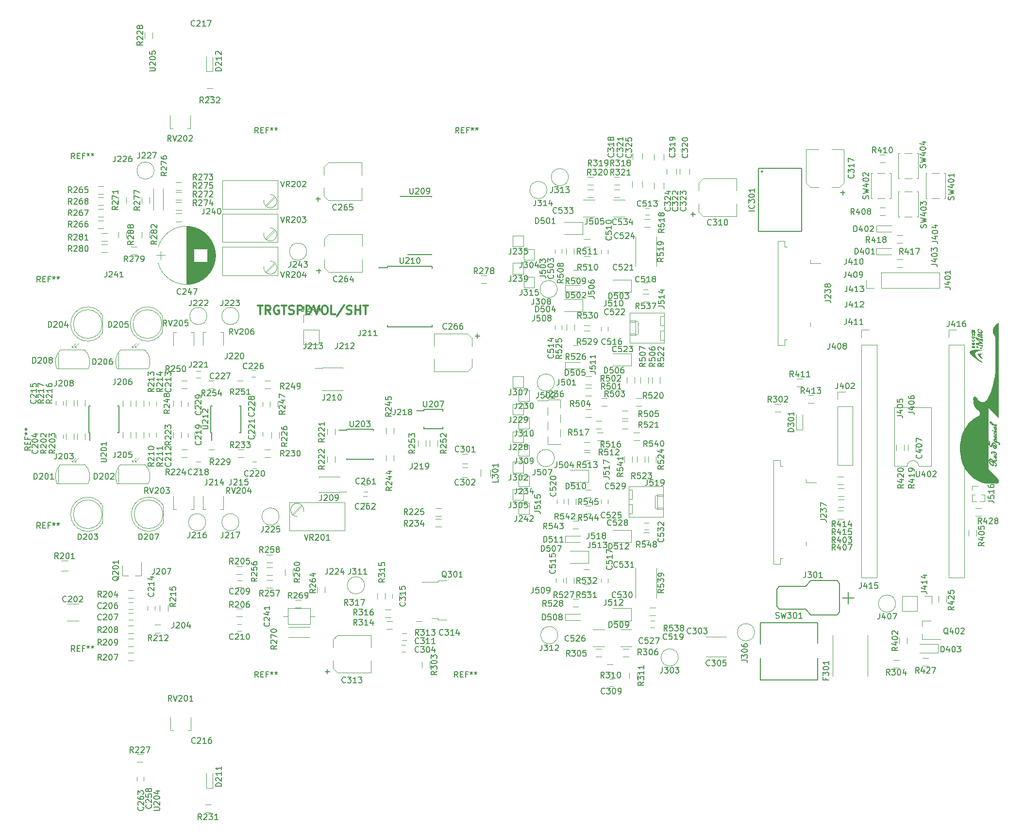
<source format=gto>
G04 #@! TF.FileFunction,Legend,Top*
%FSLAX46Y46*%
G04 Gerber Fmt 4.6, Leading zero omitted, Abs format (unit mm)*
G04 Created by KiCad (PCBNEW 4.0.7) date 06/22/19 17:44:06*
%MOMM*%
%LPD*%
G01*
G04 APERTURE LIST*
%ADD10C,0.100000*%
%ADD11C,0.300000*%
%ADD12C,0.120000*%
%ADD13C,0.150000*%
%ADD14C,0.010000*%
G04 APERTURE END LIST*
D10*
D11*
X103592857Y-80178571D02*
X104450000Y-80178571D01*
X104021429Y-81678571D02*
X104021429Y-80178571D01*
X105807143Y-81678571D02*
X105307143Y-80964286D01*
X104950000Y-81678571D02*
X104950000Y-80178571D01*
X105521428Y-80178571D01*
X105664286Y-80250000D01*
X105735714Y-80321429D01*
X105807143Y-80464286D01*
X105807143Y-80678571D01*
X105735714Y-80821429D01*
X105664286Y-80892857D01*
X105521428Y-80964286D01*
X104950000Y-80964286D01*
X107235714Y-80250000D02*
X107092857Y-80178571D01*
X106878571Y-80178571D01*
X106664286Y-80250000D01*
X106521428Y-80392857D01*
X106450000Y-80535714D01*
X106378571Y-80821429D01*
X106378571Y-81035714D01*
X106450000Y-81321429D01*
X106521428Y-81464286D01*
X106664286Y-81607143D01*
X106878571Y-81678571D01*
X107021428Y-81678571D01*
X107235714Y-81607143D01*
X107307143Y-81535714D01*
X107307143Y-81035714D01*
X107021428Y-81035714D01*
X107735714Y-80178571D02*
X108592857Y-80178571D01*
X108164286Y-81678571D02*
X108164286Y-80178571D01*
X109021428Y-81607143D02*
X109235714Y-81678571D01*
X109592857Y-81678571D01*
X109735714Y-81607143D01*
X109807143Y-81535714D01*
X109878571Y-81392857D01*
X109878571Y-81250000D01*
X109807143Y-81107143D01*
X109735714Y-81035714D01*
X109592857Y-80964286D01*
X109307143Y-80892857D01*
X109164285Y-80821429D01*
X109092857Y-80750000D01*
X109021428Y-80607143D01*
X109021428Y-80464286D01*
X109092857Y-80321429D01*
X109164285Y-80250000D01*
X109307143Y-80178571D01*
X109664285Y-80178571D01*
X109878571Y-80250000D01*
X110521428Y-81678571D02*
X110521428Y-80178571D01*
X111092856Y-80178571D01*
X111235714Y-80250000D01*
X111307142Y-80321429D01*
X111378571Y-80464286D01*
X111378571Y-80678571D01*
X111307142Y-80821429D01*
X111235714Y-80892857D01*
X111092856Y-80964286D01*
X110521428Y-80964286D01*
X112021428Y-81678571D02*
X112021428Y-80178571D01*
X112378571Y-80178571D01*
X112592856Y-80250000D01*
X112735714Y-80392857D01*
X112807142Y-80535714D01*
X112878571Y-80821429D01*
X112878571Y-81035714D01*
X112807142Y-81321429D01*
X112735714Y-81464286D01*
X112592856Y-81607143D01*
X112378571Y-81678571D01*
X112021428Y-81678571D01*
X113307142Y-80178571D02*
X113807142Y-81678571D01*
X114307142Y-80178571D01*
X115092856Y-80178571D02*
X115378570Y-80178571D01*
X115521428Y-80250000D01*
X115664285Y-80392857D01*
X115735713Y-80678571D01*
X115735713Y-81178571D01*
X115664285Y-81464286D01*
X115521428Y-81607143D01*
X115378570Y-81678571D01*
X115092856Y-81678571D01*
X114949999Y-81607143D01*
X114807142Y-81464286D01*
X114735713Y-81178571D01*
X114735713Y-80678571D01*
X114807142Y-80392857D01*
X114949999Y-80250000D01*
X115092856Y-80178571D01*
X117092857Y-81678571D02*
X116378571Y-81678571D01*
X116378571Y-80178571D01*
X118664285Y-80107143D02*
X117378571Y-82035714D01*
X119092857Y-81607143D02*
X119307143Y-81678571D01*
X119664286Y-81678571D01*
X119807143Y-81607143D01*
X119878572Y-81535714D01*
X119950000Y-81392857D01*
X119950000Y-81250000D01*
X119878572Y-81107143D01*
X119807143Y-81035714D01*
X119664286Y-80964286D01*
X119378572Y-80892857D01*
X119235714Y-80821429D01*
X119164286Y-80750000D01*
X119092857Y-80607143D01*
X119092857Y-80464286D01*
X119164286Y-80321429D01*
X119235714Y-80250000D01*
X119378572Y-80178571D01*
X119735714Y-80178571D01*
X119950000Y-80250000D01*
X120592857Y-81678571D02*
X120592857Y-80178571D01*
X120592857Y-80892857D02*
X121450000Y-80892857D01*
X121450000Y-81678571D02*
X121450000Y-80178571D01*
X121950000Y-80178571D02*
X122807143Y-80178571D01*
X122378572Y-81678571D02*
X122378572Y-80178571D01*
D12*
X110485309Y-117004296D02*
G75*
G02X110445000Y-114695000I-40309J1154296D01*
G01*
X110424879Y-114695948D02*
G75*
G02X111574000Y-116090000I20121J-1154052D01*
G01*
X118765000Y-119470000D02*
X109115000Y-119470000D01*
X118765000Y-114519000D02*
X109115000Y-114519000D01*
X118765000Y-119470000D02*
X118765000Y-114519000D01*
X109115000Y-119470000D02*
X109115000Y-114519000D01*
X109569000Y-116584000D02*
X111180000Y-114974000D01*
X109709000Y-116725000D02*
X111321000Y-115115000D01*
X174420000Y-81430000D02*
X168420000Y-81430000D01*
X168420000Y-81430000D02*
X168420000Y-86710000D01*
X168420000Y-86710000D02*
X174420000Y-86710000D01*
X174420000Y-86710000D02*
X174420000Y-81430000D01*
X168420000Y-82800000D02*
X169420000Y-82800000D01*
X169420000Y-82800000D02*
X169420000Y-85340000D01*
X169420000Y-85340000D02*
X168420000Y-85340000D01*
X169420000Y-82800000D02*
X169850000Y-83050000D01*
X169850000Y-83050000D02*
X169850000Y-85090000D01*
X169850000Y-85090000D02*
X169420000Y-85340000D01*
X168420000Y-83050000D02*
X169420000Y-83050000D01*
X168420000Y-85090000D02*
X169420000Y-85090000D01*
X174420000Y-82000000D02*
X173800000Y-82000000D01*
X173800000Y-82000000D02*
X173800000Y-83600000D01*
X173800000Y-83600000D02*
X174420000Y-83600000D01*
X174420000Y-84540000D02*
X173800000Y-84540000D01*
X173800000Y-84540000D02*
X173800000Y-86140000D01*
X173800000Y-86140000D02*
X174420000Y-86140000D01*
X95998437Y-70016736D02*
G75*
G03X86200643Y-70020000I-4898437J-1383264D01*
G01*
X95998437Y-72783264D02*
G75*
G02X86200643Y-72780000I-4898437J1383264D01*
G01*
X95998437Y-72783264D02*
G75*
G03X95999357Y-70020000I-4898437J1383264D01*
G01*
X91100000Y-66350000D02*
X91100000Y-76450000D01*
X91140000Y-66350000D02*
X91140000Y-76450000D01*
X91180000Y-66350000D02*
X91180000Y-76450000D01*
X91220000Y-66351000D02*
X91220000Y-76449000D01*
X91260000Y-66352000D02*
X91260000Y-76448000D01*
X91300000Y-66353000D02*
X91300000Y-76447000D01*
X91340000Y-66355000D02*
X91340000Y-76445000D01*
X91380000Y-66357000D02*
X91380000Y-76443000D01*
X91420000Y-66360000D02*
X91420000Y-76440000D01*
X91460000Y-66362000D02*
X91460000Y-76438000D01*
X91500000Y-66365000D02*
X91500000Y-76435000D01*
X91540000Y-66369000D02*
X91540000Y-76431000D01*
X91580000Y-66372000D02*
X91580000Y-76428000D01*
X91620000Y-66376000D02*
X91620000Y-76424000D01*
X91660000Y-66380000D02*
X91660000Y-76420000D01*
X91700000Y-66385000D02*
X91700000Y-76415000D01*
X91740000Y-66390000D02*
X91740000Y-76410000D01*
X91780000Y-66395000D02*
X91780000Y-76405000D01*
X91821000Y-66401000D02*
X91821000Y-76399000D01*
X91861000Y-66407000D02*
X91861000Y-76393000D01*
X91901000Y-66413000D02*
X91901000Y-76387000D01*
X91941000Y-66419000D02*
X91941000Y-76381000D01*
X91981000Y-66426000D02*
X91981000Y-76374000D01*
X92021000Y-66433000D02*
X92021000Y-76367000D01*
X92061000Y-66441000D02*
X92061000Y-76359000D01*
X92101000Y-66449000D02*
X92101000Y-76351000D01*
X92141000Y-66457000D02*
X92141000Y-76343000D01*
X92181000Y-66465000D02*
X92181000Y-76335000D01*
X92221000Y-66474000D02*
X92221000Y-76326000D01*
X92261000Y-66483000D02*
X92261000Y-76317000D01*
X92301000Y-66493000D02*
X92301000Y-76307000D01*
X92341000Y-66503000D02*
X92341000Y-76297000D01*
X92381000Y-66513000D02*
X92381000Y-76287000D01*
X92421000Y-66524000D02*
X92421000Y-70219000D01*
X92421000Y-72581000D02*
X92421000Y-76276000D01*
X92461000Y-66535000D02*
X92461000Y-70219000D01*
X92461000Y-72581000D02*
X92461000Y-76265000D01*
X92501000Y-66546000D02*
X92501000Y-70219000D01*
X92501000Y-72581000D02*
X92501000Y-76254000D01*
X92541000Y-66557000D02*
X92541000Y-70219000D01*
X92541000Y-72581000D02*
X92541000Y-76243000D01*
X92581000Y-66569000D02*
X92581000Y-70219000D01*
X92581000Y-72581000D02*
X92581000Y-76231000D01*
X92621000Y-66582000D02*
X92621000Y-70219000D01*
X92621000Y-72581000D02*
X92621000Y-76218000D01*
X92661000Y-66594000D02*
X92661000Y-70219000D01*
X92661000Y-72581000D02*
X92661000Y-76206000D01*
X92701000Y-66608000D02*
X92701000Y-70219000D01*
X92701000Y-72581000D02*
X92701000Y-76192000D01*
X92741000Y-66621000D02*
X92741000Y-70219000D01*
X92741000Y-72581000D02*
X92741000Y-76179000D01*
X92781000Y-66635000D02*
X92781000Y-70219000D01*
X92781000Y-72581000D02*
X92781000Y-76165000D01*
X92821000Y-66649000D02*
X92821000Y-70219000D01*
X92821000Y-72581000D02*
X92821000Y-76151000D01*
X92861000Y-66663000D02*
X92861000Y-70219000D01*
X92861000Y-72581000D02*
X92861000Y-76137000D01*
X92901000Y-66678000D02*
X92901000Y-70219000D01*
X92901000Y-72581000D02*
X92901000Y-76122000D01*
X92941000Y-66694000D02*
X92941000Y-70219000D01*
X92941000Y-72581000D02*
X92941000Y-76106000D01*
X92981000Y-66709000D02*
X92981000Y-70219000D01*
X92981000Y-72581000D02*
X92981000Y-76091000D01*
X93021000Y-66726000D02*
X93021000Y-70219000D01*
X93021000Y-72581000D02*
X93021000Y-76074000D01*
X93061000Y-66742000D02*
X93061000Y-70219000D01*
X93061000Y-72581000D02*
X93061000Y-76058000D01*
X93101000Y-66759000D02*
X93101000Y-70219000D01*
X93101000Y-72581000D02*
X93101000Y-76041000D01*
X93141000Y-66776000D02*
X93141000Y-70219000D01*
X93141000Y-72581000D02*
X93141000Y-76024000D01*
X93181000Y-66794000D02*
X93181000Y-70219000D01*
X93181000Y-72581000D02*
X93181000Y-76006000D01*
X93221000Y-66812000D02*
X93221000Y-70219000D01*
X93221000Y-72581000D02*
X93221000Y-75988000D01*
X93261000Y-66831000D02*
X93261000Y-70219000D01*
X93261000Y-72581000D02*
X93261000Y-75969000D01*
X93301000Y-66850000D02*
X93301000Y-70219000D01*
X93301000Y-72581000D02*
X93301000Y-75950000D01*
X93341000Y-66869000D02*
X93341000Y-70219000D01*
X93341000Y-72581000D02*
X93341000Y-75931000D01*
X93381000Y-66889000D02*
X93381000Y-70219000D01*
X93381000Y-72581000D02*
X93381000Y-75911000D01*
X93421000Y-66909000D02*
X93421000Y-70219000D01*
X93421000Y-72581000D02*
X93421000Y-75891000D01*
X93461000Y-66930000D02*
X93461000Y-70219000D01*
X93461000Y-72581000D02*
X93461000Y-75870000D01*
X93501000Y-66951000D02*
X93501000Y-70219000D01*
X93501000Y-72581000D02*
X93501000Y-75849000D01*
X93541000Y-66972000D02*
X93541000Y-70219000D01*
X93541000Y-72581000D02*
X93541000Y-75828000D01*
X93581000Y-66995000D02*
X93581000Y-70219000D01*
X93581000Y-72581000D02*
X93581000Y-75805000D01*
X93621000Y-67017000D02*
X93621000Y-70219000D01*
X93621000Y-72581000D02*
X93621000Y-75783000D01*
X93661000Y-67040000D02*
X93661000Y-70219000D01*
X93661000Y-72581000D02*
X93661000Y-75760000D01*
X93701000Y-67064000D02*
X93701000Y-70219000D01*
X93701000Y-72581000D02*
X93701000Y-75736000D01*
X93741000Y-67088000D02*
X93741000Y-70219000D01*
X93741000Y-72581000D02*
X93741000Y-75712000D01*
X93781000Y-67112000D02*
X93781000Y-70219000D01*
X93781000Y-72581000D02*
X93781000Y-75688000D01*
X93821000Y-67137000D02*
X93821000Y-70219000D01*
X93821000Y-72581000D02*
X93821000Y-75663000D01*
X93861000Y-67163000D02*
X93861000Y-70219000D01*
X93861000Y-72581000D02*
X93861000Y-75637000D01*
X93901000Y-67189000D02*
X93901000Y-70219000D01*
X93901000Y-72581000D02*
X93901000Y-75611000D01*
X93941000Y-67215000D02*
X93941000Y-70219000D01*
X93941000Y-72581000D02*
X93941000Y-75585000D01*
X93981000Y-67243000D02*
X93981000Y-70219000D01*
X93981000Y-72581000D02*
X93981000Y-75557000D01*
X94021000Y-67270000D02*
X94021000Y-70219000D01*
X94021000Y-72581000D02*
X94021000Y-75530000D01*
X94061000Y-67299000D02*
X94061000Y-70219000D01*
X94061000Y-72581000D02*
X94061000Y-75501000D01*
X94101000Y-67328000D02*
X94101000Y-70219000D01*
X94101000Y-72581000D02*
X94101000Y-75472000D01*
X94141000Y-67357000D02*
X94141000Y-70219000D01*
X94141000Y-72581000D02*
X94141000Y-75443000D01*
X94181000Y-67387000D02*
X94181000Y-70219000D01*
X94181000Y-72581000D02*
X94181000Y-75413000D01*
X94221000Y-67418000D02*
X94221000Y-70219000D01*
X94221000Y-72581000D02*
X94221000Y-75382000D01*
X94261000Y-67449000D02*
X94261000Y-70219000D01*
X94261000Y-72581000D02*
X94261000Y-75351000D01*
X94301000Y-67481000D02*
X94301000Y-70219000D01*
X94301000Y-72581000D02*
X94301000Y-75319000D01*
X94341000Y-67514000D02*
X94341000Y-70219000D01*
X94341000Y-72581000D02*
X94341000Y-75286000D01*
X94381000Y-67547000D02*
X94381000Y-70219000D01*
X94381000Y-72581000D02*
X94381000Y-75253000D01*
X94421000Y-67581000D02*
X94421000Y-70219000D01*
X94421000Y-72581000D02*
X94421000Y-75219000D01*
X94461000Y-67616000D02*
X94461000Y-70219000D01*
X94461000Y-72581000D02*
X94461000Y-75184000D01*
X94501000Y-67652000D02*
X94501000Y-70219000D01*
X94501000Y-72581000D02*
X94501000Y-75148000D01*
X94541000Y-67688000D02*
X94541000Y-70219000D01*
X94541000Y-72581000D02*
X94541000Y-75112000D01*
X94581000Y-67725000D02*
X94581000Y-70219000D01*
X94581000Y-72581000D02*
X94581000Y-75075000D01*
X94621000Y-67763000D02*
X94621000Y-70219000D01*
X94621000Y-72581000D02*
X94621000Y-75037000D01*
X94661000Y-67802000D02*
X94661000Y-70219000D01*
X94661000Y-72581000D02*
X94661000Y-74998000D01*
X94701000Y-67841000D02*
X94701000Y-70219000D01*
X94701000Y-72581000D02*
X94701000Y-74959000D01*
X94741000Y-67882000D02*
X94741000Y-70219000D01*
X94741000Y-72581000D02*
X94741000Y-74918000D01*
X94781000Y-67923000D02*
X94781000Y-74877000D01*
X94821000Y-67965000D02*
X94821000Y-74835000D01*
X94861000Y-68009000D02*
X94861000Y-74791000D01*
X94901000Y-68053000D02*
X94901000Y-74747000D01*
X94941000Y-68098000D02*
X94941000Y-74702000D01*
X94981000Y-68145000D02*
X94981000Y-74655000D01*
X95021000Y-68193000D02*
X95021000Y-74607000D01*
X95061000Y-68242000D02*
X95061000Y-74558000D01*
X95101000Y-68292000D02*
X95101000Y-74508000D01*
X95141000Y-68343000D02*
X95141000Y-74457000D01*
X95181000Y-68396000D02*
X95181000Y-74404000D01*
X95221000Y-68451000D02*
X95221000Y-74349000D01*
X95261000Y-68506000D02*
X95261000Y-74294000D01*
X95301000Y-68564000D02*
X95301000Y-74236000D01*
X95341000Y-68623000D02*
X95341000Y-74177000D01*
X95381000Y-68685000D02*
X95381000Y-74115000D01*
X95421000Y-68748000D02*
X95421000Y-74052000D01*
X95461000Y-68813000D02*
X95461000Y-73987000D01*
X95501000Y-68881000D02*
X95501000Y-73919000D01*
X95541000Y-68951000D02*
X95541000Y-73849000D01*
X95581000Y-69023000D02*
X95581000Y-73777000D01*
X95621000Y-69099000D02*
X95621000Y-73701000D01*
X95661000Y-69178000D02*
X95661000Y-73622000D01*
X95701000Y-69260000D02*
X95701000Y-73540000D01*
X95741000Y-69347000D02*
X95741000Y-73453000D01*
X95781000Y-69438000D02*
X95781000Y-73362000D01*
X95821000Y-69534000D02*
X95821000Y-73266000D01*
X95861000Y-69637000D02*
X95861000Y-73163000D01*
X95901000Y-69746000D02*
X95901000Y-73054000D01*
X95941000Y-69864000D02*
X95941000Y-72936000D01*
X95981000Y-69993000D02*
X95981000Y-72807000D01*
X96021000Y-70135000D02*
X96021000Y-72665000D01*
X96061000Y-70296000D02*
X96061000Y-72504000D01*
X96101000Y-70487000D02*
X96101000Y-72313000D01*
X96141000Y-70728000D02*
X96141000Y-72072000D01*
X96181000Y-71121000D02*
X96181000Y-71679000D01*
X85900000Y-71400000D02*
X87400000Y-71400000D01*
X86650000Y-70650000D02*
X86650000Y-72150000D01*
X220250000Y-57050000D02*
X220050000Y-57050000D01*
X222400000Y-57050000D02*
X221100000Y-57050000D01*
X223450000Y-57050000D02*
X223250000Y-57050000D01*
X223450000Y-61450000D02*
X223450000Y-57050000D01*
X223250000Y-61450000D02*
X223450000Y-61450000D01*
X221100000Y-61450000D02*
X222400000Y-61450000D01*
X220050000Y-61450000D02*
X220250000Y-61450000D01*
X220050000Y-57050000D02*
X220050000Y-61450000D01*
X208855000Y-127695000D02*
X211515000Y-127695000D01*
X208855000Y-86995000D02*
X208855000Y-127695000D01*
X211515000Y-86995000D02*
X211515000Y-127695000D01*
X208855000Y-86995000D02*
X211515000Y-86995000D01*
X208855000Y-85725000D02*
X208855000Y-84395000D01*
X208855000Y-84395000D02*
X210185000Y-84395000D01*
X224095000Y-127695000D02*
X226755000Y-127695000D01*
X224095000Y-86995000D02*
X224095000Y-127695000D01*
X226755000Y-86995000D02*
X226755000Y-127695000D01*
X224095000Y-86995000D02*
X226755000Y-86995000D01*
X224095000Y-85725000D02*
X224095000Y-84395000D01*
X224095000Y-84395000D02*
X225425000Y-84395000D01*
X160200000Y-81160000D02*
X160200000Y-79040000D01*
X157000000Y-81160000D02*
X160200000Y-81160000D01*
X160200000Y-79040000D02*
X157000000Y-79040000D01*
X72300000Y-132220000D02*
X70300000Y-132220000D01*
X70300000Y-135180000D02*
X72300000Y-135180000D01*
X68400000Y-103350000D02*
X68400000Y-102650000D01*
X69600000Y-102650000D02*
X69600000Y-103350000D01*
X81100000Y-131950000D02*
X81800000Y-131950000D01*
X81800000Y-133150000D02*
X81100000Y-133150000D01*
X81100000Y-133850000D02*
X81800000Y-133850000D01*
X81800000Y-135050000D02*
X81100000Y-135050000D01*
X100750000Y-129400000D02*
X100050000Y-129400000D01*
X100050000Y-128200000D02*
X100750000Y-128200000D01*
X100700000Y-137000000D02*
X100000000Y-137000000D01*
X100000000Y-135800000D02*
X100700000Y-135800000D01*
X84650000Y-103100000D02*
X84650000Y-102400000D01*
X85850000Y-102400000D02*
X85850000Y-103100000D01*
X85850000Y-96900000D02*
X85850000Y-97600000D01*
X84650000Y-97600000D02*
X84650000Y-96900000D01*
X85600000Y-132650000D02*
X85600000Y-133350000D01*
X84400000Y-133350000D02*
X84400000Y-132650000D01*
X69600000Y-96850000D02*
X69600000Y-97550000D01*
X68400000Y-97550000D02*
X68400000Y-96850000D01*
X93550000Y-108600000D02*
X92850000Y-108600000D01*
X92850000Y-107400000D02*
X93550000Y-107400000D01*
X92600000Y-102400000D02*
X92600000Y-103100000D01*
X91400000Y-103100000D02*
X91400000Y-102400000D01*
X102650000Y-107400000D02*
X103350000Y-107400000D01*
X103350000Y-108600000D02*
X102650000Y-108600000D01*
X104400000Y-102250000D02*
X104400000Y-102950000D01*
X103200000Y-102950000D02*
X103200000Y-102250000D01*
X102450000Y-91400000D02*
X103150000Y-91400000D01*
X103150000Y-92600000D02*
X102450000Y-92600000D01*
X93550000Y-92800000D02*
X92850000Y-92800000D01*
X92850000Y-91600000D02*
X93550000Y-91600000D01*
X103200000Y-97750000D02*
X103200000Y-97050000D01*
X104400000Y-97050000D02*
X104400000Y-97750000D01*
X91350000Y-97800000D02*
X91350000Y-97100000D01*
X92550000Y-97100000D02*
X92550000Y-97800000D01*
X108790000Y-133040000D02*
X108790000Y-135760000D01*
X108790000Y-135760000D02*
X112710000Y-135760000D01*
X112710000Y-135760000D02*
X112710000Y-133040000D01*
X112710000Y-133040000D02*
X108790000Y-133040000D01*
X107980000Y-134400000D02*
X108790000Y-134400000D01*
X113520000Y-134400000D02*
X112710000Y-134400000D01*
X122050000Y-111500000D02*
X122750000Y-111500000D01*
X122750000Y-112700000D02*
X122050000Y-112700000D01*
X122650000Y-114600000D02*
X121950000Y-114600000D01*
X121950000Y-113400000D02*
X122650000Y-113400000D01*
X83700000Y-162450000D02*
X83700000Y-163150000D01*
X82500000Y-163150000D02*
X82500000Y-162450000D01*
X121800000Y-74300000D02*
X121800000Y-72120000D01*
X121800000Y-67700000D02*
X121800000Y-69880000D01*
X115200000Y-73540000D02*
X115200000Y-72120000D01*
X115200000Y-68460000D02*
X115200000Y-69880000D01*
X121800000Y-74300000D02*
X115960000Y-74300000D01*
X115960000Y-74300000D02*
X115200000Y-73540000D01*
X115200000Y-68460000D02*
X115960000Y-67700000D01*
X115960000Y-67700000D02*
X121800000Y-67700000D01*
X121700000Y-61800000D02*
X121700000Y-59620000D01*
X121700000Y-55200000D02*
X121700000Y-57380000D01*
X115100000Y-61040000D02*
X115100000Y-59620000D01*
X115100000Y-55960000D02*
X115100000Y-57380000D01*
X121700000Y-61800000D02*
X115860000Y-61800000D01*
X115860000Y-61800000D02*
X115100000Y-61040000D01*
X115100000Y-55960000D02*
X115860000Y-55200000D01*
X115860000Y-55200000D02*
X121700000Y-55200000D01*
X134300000Y-85100000D02*
X134300000Y-87280000D01*
X134300000Y-91700000D02*
X134300000Y-89520000D01*
X140900000Y-85860000D02*
X140900000Y-87280000D01*
X140900000Y-90940000D02*
X140900000Y-89520000D01*
X134300000Y-85100000D02*
X140140000Y-85100000D01*
X140140000Y-85100000D02*
X140900000Y-85860000D01*
X140900000Y-90940000D02*
X140140000Y-91700000D01*
X140140000Y-91700000D02*
X134300000Y-91700000D01*
X139200000Y-107750000D02*
X140200000Y-107750000D01*
X140200000Y-106050000D02*
X139200000Y-106050000D01*
X139200000Y-110150000D02*
X140200000Y-110150000D01*
X140200000Y-108450000D02*
X139200000Y-108450000D01*
X129450000Y-138600000D02*
X128750000Y-138600000D01*
X128750000Y-137400000D02*
X129450000Y-137400000D01*
X123300000Y-144300000D02*
X123300000Y-142120000D01*
X123300000Y-137700000D02*
X123300000Y-139880000D01*
X116700000Y-143540000D02*
X116700000Y-142120000D01*
X116700000Y-138460000D02*
X116700000Y-139880000D01*
X123300000Y-144300000D02*
X117460000Y-144300000D01*
X117460000Y-144300000D02*
X116700000Y-143540000D01*
X116700000Y-138460000D02*
X117460000Y-137700000D01*
X117460000Y-137700000D02*
X123300000Y-137700000D01*
X170650000Y-54600000D02*
X170650000Y-53600000D01*
X168950000Y-53600000D02*
X168950000Y-54600000D01*
X174900000Y-56250000D02*
X174900000Y-57250000D01*
X176600000Y-57250000D02*
X176600000Y-56250000D01*
X171850000Y-64350000D02*
X171150000Y-64350000D01*
X171150000Y-63150000D02*
X171850000Y-63150000D01*
X156600000Y-83650000D02*
X156600000Y-84350000D01*
X155400000Y-84350000D02*
X155400000Y-83650000D01*
X156800000Y-127850000D02*
X156800000Y-128550000D01*
X155600000Y-128550000D02*
X155600000Y-127850000D01*
X164650000Y-127800000D02*
X164650000Y-128500000D01*
X163450000Y-128500000D02*
X163450000Y-127800000D01*
X171550000Y-77400000D02*
X170850000Y-77400000D01*
X170850000Y-76200000D02*
X171550000Y-76200000D01*
X172750000Y-136400000D02*
X172050000Y-136400000D01*
X172050000Y-135200000D02*
X172750000Y-135200000D01*
X164000000Y-136720000D02*
X162000000Y-136720000D01*
X162000000Y-139680000D02*
X164000000Y-139680000D01*
X162300000Y-61720000D02*
X160300000Y-61720000D01*
X160300000Y-64680000D02*
X162300000Y-64680000D01*
X68770000Y-108500000D02*
X68770000Y-111200000D01*
X69170000Y-107900000D02*
X73370000Y-107900000D01*
X73970000Y-111200000D02*
X68570000Y-111200000D01*
X71650000Y-107420000D02*
X71900000Y-107420000D01*
X71650000Y-107420000D02*
X71650000Y-107160000D01*
X71140000Y-107420000D02*
X71400000Y-107420000D01*
X71140000Y-107420000D02*
X71140000Y-107160000D01*
X71900000Y-106650000D02*
X71140000Y-107420000D01*
X72410000Y-106650000D02*
X71650000Y-107420000D01*
X74033746Y-111202998D02*
G75*
G03X73370000Y-107900000I-2563746J1202998D01*
G01*
X68533275Y-111207344D02*
G75*
G02X69170000Y-107900000I2636725J1207344D01*
G01*
X79270000Y-108500000D02*
X79270000Y-111200000D01*
X79670000Y-107900000D02*
X83870000Y-107900000D01*
X84470000Y-111200000D02*
X79070000Y-111200000D01*
X82150000Y-107420000D02*
X82400000Y-107420000D01*
X82150000Y-107420000D02*
X82150000Y-107160000D01*
X81640000Y-107420000D02*
X81900000Y-107420000D01*
X81640000Y-107420000D02*
X81640000Y-107160000D01*
X82400000Y-106650000D02*
X81640000Y-107420000D01*
X82910000Y-106650000D02*
X82150000Y-107420000D01*
X84533746Y-111202998D02*
G75*
G03X83870000Y-107900000I-2563746J1202998D01*
G01*
X79033275Y-111207344D02*
G75*
G02X79670000Y-107900000I2636725J1207344D01*
G01*
X70940000Y-116599538D02*
G75*
G03X76490000Y-118144830I2990000J-462D01*
G01*
X70940000Y-116600462D02*
G75*
G02X76490000Y-115055170I2990000J462D01*
G01*
X76430000Y-116600000D02*
G75*
G03X76430000Y-116600000I-2500000J0D01*
G01*
X76490000Y-118145000D02*
X76490000Y-115055000D01*
X70940000Y-83399538D02*
G75*
G03X76490000Y-84944830I2990000J-462D01*
G01*
X70940000Y-83400462D02*
G75*
G02X76490000Y-81855170I2990000J462D01*
G01*
X76430000Y-83400000D02*
G75*
G03X76430000Y-83400000I-2500000J0D01*
G01*
X76490000Y-84945000D02*
X76490000Y-81855000D01*
X81340000Y-83399538D02*
G75*
G03X86890000Y-84944830I2990000J-462D01*
G01*
X81340000Y-83400462D02*
G75*
G02X86890000Y-81855170I2990000J462D01*
G01*
X86830000Y-83400000D02*
G75*
G03X86830000Y-83400000I-2500000J0D01*
G01*
X86890000Y-84945000D02*
X86890000Y-81855000D01*
X79270000Y-88500000D02*
X79270000Y-91200000D01*
X79670000Y-87900000D02*
X83870000Y-87900000D01*
X84470000Y-91200000D02*
X79070000Y-91200000D01*
X82150000Y-87420000D02*
X82400000Y-87420000D01*
X82150000Y-87420000D02*
X82150000Y-87160000D01*
X81640000Y-87420000D02*
X81900000Y-87420000D01*
X81640000Y-87420000D02*
X81640000Y-87160000D01*
X82400000Y-86650000D02*
X81640000Y-87420000D01*
X82910000Y-86650000D02*
X82150000Y-87420000D01*
X84533746Y-91202998D02*
G75*
G03X83870000Y-87900000I-2563746J1202998D01*
G01*
X79033275Y-91207344D02*
G75*
G02X79670000Y-87900000I2636725J1207344D01*
G01*
X81540000Y-116599538D02*
G75*
G03X87090000Y-118144830I2990000J-462D01*
G01*
X81540000Y-116600462D02*
G75*
G02X87090000Y-115055170I2990000J462D01*
G01*
X87030000Y-116600000D02*
G75*
G03X87030000Y-116600000I-2500000J0D01*
G01*
X87090000Y-118145000D02*
X87090000Y-115055000D01*
X68770000Y-88500000D02*
X68770000Y-91200000D01*
X69170000Y-87900000D02*
X73370000Y-87900000D01*
X73970000Y-91200000D02*
X68570000Y-91200000D01*
X71650000Y-87420000D02*
X71900000Y-87420000D01*
X71650000Y-87420000D02*
X71650000Y-87160000D01*
X71140000Y-87420000D02*
X71400000Y-87420000D01*
X71140000Y-87420000D02*
X71140000Y-87160000D01*
X71900000Y-86650000D02*
X71140000Y-87420000D01*
X72410000Y-86650000D02*
X71650000Y-87420000D01*
X74033746Y-91202998D02*
G75*
G03X73370000Y-87900000I-2563746J1202998D01*
G01*
X68533275Y-91207344D02*
G75*
G02X69170000Y-87900000I2636725J1207344D01*
G01*
X94650000Y-164400000D02*
X95750000Y-164400000D01*
X95750000Y-164400000D02*
X95750000Y-161800000D01*
X94650000Y-164400000D02*
X94650000Y-161800000D01*
X94650000Y-39300000D02*
X95750000Y-39300000D01*
X95750000Y-39300000D02*
X95750000Y-36700000D01*
X94650000Y-39300000D02*
X94650000Y-36700000D01*
X197450000Y-101800000D02*
X198550000Y-101800000D01*
X198550000Y-101800000D02*
X198550000Y-99200000D01*
X197450000Y-101800000D02*
X197450000Y-99200000D01*
X211450000Y-70200000D02*
X211450000Y-71300000D01*
X211450000Y-71300000D02*
X214050000Y-71300000D01*
X211450000Y-70200000D02*
X214050000Y-70200000D01*
X211450000Y-66200000D02*
X211450000Y-67300000D01*
X211450000Y-67300000D02*
X214050000Y-67300000D01*
X211450000Y-66200000D02*
X214050000Y-66200000D01*
X219000000Y-139250000D02*
X222200000Y-139250000D01*
X222200000Y-140750000D02*
X219000000Y-140750000D01*
X222200000Y-140750000D02*
X222200000Y-139250000D01*
X160200000Y-67760000D02*
X160200000Y-65640000D01*
X157000000Y-67760000D02*
X160200000Y-67760000D01*
X160200000Y-65640000D02*
X157000000Y-65640000D01*
X157200000Y-76650000D02*
X157200000Y-77750000D01*
X157200000Y-77750000D02*
X159800000Y-77750000D01*
X157200000Y-76650000D02*
X159800000Y-76650000D01*
X168700000Y-77760000D02*
X168700000Y-75640000D01*
X165500000Y-77760000D02*
X168700000Y-77760000D01*
X168700000Y-75640000D02*
X165500000Y-75640000D01*
X157200000Y-90050000D02*
X157200000Y-91150000D01*
X157200000Y-91150000D02*
X159800000Y-91150000D01*
X157200000Y-90050000D02*
X159800000Y-90050000D01*
X168700000Y-90660000D02*
X168700000Y-88540000D01*
X165500000Y-90660000D02*
X168700000Y-90660000D01*
X168700000Y-88540000D02*
X165500000Y-88540000D01*
X161200000Y-125160000D02*
X161200000Y-123040000D01*
X158000000Y-125160000D02*
X161200000Y-125160000D01*
X161200000Y-123040000D02*
X158000000Y-123040000D01*
X157200000Y-134050000D02*
X157200000Y-135150000D01*
X157200000Y-135150000D02*
X159800000Y-135150000D01*
X157200000Y-134050000D02*
X159800000Y-134050000D01*
X161200000Y-110960000D02*
X161200000Y-108840000D01*
X158000000Y-110960000D02*
X161200000Y-110960000D01*
X161200000Y-108840000D02*
X158000000Y-108840000D01*
X157200000Y-120350000D02*
X157200000Y-121450000D01*
X157200000Y-121450000D02*
X159800000Y-121450000D01*
X157200000Y-120350000D02*
X159800000Y-120350000D01*
X168700000Y-121460000D02*
X168700000Y-119340000D01*
X165500000Y-121460000D02*
X168700000Y-121460000D01*
X168700000Y-119340000D02*
X165500000Y-119340000D01*
X203800000Y-144860000D02*
X203800000Y-137740000D01*
X209900000Y-144860000D02*
X209900000Y-137740000D01*
D13*
X191625000Y-56775000D02*
G75*
G03X191625000Y-56775000I-150000J0D01*
G01*
X190875000Y-61725000D02*
X190875000Y-56225000D01*
X190875000Y-56225000D02*
X198425000Y-56225000D01*
X198425000Y-56225000D02*
X198425000Y-67225000D01*
X198425000Y-67225000D02*
X190875000Y-67225000D01*
X190875000Y-67225000D02*
X190875000Y-61725000D01*
D12*
X117765000Y-112730000D02*
X114235000Y-112730000D01*
X117765000Y-110070000D02*
X114235000Y-110070000D01*
X119090000Y-112665000D02*
X117765000Y-112665000D01*
X117765000Y-112730000D02*
X117765000Y-112665000D01*
X114235000Y-112730000D02*
X114235000Y-112665000D01*
X117765000Y-110135000D02*
X117765000Y-110070000D01*
X114235000Y-110135000D02*
X114235000Y-110070000D01*
X114835000Y-91035000D02*
X118365000Y-91035000D01*
X114835000Y-94965000D02*
X118365000Y-94965000D01*
X113510000Y-91100000D02*
X114835000Y-91100000D01*
X114835000Y-91035000D02*
X114835000Y-91100000D01*
X118365000Y-91035000D02*
X118365000Y-91100000D01*
X114835000Y-94900000D02*
X114835000Y-94965000D01*
X118365000Y-94900000D02*
X118365000Y-94965000D01*
X94500833Y-118000000D02*
G75*
G03X94500833Y-118000000I-1500833J0D01*
G01*
X100300833Y-118000000D02*
G75*
G03X100300833Y-118000000I-1500833J0D01*
G01*
X94700833Y-82000000D02*
G75*
G03X94700833Y-82000000I-1500833J0D01*
G01*
X100300833Y-82000000D02*
G75*
G03X100300833Y-82000000I-1500833J0D01*
G01*
X107300833Y-117000000D02*
G75*
G03X107300833Y-117000000I-1500833J0D01*
G01*
X85500833Y-56600000D02*
G75*
G03X85500833Y-56600000I-1500833J0D01*
G01*
X154140000Y-96630000D02*
X156360000Y-96630000D01*
X154140000Y-104370000D02*
X156360000Y-104370000D01*
X156360000Y-96640000D02*
X156360000Y-98010000D01*
X154140000Y-96740000D02*
X152310000Y-96740000D01*
X154140000Y-96630000D02*
X154140000Y-96740000D01*
X156360000Y-104260000D02*
X156360000Y-104370000D01*
X156360000Y-99180000D02*
X156360000Y-100550000D01*
X156360000Y-101720000D02*
X156360000Y-103090000D01*
X154140000Y-97910000D02*
X154140000Y-99280000D01*
X154140000Y-100450000D02*
X154140000Y-101820000D01*
X154140000Y-102990000D02*
X154140000Y-104360000D01*
X195840000Y-86055000D02*
X195410000Y-86055000D01*
X195410000Y-86055000D02*
X195410000Y-87080000D01*
X195410000Y-87080000D02*
X194280000Y-87080000D01*
X194280000Y-87080000D02*
X194280000Y-68920000D01*
X194280000Y-68920000D02*
X195410000Y-68920000D01*
X195410000Y-68920000D02*
X195410000Y-69945000D01*
X195410000Y-69945000D02*
X195840000Y-69945000D01*
X199920000Y-72210000D02*
X199920000Y-72835000D01*
X199920000Y-72835000D02*
X201720000Y-72835000D01*
X199920000Y-83165000D02*
X199920000Y-83790000D01*
D13*
X206550000Y-130200000D02*
X206550000Y-132200000D01*
X205550000Y-131200000D02*
X207550000Y-131200000D01*
X205050000Y-131200000D02*
X205050000Y-133700000D01*
X205050000Y-133700000D02*
X204550000Y-134200000D01*
X204550000Y-134200000D02*
X200050000Y-134200000D01*
X200050000Y-134200000D02*
X199050000Y-133200000D01*
X199050000Y-133200000D02*
X194550000Y-133200000D01*
X194550000Y-133200000D02*
X194050000Y-132700000D01*
X194050000Y-132700000D02*
X194050000Y-129700000D01*
X194050000Y-129700000D02*
X194550000Y-129200000D01*
X194550000Y-129200000D02*
X199050000Y-129200000D01*
X199050000Y-129200000D02*
X200050000Y-128200000D01*
X200050000Y-128200000D02*
X204550000Y-128200000D01*
X204550000Y-128200000D02*
X205050000Y-128700000D01*
X205050000Y-128700000D02*
X205050000Y-131200000D01*
D12*
X176900833Y-141600000D02*
G75*
G03X176900833Y-141600000I-1500833J0D01*
G01*
X190200833Y-137200000D02*
G75*
G03X190200833Y-137200000I-1500833J0D01*
G01*
X155800833Y-77300000D02*
G75*
G03X155800833Y-77300000I-1500833J0D01*
G01*
X155900833Y-137700000D02*
G75*
G03X155900833Y-137700000I-1500833J0D01*
G01*
X157750833Y-57750000D02*
G75*
G03X157750833Y-57750000I-1500833J0D01*
G01*
X154000833Y-60000000D02*
G75*
G03X154000833Y-60000000I-1500833J0D01*
G01*
X222490000Y-77080000D02*
X222490000Y-74420000D01*
X212270000Y-77080000D02*
X222490000Y-77080000D01*
X212270000Y-74420000D02*
X222490000Y-74420000D01*
X212270000Y-77080000D02*
X212270000Y-74420000D01*
X211000000Y-77080000D02*
X209670000Y-77080000D01*
X209670000Y-77080000D02*
X209670000Y-75750000D01*
X214800833Y-132200000D02*
G75*
G03X214800833Y-132200000I-1500833J0D01*
G01*
X215930000Y-130870000D02*
X215930000Y-133530000D01*
X218530000Y-130870000D02*
X215930000Y-130870000D01*
X218530000Y-133530000D02*
X215930000Y-133530000D01*
X218530000Y-130870000D02*
X218530000Y-133530000D01*
X219800000Y-130870000D02*
X221130000Y-130870000D01*
X221130000Y-130870000D02*
X221130000Y-132200000D01*
X155300833Y-93600000D02*
G75*
G03X155300833Y-93600000I-1500833J0D01*
G01*
X142420000Y-110000000D02*
X142420000Y-108800000D01*
X144180000Y-108800000D02*
X144180000Y-110000000D01*
X83250000Y-124950000D02*
X83250000Y-127350000D01*
X83250000Y-127350000D02*
X82200000Y-127350000D01*
X79950000Y-125550000D02*
X79950000Y-127350000D01*
X79950000Y-127350000D02*
X81000000Y-127350000D01*
X136530000Y-128150000D02*
X135030000Y-128150000D01*
X135030000Y-128150000D02*
X135030000Y-128420000D01*
X135030000Y-128420000D02*
X132200000Y-128420000D01*
X136530000Y-135050000D02*
X135030000Y-135050000D01*
X135030000Y-135050000D02*
X135030000Y-134780000D01*
X135030000Y-134780000D02*
X133930000Y-134780000D01*
X219440000Y-135220000D02*
X219440000Y-136150000D01*
X219440000Y-138380000D02*
X219440000Y-137450000D01*
X219440000Y-138380000D02*
X222600000Y-138380000D01*
X219440000Y-135220000D02*
X220900000Y-135220000D01*
X70500000Y-126480000D02*
X69300000Y-126480000D01*
X69300000Y-124720000D02*
X70500000Y-124720000D01*
X71480000Y-102500000D02*
X71480000Y-103500000D01*
X70120000Y-103500000D02*
X70120000Y-102500000D01*
X73480000Y-102500000D02*
X73480000Y-103500000D01*
X72120000Y-103500000D02*
X72120000Y-102500000D01*
X81950000Y-131230000D02*
X80950000Y-131230000D01*
X80950000Y-129870000D02*
X81950000Y-129870000D01*
X99850000Y-125720000D02*
X100850000Y-125720000D01*
X100850000Y-127080000D02*
X99850000Y-127080000D01*
X99850000Y-133120000D02*
X100850000Y-133120000D01*
X100850000Y-134480000D02*
X99850000Y-134480000D01*
X80950000Y-140770000D02*
X81950000Y-140770000D01*
X81950000Y-142130000D02*
X80950000Y-142130000D01*
X80950000Y-136070000D02*
X81950000Y-136070000D01*
X81950000Y-137430000D02*
X80950000Y-137430000D01*
X80950000Y-138370000D02*
X81950000Y-138370000D01*
X81950000Y-139730000D02*
X80950000Y-139730000D01*
X81430000Y-102250000D02*
X81430000Y-103250000D01*
X80070000Y-103250000D02*
X80070000Y-102250000D01*
X83680000Y-102250000D02*
X83680000Y-103250000D01*
X82320000Y-103250000D02*
X82320000Y-102250000D01*
X86600000Y-137280000D02*
X85600000Y-137280000D01*
X85600000Y-135920000D02*
X86600000Y-135920000D01*
X80070000Y-97750000D02*
X80070000Y-96750000D01*
X81430000Y-96750000D02*
X81430000Y-97750000D01*
X82320000Y-97750000D02*
X82320000Y-96750000D01*
X83680000Y-96750000D02*
X83680000Y-97750000D01*
X86520000Y-133500000D02*
X86520000Y-132500000D01*
X87880000Y-132500000D02*
X87880000Y-133500000D01*
X72120000Y-97700000D02*
X72120000Y-96700000D01*
X73480000Y-96700000D02*
X73480000Y-97700000D01*
X70120000Y-97700000D02*
X70120000Y-96700000D01*
X71480000Y-96700000D02*
X71480000Y-97700000D01*
X115720000Y-102700000D02*
X115720000Y-101700000D01*
X117080000Y-101700000D02*
X117080000Y-102700000D01*
X117080000Y-106500000D02*
X117080000Y-107500000D01*
X115720000Y-107500000D02*
X115720000Y-106500000D01*
X90180000Y-102250000D02*
X90180000Y-103250000D01*
X88820000Y-103250000D02*
X88820000Y-102250000D01*
X91250000Y-106680000D02*
X90250000Y-106680000D01*
X90250000Y-105320000D02*
X91250000Y-105320000D01*
X135600000Y-116880000D02*
X134600000Y-116880000D01*
X134600000Y-115520000D02*
X135600000Y-115520000D01*
X107280000Y-102300000D02*
X107280000Y-103300000D01*
X105920000Y-103300000D02*
X105920000Y-102300000D01*
X83500000Y-159880000D02*
X82500000Y-159880000D01*
X82500000Y-158520000D02*
X83500000Y-158520000D01*
X85180000Y-32500000D02*
X85180000Y-33500000D01*
X83820000Y-33500000D02*
X83820000Y-32500000D01*
X95000000Y-105320000D02*
X96000000Y-105320000D01*
X96000000Y-106680000D02*
X95000000Y-106680000D01*
X104750000Y-105320000D02*
X105750000Y-105320000D01*
X105750000Y-106680000D02*
X104750000Y-106680000D01*
X94400000Y-167320000D02*
X95400000Y-167320000D01*
X95400000Y-168680000D02*
X94400000Y-168680000D01*
X94700000Y-42220000D02*
X95700000Y-42220000D01*
X95700000Y-43580000D02*
X94700000Y-43580000D01*
X101100000Y-106680000D02*
X100100000Y-106680000D01*
X100100000Y-105320000D02*
X101100000Y-105320000D01*
X127280000Y-106300000D02*
X127280000Y-107300000D01*
X125920000Y-107300000D02*
X125920000Y-106300000D01*
X125920000Y-102500000D02*
X125920000Y-101500000D01*
X127280000Y-101500000D02*
X127280000Y-102500000D01*
X105720000Y-97900000D02*
X105720000Y-96900000D01*
X107080000Y-96900000D02*
X107080000Y-97900000D01*
X88820000Y-97750000D02*
X88820000Y-96750000D01*
X90180000Y-96750000D02*
X90180000Y-97750000D01*
X104750000Y-93320000D02*
X105750000Y-93320000D01*
X105750000Y-94680000D02*
X104750000Y-94680000D01*
X91250000Y-94680000D02*
X90250000Y-94680000D01*
X90250000Y-93320000D02*
X91250000Y-93320000D01*
X101000000Y-94680000D02*
X100000000Y-94680000D01*
X100000000Y-93320000D02*
X101000000Y-93320000D01*
X134880000Y-103700000D02*
X134880000Y-104700000D01*
X133520000Y-104700000D02*
X133520000Y-103700000D01*
X132880000Y-103700000D02*
X132880000Y-104700000D01*
X131520000Y-104700000D02*
X131520000Y-103700000D01*
X95000000Y-93320000D02*
X96000000Y-93320000D01*
X96000000Y-94680000D02*
X95000000Y-94680000D01*
X105100000Y-125920000D02*
X106100000Y-125920000D01*
X106100000Y-127280000D02*
X105100000Y-127280000D01*
X105100000Y-128120000D02*
X106100000Y-128120000D01*
X106100000Y-129480000D02*
X105100000Y-129480000D01*
X105100000Y-123720000D02*
X106100000Y-123720000D01*
X106100000Y-125080000D02*
X105100000Y-125080000D01*
X108320000Y-127200000D02*
X108320000Y-126200000D01*
X109680000Y-126200000D02*
X109680000Y-127200000D01*
X115280000Y-129300000D02*
X115280000Y-130300000D01*
X113920000Y-130300000D02*
X113920000Y-129300000D01*
X75700000Y-59320000D02*
X76700000Y-59320000D01*
X76700000Y-60680000D02*
X75700000Y-60680000D01*
X75700000Y-65320000D02*
X76700000Y-65320000D01*
X76700000Y-66680000D02*
X75700000Y-66680000D01*
X75700000Y-63320000D02*
X76700000Y-63320000D01*
X76700000Y-64680000D02*
X75700000Y-64680000D01*
X75700000Y-61320000D02*
X76700000Y-61320000D01*
X76700000Y-62680000D02*
X75700000Y-62680000D01*
X111100000Y-132880000D02*
X110100000Y-132880000D01*
X110100000Y-131520000D02*
X111100000Y-131520000D01*
X80680000Y-61300000D02*
X80680000Y-62300000D01*
X79320000Y-62300000D02*
X79320000Y-61300000D01*
X90300000Y-59980000D02*
X89300000Y-59980000D01*
X89300000Y-58620000D02*
X90300000Y-58620000D01*
X90300000Y-65480000D02*
X89300000Y-65480000D01*
X89300000Y-64120000D02*
X90300000Y-64120000D01*
X90300000Y-61680000D02*
X89300000Y-61680000D01*
X89300000Y-60320000D02*
X90300000Y-60320000D01*
X84680000Y-61300000D02*
X84680000Y-62300000D01*
X83320000Y-62300000D02*
X83320000Y-61300000D01*
X81500000Y-69920000D02*
X82500000Y-69920000D01*
X82500000Y-71280000D02*
X81500000Y-71280000D01*
X76300000Y-69520000D02*
X77300000Y-69520000D01*
X77300000Y-70880000D02*
X76300000Y-70880000D01*
X76300000Y-67520000D02*
X77300000Y-67520000D01*
X77300000Y-68880000D02*
X76300000Y-68880000D01*
X83320000Y-68300000D02*
X83320000Y-67300000D01*
X84680000Y-67300000D02*
X84680000Y-68300000D01*
X79320000Y-68300000D02*
X79320000Y-67300000D01*
X80680000Y-67300000D02*
X80680000Y-68300000D01*
X194750000Y-98680000D02*
X193750000Y-98680000D01*
X193750000Y-97320000D02*
X194750000Y-97320000D01*
X132220000Y-143400000D02*
X132220000Y-142400000D01*
X133580000Y-142400000D02*
X133580000Y-143400000D01*
X214400000Y-142070000D02*
X215400000Y-142070000D01*
X215400000Y-143430000D02*
X214400000Y-143430000D01*
X163500000Y-141430000D02*
X162500000Y-141430000D01*
X162500000Y-140070000D02*
X163500000Y-140070000D01*
X168250000Y-141430000D02*
X167250000Y-141430000D01*
X167250000Y-140070000D02*
X168250000Y-140070000D01*
X164500000Y-142820000D02*
X165500000Y-142820000D01*
X165500000Y-144180000D02*
X164500000Y-144180000D01*
X131200000Y-135320000D02*
X132200000Y-135320000D01*
X132200000Y-136680000D02*
X131200000Y-136680000D01*
X126000000Y-135320000D02*
X127000000Y-135320000D01*
X127000000Y-136680000D02*
X126000000Y-136680000D01*
X125780000Y-130400000D02*
X125780000Y-131400000D01*
X124420000Y-131400000D02*
X124420000Y-130400000D01*
X165700000Y-57720000D02*
X166700000Y-57720000D01*
X166700000Y-59080000D02*
X165700000Y-59080000D01*
X161100000Y-57720000D02*
X162100000Y-57720000D01*
X162100000Y-59080000D02*
X161100000Y-59080000D01*
X162100000Y-61280000D02*
X161100000Y-61280000D01*
X161100000Y-59920000D02*
X162100000Y-59920000D01*
X215420000Y-139150000D02*
X215420000Y-138150000D01*
X216780000Y-138150000D02*
X216780000Y-139150000D01*
X205700000Y-117380000D02*
X204700000Y-117380000D01*
X204700000Y-116020000D02*
X205700000Y-116020000D01*
X228880000Y-119400000D02*
X228880000Y-120400000D01*
X227520000Y-120400000D02*
X227520000Y-119400000D01*
X204750000Y-114070000D02*
X205750000Y-114070000D01*
X205750000Y-115430000D02*
X204750000Y-115430000D01*
X212000000Y-63070000D02*
X213000000Y-63070000D01*
X213000000Y-64430000D02*
X212000000Y-64430000D01*
X213000000Y-55180000D02*
X212000000Y-55180000D01*
X212000000Y-53820000D02*
X213000000Y-53820000D01*
X198600000Y-94280000D02*
X197600000Y-94280000D01*
X197600000Y-92920000D02*
X198600000Y-92920000D01*
X200500000Y-97180000D02*
X199500000Y-97180000D01*
X199500000Y-95820000D02*
X200500000Y-95820000D01*
X205700000Y-111380000D02*
X204700000Y-111380000D01*
X204700000Y-110020000D02*
X205700000Y-110020000D01*
X204750000Y-112070000D02*
X205750000Y-112070000D01*
X205750000Y-113430000D02*
X204750000Y-113430000D01*
X216000000Y-73480000D02*
X215000000Y-73480000D01*
X215000000Y-72120000D02*
X216000000Y-72120000D01*
X216000000Y-69280000D02*
X215000000Y-69280000D01*
X215000000Y-67920000D02*
X216000000Y-67920000D01*
X218280000Y-104500000D02*
X218280000Y-105500000D01*
X216920000Y-105500000D02*
X216920000Y-104500000D01*
X216280000Y-104500000D02*
X216280000Y-105500000D01*
X214920000Y-105500000D02*
X214920000Y-104500000D01*
X160750000Y-94570000D02*
X161750000Y-94570000D01*
X161750000Y-95930000D02*
X160750000Y-95930000D01*
X160750000Y-92570000D02*
X161750000Y-92570000D01*
X161750000Y-93930000D02*
X160750000Y-93930000D01*
X163500000Y-96320000D02*
X164500000Y-96320000D01*
X164500000Y-97680000D02*
X163500000Y-97680000D01*
X160750000Y-98320000D02*
X161750000Y-98320000D01*
X161750000Y-99680000D02*
X160750000Y-99680000D01*
X167100000Y-98520000D02*
X168100000Y-98520000D01*
X168100000Y-99880000D02*
X167100000Y-99880000D01*
X170320000Y-93700000D02*
X170320000Y-92700000D01*
X171680000Y-92700000D02*
X171680000Y-93700000D01*
X167920000Y-93700000D02*
X167920000Y-92700000D01*
X169280000Y-92700000D02*
X169280000Y-93700000D01*
X157320000Y-71200000D02*
X157320000Y-70200000D01*
X158680000Y-70200000D02*
X158680000Y-71200000D01*
X159500000Y-75380000D02*
X158500000Y-75380000D01*
X158500000Y-74020000D02*
X159500000Y-74020000D01*
X160500000Y-71570000D02*
X161500000Y-71570000D01*
X161500000Y-72930000D02*
X160500000Y-72930000D01*
X160500000Y-68570000D02*
X161500000Y-68570000D01*
X161500000Y-69930000D02*
X160500000Y-69930000D01*
X160500000Y-104070000D02*
X161500000Y-104070000D01*
X161500000Y-105430000D02*
X160500000Y-105430000D01*
X160500000Y-105820000D02*
X161500000Y-105820000D01*
X161500000Y-107180000D02*
X160500000Y-107180000D01*
X162750000Y-102320000D02*
X163750000Y-102320000D01*
X163750000Y-103680000D02*
X162750000Y-103680000D01*
X162500000Y-100320000D02*
X163500000Y-100320000D01*
X163500000Y-101680000D02*
X162500000Y-101680000D01*
X169500000Y-96320000D02*
X170500000Y-96320000D01*
X170500000Y-97680000D02*
X169500000Y-97680000D01*
X167100000Y-100320000D02*
X168100000Y-100320000D01*
X168100000Y-101680000D02*
X167100000Y-101680000D01*
X172320000Y-93700000D02*
X172320000Y-92700000D01*
X173680000Y-92700000D02*
X173680000Y-93700000D01*
X171080000Y-106500000D02*
X171080000Y-107500000D01*
X169720000Y-107500000D02*
X169720000Y-106500000D01*
X173030000Y-106500000D02*
X173030000Y-107500000D01*
X171670000Y-107500000D02*
X171670000Y-106500000D01*
X157420000Y-84500000D02*
X157420000Y-83500000D01*
X158780000Y-83500000D02*
X158780000Y-84500000D01*
X159500000Y-88480000D02*
X158500000Y-88480000D01*
X158500000Y-87120000D02*
X159500000Y-87120000D01*
X157320000Y-128700000D02*
X157320000Y-127700000D01*
X158680000Y-127700000D02*
X158680000Y-128700000D01*
X159500000Y-132780000D02*
X158500000Y-132780000D01*
X158500000Y-131420000D02*
X159500000Y-131420000D01*
X160500000Y-84570000D02*
X161500000Y-84570000D01*
X161500000Y-85930000D02*
X160500000Y-85930000D01*
X160500000Y-82320000D02*
X161500000Y-82320000D01*
X161500000Y-83680000D02*
X160500000Y-83680000D01*
X160400000Y-128820000D02*
X161400000Y-128820000D01*
X161400000Y-130180000D02*
X160400000Y-130180000D01*
X171900000Y-132920000D02*
X172900000Y-132920000D01*
X172900000Y-134280000D02*
X171900000Y-134280000D01*
X170100000Y-103680000D02*
X169100000Y-103680000D01*
X169100000Y-102320000D02*
X170100000Y-102320000D01*
X168880000Y-106500000D02*
X168880000Y-107500000D01*
X167520000Y-107500000D02*
X167520000Y-106500000D01*
X157720000Y-114900000D02*
X157720000Y-113900000D01*
X159080000Y-113900000D02*
X159080000Y-114900000D01*
X159500000Y-119080000D02*
X158500000Y-119080000D01*
X158500000Y-117720000D02*
X159500000Y-117720000D01*
X160700000Y-115120000D02*
X161700000Y-115120000D01*
X161700000Y-116480000D02*
X160700000Y-116480000D01*
X170850000Y-119770000D02*
X171850000Y-119770000D01*
X171850000Y-121130000D02*
X170850000Y-121130000D01*
X88320000Y-154350000D02*
X88320000Y-152070000D01*
X88830000Y-154350000D02*
X88320000Y-154350000D01*
X91880000Y-154350000D02*
X91370000Y-154350000D01*
X91880000Y-152070000D02*
X91880000Y-154350000D01*
X88220000Y-49250000D02*
X88220000Y-46970000D01*
X88730000Y-49250000D02*
X88220000Y-49250000D01*
X91780000Y-49250000D02*
X91270000Y-49250000D01*
X91780000Y-46970000D02*
X91780000Y-49250000D01*
X88820000Y-115750000D02*
X88820000Y-113470000D01*
X89330000Y-115750000D02*
X88820000Y-115750000D01*
X92380000Y-115750000D02*
X91870000Y-115750000D01*
X92380000Y-113470000D02*
X92380000Y-115750000D01*
X94020000Y-115750000D02*
X94020000Y-113470000D01*
X94530000Y-115750000D02*
X94020000Y-115750000D01*
X97580000Y-115750000D02*
X97070000Y-115750000D01*
X97580000Y-113470000D02*
X97580000Y-115750000D01*
X92380000Y-84850000D02*
X92380000Y-87130000D01*
X91870000Y-84850000D02*
X92380000Y-84850000D01*
X88820000Y-84850000D02*
X89330000Y-84850000D01*
X88820000Y-87130000D02*
X88820000Y-84850000D01*
X97580000Y-84850000D02*
X97580000Y-87130000D01*
X97070000Y-84850000D02*
X97580000Y-84850000D01*
X94020000Y-84850000D02*
X94530000Y-84850000D01*
X94020000Y-87130000D02*
X94020000Y-84850000D01*
D13*
X191200000Y-141700000D02*
X191200000Y-145500000D01*
X191200000Y-145500000D02*
X201200000Y-145500000D01*
X201200000Y-145500000D02*
X201200000Y-141700000D01*
X201200000Y-135500000D02*
X191200000Y-135500000D01*
X191200000Y-135500000D02*
X191200000Y-139300000D01*
X201200000Y-135500000D02*
X201200000Y-139100000D01*
X74125000Y-102325000D02*
X74250000Y-102325000D01*
X74125000Y-97675000D02*
X74350000Y-97675000D01*
X79375000Y-97675000D02*
X79150000Y-97675000D01*
X79375000Y-102325000D02*
X79150000Y-102325000D01*
X74125000Y-102325000D02*
X74125000Y-97675000D01*
X79375000Y-102325000D02*
X79375000Y-97675000D01*
X74250000Y-102325000D02*
X74250000Y-103675000D01*
D12*
X216820000Y-108230000D02*
G75*
G02X218820000Y-108230000I1000000J0D01*
G01*
X218820000Y-108230000D02*
X221055000Y-108230000D01*
X221055000Y-108230000D02*
X221055000Y-97950000D01*
X221055000Y-97950000D02*
X214585000Y-97950000D01*
X214585000Y-97950000D02*
X214585000Y-108230000D01*
X214585000Y-108230000D02*
X216820000Y-108230000D01*
X105714691Y-60795704D02*
G75*
G02X105755000Y-63105000I40309J-1154296D01*
G01*
X105775121Y-63104052D02*
G75*
G02X104626000Y-61710000I-20121J1154052D01*
G01*
X97435000Y-58330000D02*
X107085000Y-58330000D01*
X97435000Y-63281000D02*
X107085000Y-63281000D01*
X97435000Y-58330000D02*
X97435000Y-63281000D01*
X107085000Y-58330000D02*
X107085000Y-63281000D01*
X106631000Y-61216000D02*
X105020000Y-62826000D01*
X106491000Y-61075000D02*
X104879000Y-62685000D01*
X105714691Y-66595704D02*
G75*
G02X105755000Y-68905000I40309J-1154296D01*
G01*
X105775121Y-68904052D02*
G75*
G02X104626000Y-67510000I-20121J1154052D01*
G01*
X97435000Y-64130000D02*
X107085000Y-64130000D01*
X97435000Y-69081000D02*
X107085000Y-69081000D01*
X97435000Y-64130000D02*
X97435000Y-69081000D01*
X107085000Y-64130000D02*
X107085000Y-69081000D01*
X106631000Y-67016000D02*
X105020000Y-68626000D01*
X106491000Y-66875000D02*
X104879000Y-68485000D01*
X105714691Y-72395704D02*
G75*
G02X105755000Y-74705000I40309J-1154296D01*
G01*
X105775121Y-74704052D02*
G75*
G02X104626000Y-73310000I-20121J1154052D01*
G01*
X97435000Y-69930000D02*
X107085000Y-69930000D01*
X97435000Y-74881000D02*
X107085000Y-74881000D01*
X97435000Y-69930000D02*
X97435000Y-74881000D01*
X107085000Y-69930000D02*
X107085000Y-74881000D01*
X106631000Y-72816000D02*
X105020000Y-74426000D01*
X106491000Y-72675000D02*
X104879000Y-74285000D01*
X168700000Y-135160000D02*
X168700000Y-133040000D01*
X165500000Y-135160000D02*
X168700000Y-135160000D01*
X168700000Y-133040000D02*
X165500000Y-133040000D01*
X172650000Y-58750000D02*
X172650000Y-59750000D01*
X174350000Y-59750000D02*
X174350000Y-58750000D01*
X168900000Y-58500000D02*
X168900000Y-59500000D01*
X170600000Y-59500000D02*
X170600000Y-58500000D01*
X210750000Y-57050000D02*
X210550000Y-57050000D01*
X212900000Y-57050000D02*
X211600000Y-57050000D01*
X213950000Y-57050000D02*
X213750000Y-57050000D01*
X213950000Y-61450000D02*
X213950000Y-57050000D01*
X213750000Y-61450000D02*
X213950000Y-61450000D01*
X211600000Y-61450000D02*
X212900000Y-61450000D01*
X210550000Y-61450000D02*
X210750000Y-61450000D01*
X210550000Y-57050000D02*
X210550000Y-61450000D01*
X215500000Y-60300000D02*
X215300000Y-60300000D01*
X217650000Y-60300000D02*
X216350000Y-60300000D01*
X218700000Y-60300000D02*
X218500000Y-60300000D01*
X218700000Y-64700000D02*
X218700000Y-60300000D01*
X218500000Y-64700000D02*
X218700000Y-64700000D01*
X216350000Y-64700000D02*
X217650000Y-64700000D01*
X215300000Y-64700000D02*
X215500000Y-64700000D01*
X215300000Y-60300000D02*
X215300000Y-64700000D01*
X215500000Y-53550000D02*
X215300000Y-53550000D01*
X217650000Y-53550000D02*
X216350000Y-53550000D01*
X218700000Y-53550000D02*
X218500000Y-53550000D01*
X218700000Y-57950000D02*
X218700000Y-53550000D01*
X218500000Y-57950000D02*
X218700000Y-57950000D01*
X216350000Y-57950000D02*
X217650000Y-57950000D01*
X215300000Y-57950000D02*
X215500000Y-57950000D01*
X215300000Y-53550000D02*
X215300000Y-57950000D01*
X195090000Y-124305000D02*
X194660000Y-124305000D01*
X194660000Y-124305000D02*
X194660000Y-125330000D01*
X194660000Y-125330000D02*
X193530000Y-125330000D01*
X193530000Y-125330000D02*
X193530000Y-107170000D01*
X193530000Y-107170000D02*
X194660000Y-107170000D01*
X194660000Y-107170000D02*
X194660000Y-108195000D01*
X194660000Y-108195000D02*
X195090000Y-108195000D01*
X199170000Y-110460000D02*
X199170000Y-111085000D01*
X199170000Y-111085000D02*
X200970000Y-111085000D01*
X199170000Y-121415000D02*
X199170000Y-122040000D01*
X223680000Y-130900000D02*
X223680000Y-131900000D01*
X222320000Y-131900000D02*
X222320000Y-130900000D01*
X219500000Y-141720000D02*
X220500000Y-141720000D01*
X220500000Y-143080000D02*
X219500000Y-143080000D01*
X228700000Y-115520000D02*
X229700000Y-115520000D01*
X229700000Y-116880000D02*
X228700000Y-116880000D01*
X155300833Y-106800000D02*
G75*
G03X155300833Y-106800000I-1500833J0D01*
G01*
X228090000Y-114365000D02*
X228892470Y-114365000D01*
X229507530Y-114365000D02*
X230310000Y-114365000D01*
X228090000Y-113160000D02*
X228090000Y-114365000D01*
X230310000Y-113160000D02*
X230310000Y-114365000D01*
X228090000Y-113160000D02*
X228636529Y-113160000D01*
X229763471Y-113160000D02*
X230310000Y-113160000D01*
X228090000Y-112400000D02*
X228090000Y-111640000D01*
X228090000Y-111640000D02*
X229200000Y-111640000D01*
X135600000Y-118780000D02*
X134600000Y-118780000D01*
X134600000Y-117420000D02*
X135600000Y-117420000D01*
X129350000Y-140600000D02*
X128650000Y-140600000D01*
X128650000Y-139400000D02*
X129350000Y-139400000D01*
X185300000Y-137970000D02*
X181700000Y-137970000D01*
X181700000Y-141430000D02*
X185300000Y-141430000D01*
X164900000Y-145400000D02*
X165600000Y-145400000D01*
X165600000Y-146600000D02*
X164900000Y-146600000D01*
X128200000Y-130550000D02*
X128200000Y-131250000D01*
X127000000Y-131250000D02*
X127000000Y-130550000D01*
X205800000Y-52900000D02*
X203620000Y-52900000D01*
X199200000Y-52900000D02*
X201380000Y-52900000D01*
X205040000Y-59500000D02*
X203620000Y-59500000D01*
X199960000Y-59500000D02*
X201380000Y-59500000D01*
X205800000Y-52900000D02*
X205800000Y-58740000D01*
X205800000Y-58740000D02*
X205040000Y-59500000D01*
X199960000Y-59500000D02*
X199200000Y-58740000D01*
X199200000Y-58740000D02*
X199200000Y-52900000D01*
X178850000Y-57250000D02*
X178850000Y-56250000D01*
X177150000Y-56250000D02*
X177150000Y-57250000D01*
X172650000Y-53750000D02*
X172650000Y-54750000D01*
X174350000Y-54750000D02*
X174350000Y-53750000D01*
X156600000Y-70350000D02*
X156600000Y-71050000D01*
X155400000Y-71050000D02*
X155400000Y-70350000D01*
X164600000Y-70400000D02*
X164600000Y-71100000D01*
X163400000Y-71100000D02*
X163400000Y-70400000D01*
X156900000Y-114050000D02*
X156900000Y-114750000D01*
X155700000Y-114750000D02*
X155700000Y-114050000D01*
X164600000Y-114050000D02*
X164600000Y-114750000D01*
X163400000Y-114750000D02*
X163400000Y-114050000D01*
X168800000Y-136720000D02*
X166800000Y-136720000D01*
X166800000Y-139680000D02*
X168800000Y-139680000D01*
X171700000Y-119300000D02*
X171000000Y-119300000D01*
X171000000Y-118100000D02*
X171700000Y-118100000D01*
X167600000Y-61720000D02*
X165600000Y-61720000D01*
X165600000Y-64680000D02*
X167600000Y-64680000D01*
X204670000Y-108040000D02*
X207330000Y-108040000D01*
X204670000Y-97820000D02*
X204670000Y-108040000D01*
X207330000Y-97820000D02*
X207330000Y-108040000D01*
X204670000Y-97820000D02*
X207330000Y-97820000D01*
X204670000Y-96550000D02*
X204670000Y-95220000D01*
X204670000Y-95220000D02*
X206000000Y-95220000D01*
X168280000Y-117070000D02*
X174280000Y-117070000D01*
X174280000Y-117070000D02*
X174280000Y-111790000D01*
X174280000Y-111790000D02*
X168280000Y-111790000D01*
X168280000Y-111790000D02*
X168280000Y-117070000D01*
X174280000Y-115700000D02*
X173280000Y-115700000D01*
X173280000Y-115700000D02*
X173280000Y-113160000D01*
X173280000Y-113160000D02*
X174280000Y-113160000D01*
X173280000Y-115700000D02*
X172850000Y-115450000D01*
X172850000Y-115450000D02*
X172850000Y-113410000D01*
X172850000Y-113410000D02*
X173280000Y-113160000D01*
X174280000Y-115450000D02*
X173280000Y-115450000D01*
X174280000Y-113410000D02*
X173280000Y-113410000D01*
X168280000Y-116500000D02*
X168900000Y-116500000D01*
X168900000Y-116500000D02*
X168900000Y-114900000D01*
X168900000Y-114900000D02*
X168280000Y-114900000D01*
X168280000Y-113960000D02*
X168900000Y-113960000D01*
X168900000Y-113960000D02*
X168900000Y-112360000D01*
X168900000Y-112360000D02*
X168280000Y-112360000D01*
X108880000Y-136340000D02*
X112600000Y-136340000D01*
X108880000Y-138060000D02*
X112600000Y-138060000D01*
X90300000Y-63480000D02*
X89300000Y-63480000D01*
X89300000Y-62120000D02*
X90300000Y-62120000D01*
X85340000Y-63520000D02*
X85340000Y-59800000D01*
X87060000Y-63520000D02*
X87060000Y-59800000D01*
X143500000Y-76280000D02*
X142500000Y-76280000D01*
X142500000Y-74920000D02*
X143500000Y-74920000D01*
X168320000Y-145250000D02*
X168320000Y-144250000D01*
X169680000Y-144250000D02*
X169680000Y-145250000D01*
X126800000Y-134580000D02*
X125800000Y-134580000D01*
X125800000Y-133220000D02*
X126800000Y-133220000D01*
X166700000Y-61280000D02*
X165700000Y-61280000D01*
X165700000Y-59920000D02*
X166700000Y-59920000D01*
X171000000Y-65070000D02*
X172000000Y-65070000D01*
X172000000Y-66430000D02*
X171000000Y-66430000D01*
X169430000Y-73350000D02*
X169430000Y-68150000D01*
X173070000Y-68150000D02*
X173070000Y-73350000D01*
X160400000Y-126220000D02*
X161400000Y-126220000D01*
X161400000Y-127580000D02*
X160400000Y-127580000D01*
X170700000Y-78120000D02*
X171700000Y-78120000D01*
X171700000Y-79480000D02*
X170700000Y-79480000D01*
X169480000Y-131200000D02*
X169480000Y-126000000D01*
X173120000Y-126000000D02*
X173120000Y-131200000D01*
X160700000Y-112320000D02*
X161700000Y-112320000D01*
X161700000Y-113680000D02*
X160700000Y-113680000D01*
D13*
X132525000Y-98325000D02*
X132525000Y-98550000D01*
X135875000Y-98325000D02*
X135875000Y-98625000D01*
X135875000Y-101675000D02*
X135875000Y-101375000D01*
X132525000Y-101675000D02*
X132525000Y-101375000D01*
X132525000Y-98325000D02*
X135875000Y-98325000D01*
X132525000Y-101675000D02*
X135875000Y-101675000D01*
X132525000Y-98550000D02*
X131300000Y-98550000D01*
X129725000Y-61125000D02*
X129725000Y-61150000D01*
X133875000Y-61125000D02*
X133875000Y-61230000D01*
X133875000Y-71275000D02*
X133875000Y-71170000D01*
X129725000Y-71275000D02*
X129725000Y-71170000D01*
X129725000Y-61125000D02*
X133875000Y-61125000D01*
X129725000Y-71275000D02*
X133875000Y-71275000D01*
X129725000Y-61150000D02*
X128350000Y-61150000D01*
X126225000Y-73275000D02*
X126225000Y-73550000D01*
X133975000Y-73275000D02*
X133975000Y-73630000D01*
X133975000Y-83925000D02*
X133975000Y-83570000D01*
X126225000Y-83925000D02*
X126225000Y-83570000D01*
X126225000Y-73275000D02*
X133975000Y-73275000D01*
X126225000Y-83925000D02*
X133975000Y-83925000D01*
X126225000Y-73550000D02*
X124700000Y-73550000D01*
X119075000Y-101775000D02*
X119075000Y-101900000D01*
X123725000Y-101775000D02*
X123725000Y-102000000D01*
X123725000Y-107025000D02*
X123725000Y-106800000D01*
X119075000Y-107025000D02*
X119075000Y-106800000D01*
X119075000Y-101775000D02*
X123725000Y-101775000D01*
X119075000Y-107025000D02*
X123725000Y-107025000D01*
X119075000Y-101900000D02*
X117725000Y-101900000D01*
X95375000Y-102325000D02*
X95500000Y-102325000D01*
X95375000Y-97675000D02*
X95600000Y-97675000D01*
X100625000Y-97675000D02*
X100400000Y-97675000D01*
X100625000Y-102325000D02*
X100400000Y-102325000D01*
X95375000Y-102325000D02*
X95375000Y-97675000D01*
X100625000Y-102325000D02*
X100625000Y-97675000D01*
X95500000Y-102325000D02*
X95500000Y-103675000D01*
D12*
X164600000Y-83900000D02*
X164600000Y-84600000D01*
X163400000Y-84600000D02*
X163400000Y-83900000D01*
X180450000Y-63790000D02*
X180450000Y-62370000D01*
X187050000Y-64550000D02*
X187050000Y-62370000D01*
X187050000Y-57950000D02*
X187050000Y-60130000D01*
X180450000Y-58710000D02*
X180450000Y-60130000D01*
X187050000Y-64550000D02*
X181210000Y-64550000D01*
X181210000Y-64550000D02*
X180450000Y-63790000D01*
X180450000Y-58710000D02*
X181210000Y-57950000D01*
X181210000Y-57950000D02*
X187050000Y-57950000D01*
X148050000Y-97350000D02*
X148050000Y-99250000D01*
X148050000Y-99250000D02*
X149900000Y-99250000D01*
X149900000Y-99250000D02*
X149900000Y-97400000D01*
X149900000Y-97400000D02*
X149900000Y-97350000D01*
X149900000Y-97350000D02*
X148050000Y-97350000D01*
X149050000Y-94950000D02*
X149050000Y-96850000D01*
X149050000Y-96850000D02*
X150900000Y-96850000D01*
X150900000Y-96850000D02*
X150900000Y-95000000D01*
X150900000Y-95000000D02*
X150900000Y-94950000D01*
X150900000Y-94950000D02*
X149050000Y-94950000D01*
X149050000Y-109850000D02*
X149050000Y-111750000D01*
X149050000Y-111750000D02*
X150900000Y-111750000D01*
X150900000Y-111750000D02*
X150900000Y-109900000D01*
X150900000Y-109900000D02*
X150900000Y-109850000D01*
X150900000Y-109850000D02*
X149050000Y-109850000D01*
X148050000Y-72750000D02*
X148050000Y-74650000D01*
X148050000Y-74650000D02*
X149900000Y-74650000D01*
X149900000Y-74650000D02*
X149900000Y-72800000D01*
X149900000Y-72800000D02*
X149900000Y-72750000D01*
X149900000Y-72750000D02*
X148050000Y-72750000D01*
X148050000Y-107450000D02*
X148050000Y-109350000D01*
X148050000Y-109350000D02*
X149900000Y-109350000D01*
X149900000Y-109350000D02*
X149900000Y-107500000D01*
X149900000Y-107500000D02*
X149900000Y-107450000D01*
X149900000Y-107450000D02*
X148050000Y-107450000D01*
X149950000Y-70350000D02*
X149950000Y-72250000D01*
X149950000Y-72250000D02*
X151800000Y-72250000D01*
X151800000Y-72250000D02*
X151800000Y-70400000D01*
X151800000Y-70400000D02*
X151800000Y-70350000D01*
X151800000Y-70350000D02*
X149950000Y-70350000D01*
X148050000Y-112250000D02*
X148050000Y-114150000D01*
X148050000Y-114150000D02*
X149900000Y-114150000D01*
X149900000Y-114150000D02*
X149900000Y-112300000D01*
X149900000Y-112300000D02*
X149900000Y-112250000D01*
X149900000Y-112250000D02*
X148050000Y-112250000D01*
X148050000Y-92550000D02*
X148050000Y-94450000D01*
X148050000Y-94450000D02*
X149900000Y-94450000D01*
X149900000Y-94450000D02*
X149900000Y-92600000D01*
X149900000Y-92600000D02*
X149900000Y-92550000D01*
X149900000Y-92550000D02*
X148050000Y-92550000D01*
X149050000Y-104550000D02*
X149050000Y-106450000D01*
X149050000Y-106450000D02*
X150900000Y-106450000D01*
X150900000Y-106450000D02*
X150900000Y-104600000D01*
X150900000Y-104600000D02*
X150900000Y-104550000D01*
X150900000Y-104550000D02*
X149050000Y-104550000D01*
X149050000Y-99750000D02*
X149050000Y-101650000D01*
X149050000Y-101650000D02*
X150900000Y-101650000D01*
X150900000Y-101650000D02*
X150900000Y-99800000D01*
X150900000Y-99800000D02*
X150900000Y-99750000D01*
X150900000Y-99750000D02*
X149050000Y-99750000D01*
X149050000Y-114650000D02*
X149050000Y-116550000D01*
X149050000Y-116550000D02*
X150900000Y-116550000D01*
X150900000Y-116550000D02*
X150900000Y-114700000D01*
X150900000Y-114700000D02*
X150900000Y-114650000D01*
X150900000Y-114650000D02*
X149050000Y-114650000D01*
X148050000Y-102150000D02*
X148050000Y-104050000D01*
X148050000Y-104050000D02*
X149900000Y-104050000D01*
X149900000Y-104050000D02*
X149900000Y-102200000D01*
X149900000Y-102200000D02*
X149900000Y-102150000D01*
X149900000Y-102150000D02*
X148050000Y-102150000D01*
X122200833Y-129000000D02*
G75*
G03X122200833Y-129000000I-1500833J0D01*
G01*
X112100833Y-70750000D02*
G75*
G03X112100833Y-70750000I-1500833J0D01*
G01*
X148050000Y-67950000D02*
X148050000Y-69850000D01*
X148050000Y-69850000D02*
X149900000Y-69850000D01*
X149900000Y-69850000D02*
X149900000Y-68000000D01*
X149900000Y-68000000D02*
X149900000Y-67950000D01*
X149900000Y-67950000D02*
X148050000Y-67950000D01*
X149950000Y-75150000D02*
X149950000Y-77050000D01*
X149950000Y-77050000D02*
X151800000Y-77050000D01*
X151800000Y-77050000D02*
X151800000Y-75200000D01*
X151800000Y-75200000D02*
X151800000Y-75150000D01*
X151800000Y-75150000D02*
X149950000Y-75150000D01*
D14*
G36*
X229135083Y-88604445D02*
X229170280Y-88569673D01*
X229225089Y-88542474D01*
X229295298Y-88523572D01*
X229337994Y-88518381D01*
X229396949Y-88515705D01*
X229467419Y-88515423D01*
X229544660Y-88517414D01*
X229623929Y-88521558D01*
X229700482Y-88527733D01*
X229768375Y-88535648D01*
X229863625Y-88548990D01*
X229770456Y-88562600D01*
X229688773Y-88579620D01*
X229624873Y-88604774D01*
X229576558Y-88639217D01*
X229542725Y-88682217D01*
X229519480Y-88742463D01*
X229515498Y-88810814D01*
X229530635Y-88886925D01*
X229564745Y-88970453D01*
X229617686Y-89061052D01*
X229689311Y-89158379D01*
X229779477Y-89262089D01*
X229791167Y-89274556D01*
X229830789Y-89316776D01*
X229856747Y-89345339D01*
X229870118Y-89361776D01*
X229871977Y-89367620D01*
X229863402Y-89364404D01*
X229847721Y-89355071D01*
X229734420Y-89281608D01*
X229623698Y-89204767D01*
X229518668Y-89126956D01*
X229422445Y-89050585D01*
X229338141Y-88978061D01*
X229268872Y-88911794D01*
X229252919Y-88895037D01*
X229190210Y-88821054D01*
X229147062Y-88755093D01*
X229123484Y-88697065D01*
X229119488Y-88646879D01*
X229135083Y-88604445D01*
X229135083Y-88604445D01*
G37*
X229135083Y-88604445D02*
X229170280Y-88569673D01*
X229225089Y-88542474D01*
X229295298Y-88523572D01*
X229337994Y-88518381D01*
X229396949Y-88515705D01*
X229467419Y-88515423D01*
X229544660Y-88517414D01*
X229623929Y-88521558D01*
X229700482Y-88527733D01*
X229768375Y-88535648D01*
X229863625Y-88548990D01*
X229770456Y-88562600D01*
X229688773Y-88579620D01*
X229624873Y-88604774D01*
X229576558Y-88639217D01*
X229542725Y-88682217D01*
X229519480Y-88742463D01*
X229515498Y-88810814D01*
X229530635Y-88886925D01*
X229564745Y-88970453D01*
X229617686Y-89061052D01*
X229689311Y-89158379D01*
X229779477Y-89262089D01*
X229791167Y-89274556D01*
X229830789Y-89316776D01*
X229856747Y-89345339D01*
X229870118Y-89361776D01*
X229871977Y-89367620D01*
X229863402Y-89364404D01*
X229847721Y-89355071D01*
X229734420Y-89281608D01*
X229623698Y-89204767D01*
X229518668Y-89126956D01*
X229422445Y-89050585D01*
X229338141Y-88978061D01*
X229268872Y-88911794D01*
X229252919Y-88895037D01*
X229190210Y-88821054D01*
X229147062Y-88755093D01*
X229123484Y-88697065D01*
X229119488Y-88646879D01*
X229135083Y-88604445D01*
G36*
X229100298Y-84378877D02*
X229121613Y-84326141D01*
X229153449Y-84286001D01*
X229195284Y-84261617D01*
X229195436Y-84261567D01*
X229242112Y-84253390D01*
X229281566Y-84263749D01*
X229312896Y-84287866D01*
X229332140Y-84317846D01*
X229340145Y-84353339D01*
X229336310Y-84386670D01*
X229322296Y-84408433D01*
X229303350Y-84416433D01*
X229270336Y-84423529D01*
X229230343Y-84428203D01*
X229229692Y-84428250D01*
X229154541Y-84433541D01*
X229154797Y-84497041D01*
X229165254Y-84569324D01*
X229195222Y-84636002D01*
X229243496Y-84695826D01*
X229308873Y-84747548D01*
X229390151Y-84789920D01*
X229461146Y-84814906D01*
X229519377Y-84826053D01*
X229580381Y-84828065D01*
X229637023Y-84821305D01*
X229682166Y-84806134D01*
X229686996Y-84803458D01*
X229721479Y-84771522D01*
X229743198Y-84726677D01*
X229751806Y-84673157D01*
X229746957Y-84615195D01*
X229728305Y-84557024D01*
X229709916Y-84523111D01*
X229683104Y-84487245D01*
X229648080Y-84448023D01*
X229619174Y-84420104D01*
X229588170Y-84390826D01*
X229572716Y-84370729D01*
X229570851Y-84357103D01*
X229571993Y-84354824D01*
X229580795Y-84347470D01*
X229595143Y-84350859D01*
X229620154Y-84366346D01*
X229623106Y-84368383D01*
X229669137Y-84404197D01*
X229718675Y-84449102D01*
X229766058Y-84497422D01*
X229805624Y-84543482D01*
X229825778Y-84571560D01*
X229863151Y-84648236D01*
X229881377Y-84728594D01*
X229879690Y-84809003D01*
X229878031Y-84818927D01*
X229856883Y-84882775D01*
X229820289Y-84932970D01*
X229769617Y-84968719D01*
X229706235Y-84989226D01*
X229631512Y-84993696D01*
X229585400Y-84988926D01*
X229495244Y-84965568D01*
X229405484Y-84925330D01*
X229320223Y-84871246D01*
X229243565Y-84806353D01*
X229179614Y-84733687D01*
X229132474Y-84656285D01*
X229130721Y-84652540D01*
X229104716Y-84581039D01*
X229091326Y-84509487D01*
X229090028Y-84441046D01*
X229100298Y-84378877D01*
X229100298Y-84378877D01*
G37*
X229100298Y-84378877D02*
X229121613Y-84326141D01*
X229153449Y-84286001D01*
X229195284Y-84261617D01*
X229195436Y-84261567D01*
X229242112Y-84253390D01*
X229281566Y-84263749D01*
X229312896Y-84287866D01*
X229332140Y-84317846D01*
X229340145Y-84353339D01*
X229336310Y-84386670D01*
X229322296Y-84408433D01*
X229303350Y-84416433D01*
X229270336Y-84423529D01*
X229230343Y-84428203D01*
X229229692Y-84428250D01*
X229154541Y-84433541D01*
X229154797Y-84497041D01*
X229165254Y-84569324D01*
X229195222Y-84636002D01*
X229243496Y-84695826D01*
X229308873Y-84747548D01*
X229390151Y-84789920D01*
X229461146Y-84814906D01*
X229519377Y-84826053D01*
X229580381Y-84828065D01*
X229637023Y-84821305D01*
X229682166Y-84806134D01*
X229686996Y-84803458D01*
X229721479Y-84771522D01*
X229743198Y-84726677D01*
X229751806Y-84673157D01*
X229746957Y-84615195D01*
X229728305Y-84557024D01*
X229709916Y-84523111D01*
X229683104Y-84487245D01*
X229648080Y-84448023D01*
X229619174Y-84420104D01*
X229588170Y-84390826D01*
X229572716Y-84370729D01*
X229570851Y-84357103D01*
X229571993Y-84354824D01*
X229580795Y-84347470D01*
X229595143Y-84350859D01*
X229620154Y-84366346D01*
X229623106Y-84368383D01*
X229669137Y-84404197D01*
X229718675Y-84449102D01*
X229766058Y-84497422D01*
X229805624Y-84543482D01*
X229825778Y-84571560D01*
X229863151Y-84648236D01*
X229881377Y-84728594D01*
X229879690Y-84809003D01*
X229878031Y-84818927D01*
X229856883Y-84882775D01*
X229820289Y-84932970D01*
X229769617Y-84968719D01*
X229706235Y-84989226D01*
X229631512Y-84993696D01*
X229585400Y-84988926D01*
X229495244Y-84965568D01*
X229405484Y-84925330D01*
X229320223Y-84871246D01*
X229243565Y-84806353D01*
X229179614Y-84733687D01*
X229132474Y-84656285D01*
X229130721Y-84652540D01*
X229104716Y-84581039D01*
X229091326Y-84509487D01*
X229090028Y-84441046D01*
X229100298Y-84378877D01*
G36*
X228807937Y-86688769D02*
X228827740Y-86686078D01*
X228865794Y-86681263D01*
X228919327Y-86674661D01*
X228985568Y-86666611D01*
X229061744Y-86657450D01*
X229145084Y-86647514D01*
X229207458Y-86640132D01*
X229293606Y-86629837D01*
X229374024Y-86619982D01*
X229446044Y-86610911D01*
X229507002Y-86602972D01*
X229554231Y-86596508D01*
X229585064Y-86591867D01*
X229595740Y-86589813D01*
X229601181Y-86587371D01*
X229603036Y-86583096D01*
X229600099Y-86575909D01*
X229591160Y-86564729D01*
X229575012Y-86548475D01*
X229550447Y-86526069D01*
X229516255Y-86496429D01*
X229471231Y-86458476D01*
X229414164Y-86411129D01*
X229343848Y-86353309D01*
X229259074Y-86283934D01*
X229196350Y-86232708D01*
X228768513Y-85883458D01*
X228768381Y-85721286D01*
X228768511Y-85659386D01*
X228769249Y-85615652D01*
X228770940Y-85587086D01*
X228773929Y-85570690D01*
X228778562Y-85563467D01*
X228785184Y-85562416D01*
X228786657Y-85562659D01*
X228800086Y-85572835D01*
X228809256Y-85599340D01*
X228812453Y-85617852D01*
X228823997Y-85674262D01*
X228841148Y-85714127D01*
X228866054Y-85741787D01*
X228877974Y-85749984D01*
X228895812Y-85758212D01*
X228930753Y-85772045D01*
X228980233Y-85790600D01*
X229041689Y-85812993D01*
X229112557Y-85838342D01*
X229190274Y-85865762D01*
X229272277Y-85894371D01*
X229356002Y-85923285D01*
X229438886Y-85951622D01*
X229518365Y-85978497D01*
X229591877Y-86003027D01*
X229656858Y-86024330D01*
X229710745Y-86041522D01*
X229750974Y-86053719D01*
X229774982Y-86060038D01*
X229779769Y-86060729D01*
X229811519Y-86053949D01*
X229830149Y-86032419D01*
X229837055Y-85994351D01*
X229837166Y-85987220D01*
X229838535Y-85957938D01*
X229843984Y-85944990D01*
X229855525Y-85943645D01*
X229855687Y-85943675D01*
X229861676Y-85946374D01*
X229866289Y-85953581D01*
X229869750Y-85967855D01*
X229872282Y-85991758D01*
X229874108Y-86027850D01*
X229875451Y-86078690D01*
X229876534Y-86146838D01*
X229877055Y-86188817D01*
X229877753Y-86270149D01*
X229877636Y-86332233D01*
X229876624Y-86376975D01*
X229874637Y-86406283D01*
X229871595Y-86422062D01*
X229867419Y-86426219D01*
X229867122Y-86426138D01*
X229857603Y-86414144D01*
X229847426Y-86388234D01*
X229842428Y-86369626D01*
X229835415Y-86340110D01*
X229827788Y-86315074D01*
X229817699Y-86293436D01*
X229803302Y-86274114D01*
X229782747Y-86256025D01*
X229754189Y-86238089D01*
X229715778Y-86219223D01*
X229665668Y-86198345D01*
X229602010Y-86174373D01*
X229522957Y-86146226D01*
X229426661Y-86112821D01*
X229371321Y-86093757D01*
X229285806Y-86064444D01*
X229206735Y-86037589D01*
X229136298Y-86013917D01*
X229076687Y-85994153D01*
X229030091Y-85979022D01*
X228998702Y-85969250D01*
X228984708Y-85965561D01*
X228984200Y-85965605D01*
X228991434Y-85972807D01*
X229013623Y-85992123D01*
X229049288Y-86022325D01*
X229096953Y-86062186D01*
X229155140Y-86110476D01*
X229222370Y-86165969D01*
X229297167Y-86227435D01*
X229378053Y-86293647D01*
X229425374Y-86332273D01*
X229509427Y-86401000D01*
X229588510Y-86466029D01*
X229661098Y-86526081D01*
X229725669Y-86579879D01*
X229780700Y-86626146D01*
X229824668Y-86663604D01*
X229856049Y-86690975D01*
X229873321Y-86706983D01*
X229876239Y-86710436D01*
X229878443Y-86727119D01*
X229876582Y-86731278D01*
X229865238Y-86733717D01*
X229835072Y-86738429D01*
X229788273Y-86745117D01*
X229727030Y-86753484D01*
X229653531Y-86763235D01*
X229569967Y-86774074D01*
X229478524Y-86785704D01*
X229422837Y-86792683D01*
X229328791Y-86804602D01*
X229242170Y-86815958D01*
X229165028Y-86826453D01*
X229099417Y-86835791D01*
X229047392Y-86843674D01*
X229011005Y-86849806D01*
X228992310Y-86853889D01*
X228990500Y-86855258D01*
X229003836Y-86860086D01*
X229034901Y-86870915D01*
X229081378Y-86886950D01*
X229140951Y-86907397D01*
X229211302Y-86931460D01*
X229290114Y-86958344D01*
X229375071Y-86987255D01*
X229382083Y-86989638D01*
X229495627Y-87027853D01*
X229590055Y-87058811D01*
X229666056Y-87082721D01*
X229724320Y-87099791D01*
X229765536Y-87110229D01*
X229790396Y-87114243D01*
X229794833Y-87114221D01*
X229831875Y-87111125D01*
X229835048Y-87050271D01*
X229838006Y-87017572D01*
X229842400Y-86995482D01*
X229846161Y-86989416D01*
X229857512Y-86992097D01*
X229866024Y-87001821D01*
X229872081Y-87021111D01*
X229876067Y-87052491D01*
X229878367Y-87098484D01*
X229879365Y-87161613D01*
X229879500Y-87208159D01*
X229879260Y-87277770D01*
X229878410Y-87328720D01*
X229876755Y-87363511D01*
X229874101Y-87384643D01*
X229870253Y-87394620D01*
X229865015Y-87395942D01*
X229864873Y-87395889D01*
X229854109Y-87382711D01*
X229845197Y-87356730D01*
X229843403Y-87347486D01*
X229827161Y-87288969D01*
X229798856Y-87246082D01*
X229771063Y-87223912D01*
X229755810Y-87217053D01*
X229723202Y-87204156D01*
X229675870Y-87186166D01*
X229616439Y-87164028D01*
X229547537Y-87138690D01*
X229471793Y-87111095D01*
X229391835Y-87082190D01*
X229310288Y-87052922D01*
X229229782Y-87024235D01*
X229152944Y-86997076D01*
X229082402Y-86972390D01*
X229020783Y-86951123D01*
X228970716Y-86934222D01*
X228934826Y-86922631D01*
X228929664Y-86921058D01*
X228879480Y-86912054D01*
X228842918Y-86919223D01*
X228820009Y-86942548D01*
X228810787Y-86982009D01*
X228810583Y-86990448D01*
X228809065Y-87015971D01*
X228802431Y-87025404D01*
X228789416Y-87024233D01*
X228781335Y-87020945D01*
X228775620Y-87013848D01*
X228771863Y-86999719D01*
X228769657Y-86975333D01*
X228768594Y-86937466D01*
X228768266Y-86882895D01*
X228768250Y-86856821D01*
X228768250Y-86694944D01*
X228807937Y-86688769D01*
X228807937Y-86688769D01*
G37*
X228807937Y-86688769D02*
X228827740Y-86686078D01*
X228865794Y-86681263D01*
X228919327Y-86674661D01*
X228985568Y-86666611D01*
X229061744Y-86657450D01*
X229145084Y-86647514D01*
X229207458Y-86640132D01*
X229293606Y-86629837D01*
X229374024Y-86619982D01*
X229446044Y-86610911D01*
X229507002Y-86602972D01*
X229554231Y-86596508D01*
X229585064Y-86591867D01*
X229595740Y-86589813D01*
X229601181Y-86587371D01*
X229603036Y-86583096D01*
X229600099Y-86575909D01*
X229591160Y-86564729D01*
X229575012Y-86548475D01*
X229550447Y-86526069D01*
X229516255Y-86496429D01*
X229471231Y-86458476D01*
X229414164Y-86411129D01*
X229343848Y-86353309D01*
X229259074Y-86283934D01*
X229196350Y-86232708D01*
X228768513Y-85883458D01*
X228768381Y-85721286D01*
X228768511Y-85659386D01*
X228769249Y-85615652D01*
X228770940Y-85587086D01*
X228773929Y-85570690D01*
X228778562Y-85563467D01*
X228785184Y-85562416D01*
X228786657Y-85562659D01*
X228800086Y-85572835D01*
X228809256Y-85599340D01*
X228812453Y-85617852D01*
X228823997Y-85674262D01*
X228841148Y-85714127D01*
X228866054Y-85741787D01*
X228877974Y-85749984D01*
X228895812Y-85758212D01*
X228930753Y-85772045D01*
X228980233Y-85790600D01*
X229041689Y-85812993D01*
X229112557Y-85838342D01*
X229190274Y-85865762D01*
X229272277Y-85894371D01*
X229356002Y-85923285D01*
X229438886Y-85951622D01*
X229518365Y-85978497D01*
X229591877Y-86003027D01*
X229656858Y-86024330D01*
X229710745Y-86041522D01*
X229750974Y-86053719D01*
X229774982Y-86060038D01*
X229779769Y-86060729D01*
X229811519Y-86053949D01*
X229830149Y-86032419D01*
X229837055Y-85994351D01*
X229837166Y-85987220D01*
X229838535Y-85957938D01*
X229843984Y-85944990D01*
X229855525Y-85943645D01*
X229855687Y-85943675D01*
X229861676Y-85946374D01*
X229866289Y-85953581D01*
X229869750Y-85967855D01*
X229872282Y-85991758D01*
X229874108Y-86027850D01*
X229875451Y-86078690D01*
X229876534Y-86146838D01*
X229877055Y-86188817D01*
X229877753Y-86270149D01*
X229877636Y-86332233D01*
X229876624Y-86376975D01*
X229874637Y-86406283D01*
X229871595Y-86422062D01*
X229867419Y-86426219D01*
X229867122Y-86426138D01*
X229857603Y-86414144D01*
X229847426Y-86388234D01*
X229842428Y-86369626D01*
X229835415Y-86340110D01*
X229827788Y-86315074D01*
X229817699Y-86293436D01*
X229803302Y-86274114D01*
X229782747Y-86256025D01*
X229754189Y-86238089D01*
X229715778Y-86219223D01*
X229665668Y-86198345D01*
X229602010Y-86174373D01*
X229522957Y-86146226D01*
X229426661Y-86112821D01*
X229371321Y-86093757D01*
X229285806Y-86064444D01*
X229206735Y-86037589D01*
X229136298Y-86013917D01*
X229076687Y-85994153D01*
X229030091Y-85979022D01*
X228998702Y-85969250D01*
X228984708Y-85965561D01*
X228984200Y-85965605D01*
X228991434Y-85972807D01*
X229013623Y-85992123D01*
X229049288Y-86022325D01*
X229096953Y-86062186D01*
X229155140Y-86110476D01*
X229222370Y-86165969D01*
X229297167Y-86227435D01*
X229378053Y-86293647D01*
X229425374Y-86332273D01*
X229509427Y-86401000D01*
X229588510Y-86466029D01*
X229661098Y-86526081D01*
X229725669Y-86579879D01*
X229780700Y-86626146D01*
X229824668Y-86663604D01*
X229856049Y-86690975D01*
X229873321Y-86706983D01*
X229876239Y-86710436D01*
X229878443Y-86727119D01*
X229876582Y-86731278D01*
X229865238Y-86733717D01*
X229835072Y-86738429D01*
X229788273Y-86745117D01*
X229727030Y-86753484D01*
X229653531Y-86763235D01*
X229569967Y-86774074D01*
X229478524Y-86785704D01*
X229422837Y-86792683D01*
X229328791Y-86804602D01*
X229242170Y-86815958D01*
X229165028Y-86826453D01*
X229099417Y-86835791D01*
X229047392Y-86843674D01*
X229011005Y-86849806D01*
X228992310Y-86853889D01*
X228990500Y-86855258D01*
X229003836Y-86860086D01*
X229034901Y-86870915D01*
X229081378Y-86886950D01*
X229140951Y-86907397D01*
X229211302Y-86931460D01*
X229290114Y-86958344D01*
X229375071Y-86987255D01*
X229382083Y-86989638D01*
X229495627Y-87027853D01*
X229590055Y-87058811D01*
X229666056Y-87082721D01*
X229724320Y-87099791D01*
X229765536Y-87110229D01*
X229790396Y-87114243D01*
X229794833Y-87114221D01*
X229831875Y-87111125D01*
X229835048Y-87050271D01*
X229838006Y-87017572D01*
X229842400Y-86995482D01*
X229846161Y-86989416D01*
X229857512Y-86992097D01*
X229866024Y-87001821D01*
X229872081Y-87021111D01*
X229876067Y-87052491D01*
X229878367Y-87098484D01*
X229879365Y-87161613D01*
X229879500Y-87208159D01*
X229879260Y-87277770D01*
X229878410Y-87328720D01*
X229876755Y-87363511D01*
X229874101Y-87384643D01*
X229870253Y-87394620D01*
X229865015Y-87395942D01*
X229864873Y-87395889D01*
X229854109Y-87382711D01*
X229845197Y-87356730D01*
X229843403Y-87347486D01*
X229827161Y-87288969D01*
X229798856Y-87246082D01*
X229771063Y-87223912D01*
X229755810Y-87217053D01*
X229723202Y-87204156D01*
X229675870Y-87186166D01*
X229616439Y-87164028D01*
X229547537Y-87138690D01*
X229471793Y-87111095D01*
X229391835Y-87082190D01*
X229310288Y-87052922D01*
X229229782Y-87024235D01*
X229152944Y-86997076D01*
X229082402Y-86972390D01*
X229020783Y-86951123D01*
X228970716Y-86934222D01*
X228934826Y-86922631D01*
X228929664Y-86921058D01*
X228879480Y-86912054D01*
X228842918Y-86919223D01*
X228820009Y-86942548D01*
X228810787Y-86982009D01*
X228810583Y-86990448D01*
X228809065Y-87015971D01*
X228802431Y-87025404D01*
X228789416Y-87024233D01*
X228781335Y-87020945D01*
X228775620Y-87013848D01*
X228771863Y-86999719D01*
X228769657Y-86975333D01*
X228768594Y-86937466D01*
X228768266Y-86882895D01*
X228768250Y-86856821D01*
X228768250Y-86694944D01*
X228807937Y-86688769D01*
G36*
X229100450Y-85165227D02*
X229119840Y-85115934D01*
X229126615Y-85105670D01*
X229139772Y-85089604D01*
X229153847Y-85078135D01*
X229171269Y-85071557D01*
X229194462Y-85070162D01*
X229225853Y-85074243D01*
X229267870Y-85084092D01*
X229322937Y-85100001D01*
X229393483Y-85122263D01*
X229469140Y-85146963D01*
X229540190Y-85170117D01*
X229605155Y-85190896D01*
X229661164Y-85208414D01*
X229705346Y-85221783D01*
X229734831Y-85230118D01*
X229746318Y-85232583D01*
X229760346Y-85225043D01*
X229761049Y-85204512D01*
X229748813Y-85174121D01*
X229736625Y-85154215D01*
X229718463Y-85126595D01*
X229711891Y-85112091D01*
X229716340Y-85106491D01*
X229730058Y-85105583D01*
X229750840Y-85114549D01*
X229776929Y-85138441D01*
X229805251Y-85172748D01*
X229832731Y-85212959D01*
X229856294Y-85254565D01*
X229872863Y-85293055D01*
X229879365Y-85323918D01*
X229879372Y-85324587D01*
X229870226Y-85358592D01*
X229844921Y-85381890D01*
X229807091Y-85391279D01*
X229803666Y-85391333D01*
X229774876Y-85391333D01*
X229823819Y-85485926D01*
X229857911Y-85562590D01*
X229876037Y-85629422D01*
X229878021Y-85685306D01*
X229863688Y-85729120D01*
X229862302Y-85731346D01*
X229827572Y-85769327D01*
X229785569Y-85789124D01*
X229738203Y-85791626D01*
X229706860Y-85783050D01*
X229706860Y-85633789D01*
X229747344Y-85620086D01*
X229751275Y-85617483D01*
X229767348Y-85602393D01*
X229771926Y-85583010D01*
X229769483Y-85559923D01*
X229761837Y-85528614D01*
X229748446Y-85487796D01*
X229734875Y-85452836D01*
X229718945Y-85417206D01*
X229704595Y-85388791D01*
X229695208Y-85374115D01*
X229682552Y-85367455D01*
X229654958Y-85356186D01*
X229616884Y-85341856D01*
X229572789Y-85326015D01*
X229527132Y-85310211D01*
X229484370Y-85295994D01*
X229448962Y-85284913D01*
X229425367Y-85278516D01*
X229418005Y-85277800D01*
X229419057Y-85289900D01*
X229427689Y-85316510D01*
X229441983Y-85353221D01*
X229460023Y-85395627D01*
X229479893Y-85439320D01*
X229499675Y-85479892D01*
X229517454Y-85512935D01*
X229526761Y-85527900D01*
X229567456Y-85575663D01*
X229613389Y-85610171D01*
X229661032Y-85630015D01*
X229706860Y-85633789D01*
X229706860Y-85783050D01*
X229687385Y-85777720D01*
X229635023Y-85748293D01*
X229583029Y-85704235D01*
X229533310Y-85646432D01*
X229487778Y-85575772D01*
X229474688Y-85551153D01*
X229450210Y-85498959D01*
X229424015Y-85436856D01*
X229400400Y-85375229D01*
X229392092Y-85351414D01*
X229375664Y-85303363D01*
X229363329Y-85271569D01*
X229352684Y-85252143D01*
X229341329Y-85241196D01*
X229326860Y-85234839D01*
X229318588Y-85232410D01*
X229283671Y-85225827D01*
X229242965Y-85222263D01*
X229232911Y-85222059D01*
X229190022Y-85227084D01*
X229163544Y-85243787D01*
X229151537Y-85274417D01*
X229151555Y-85316355D01*
X229160781Y-85364725D01*
X229180186Y-85401211D01*
X229213467Y-85430526D01*
X229261056Y-85455911D01*
X229313643Y-85486000D01*
X229346091Y-85519907D01*
X229359249Y-85558708D01*
X229358905Y-85579890D01*
X229353485Y-85599332D01*
X229338831Y-85608405D01*
X229316978Y-85611514D01*
X229262878Y-85607178D01*
X229215653Y-85584157D01*
X229174647Y-85541883D01*
X229139208Y-85479786D01*
X229124303Y-85443628D01*
X229103064Y-85371119D01*
X229092031Y-85297458D01*
X229091170Y-85227281D01*
X229100450Y-85165227D01*
X229100450Y-85165227D01*
G37*
X229100450Y-85165227D02*
X229119840Y-85115934D01*
X229126615Y-85105670D01*
X229139772Y-85089604D01*
X229153847Y-85078135D01*
X229171269Y-85071557D01*
X229194462Y-85070162D01*
X229225853Y-85074243D01*
X229267870Y-85084092D01*
X229322937Y-85100001D01*
X229393483Y-85122263D01*
X229469140Y-85146963D01*
X229540190Y-85170117D01*
X229605155Y-85190896D01*
X229661164Y-85208414D01*
X229705346Y-85221783D01*
X229734831Y-85230118D01*
X229746318Y-85232583D01*
X229760346Y-85225043D01*
X229761049Y-85204512D01*
X229748813Y-85174121D01*
X229736625Y-85154215D01*
X229718463Y-85126595D01*
X229711891Y-85112091D01*
X229716340Y-85106491D01*
X229730058Y-85105583D01*
X229750840Y-85114549D01*
X229776929Y-85138441D01*
X229805251Y-85172748D01*
X229832731Y-85212959D01*
X229856294Y-85254565D01*
X229872863Y-85293055D01*
X229879365Y-85323918D01*
X229879372Y-85324587D01*
X229870226Y-85358592D01*
X229844921Y-85381890D01*
X229807091Y-85391279D01*
X229803666Y-85391333D01*
X229774876Y-85391333D01*
X229823819Y-85485926D01*
X229857911Y-85562590D01*
X229876037Y-85629422D01*
X229878021Y-85685306D01*
X229863688Y-85729120D01*
X229862302Y-85731346D01*
X229827572Y-85769327D01*
X229785569Y-85789124D01*
X229738203Y-85791626D01*
X229706860Y-85783050D01*
X229706860Y-85633789D01*
X229747344Y-85620086D01*
X229751275Y-85617483D01*
X229767348Y-85602393D01*
X229771926Y-85583010D01*
X229769483Y-85559923D01*
X229761837Y-85528614D01*
X229748446Y-85487796D01*
X229734875Y-85452836D01*
X229718945Y-85417206D01*
X229704595Y-85388791D01*
X229695208Y-85374115D01*
X229682552Y-85367455D01*
X229654958Y-85356186D01*
X229616884Y-85341856D01*
X229572789Y-85326015D01*
X229527132Y-85310211D01*
X229484370Y-85295994D01*
X229448962Y-85284913D01*
X229425367Y-85278516D01*
X229418005Y-85277800D01*
X229419057Y-85289900D01*
X229427689Y-85316510D01*
X229441983Y-85353221D01*
X229460023Y-85395627D01*
X229479893Y-85439320D01*
X229499675Y-85479892D01*
X229517454Y-85512935D01*
X229526761Y-85527900D01*
X229567456Y-85575663D01*
X229613389Y-85610171D01*
X229661032Y-85630015D01*
X229706860Y-85633789D01*
X229706860Y-85783050D01*
X229687385Y-85777720D01*
X229635023Y-85748293D01*
X229583029Y-85704235D01*
X229533310Y-85646432D01*
X229487778Y-85575772D01*
X229474688Y-85551153D01*
X229450210Y-85498959D01*
X229424015Y-85436856D01*
X229400400Y-85375229D01*
X229392092Y-85351414D01*
X229375664Y-85303363D01*
X229363329Y-85271569D01*
X229352684Y-85252143D01*
X229341329Y-85241196D01*
X229326860Y-85234839D01*
X229318588Y-85232410D01*
X229283671Y-85225827D01*
X229242965Y-85222263D01*
X229232911Y-85222059D01*
X229190022Y-85227084D01*
X229163544Y-85243787D01*
X229151537Y-85274417D01*
X229151555Y-85316355D01*
X229160781Y-85364725D01*
X229180186Y-85401211D01*
X229213467Y-85430526D01*
X229261056Y-85455911D01*
X229313643Y-85486000D01*
X229346091Y-85519907D01*
X229359249Y-85558708D01*
X229358905Y-85579890D01*
X229353485Y-85599332D01*
X229338831Y-85608405D01*
X229316978Y-85611514D01*
X229262878Y-85607178D01*
X229215653Y-85584157D01*
X229174647Y-85541883D01*
X229139208Y-85479786D01*
X229124303Y-85443628D01*
X229103064Y-85371119D01*
X229092031Y-85297458D01*
X229091170Y-85227281D01*
X229100450Y-85165227D01*
G36*
X227733868Y-88213953D02*
X227749450Y-88168982D01*
X227790467Y-88109721D01*
X227848699Y-88057334D01*
X227924397Y-88011788D01*
X228017815Y-87973048D01*
X228129207Y-87941079D01*
X228258824Y-87915846D01*
X228406920Y-87897315D01*
X228573748Y-87885451D01*
X228759561Y-87880220D01*
X228964613Y-87881586D01*
X229189155Y-87889515D01*
X229433442Y-87903972D01*
X229593750Y-87916103D01*
X229677678Y-87923350D01*
X229745517Y-87930071D01*
X229796500Y-87936129D01*
X229829856Y-87941389D01*
X229844817Y-87945715D01*
X229840613Y-87948971D01*
X229816475Y-87951022D01*
X229794833Y-87951582D01*
X229693891Y-87955950D01*
X229580356Y-87965786D01*
X229460901Y-87980174D01*
X229342200Y-87998200D01*
X229230928Y-88018949D01*
X229133758Y-88041509D01*
X229128873Y-88042806D01*
X228991934Y-88085907D01*
X228874737Y-88136613D01*
X228777295Y-88194887D01*
X228699623Y-88260696D01*
X228641735Y-88334003D01*
X228603645Y-88414774D01*
X228585369Y-88502973D01*
X228586920Y-88598565D01*
X228608312Y-88701515D01*
X228649561Y-88811788D01*
X228710680Y-88929349D01*
X228744512Y-88984375D01*
X228818745Y-89090251D01*
X228909794Y-89203776D01*
X229015638Y-89322940D01*
X229134259Y-89445735D01*
X229263638Y-89570152D01*
X229401755Y-89694181D01*
X229546591Y-89815812D01*
X229696126Y-89933038D01*
X229703711Y-89938763D01*
X229764679Y-89984781D01*
X229809669Y-90019061D01*
X229839653Y-90042537D01*
X229855607Y-90056149D01*
X229858503Y-90060831D01*
X229849315Y-90057520D01*
X229829016Y-90047153D01*
X229800125Y-90031511D01*
X229676964Y-89962594D01*
X229541482Y-89883926D01*
X229398359Y-89798363D01*
X229252275Y-89708763D01*
X229107908Y-89617984D01*
X228969941Y-89528884D01*
X228886507Y-89473623D01*
X228696022Y-89342544D01*
X228521087Y-89214995D01*
X228362198Y-89091441D01*
X228219848Y-88972343D01*
X228094532Y-88858165D01*
X227986744Y-88749370D01*
X227896980Y-88646421D01*
X227825733Y-88549781D01*
X227773498Y-88459914D01*
X227752167Y-88411235D01*
X227733722Y-88344146D01*
X227727599Y-88276317D01*
X227733868Y-88213953D01*
X227733868Y-88213953D01*
G37*
X227733868Y-88213953D02*
X227749450Y-88168982D01*
X227790467Y-88109721D01*
X227848699Y-88057334D01*
X227924397Y-88011788D01*
X228017815Y-87973048D01*
X228129207Y-87941079D01*
X228258824Y-87915846D01*
X228406920Y-87897315D01*
X228573748Y-87885451D01*
X228759561Y-87880220D01*
X228964613Y-87881586D01*
X229189155Y-87889515D01*
X229433442Y-87903972D01*
X229593750Y-87916103D01*
X229677678Y-87923350D01*
X229745517Y-87930071D01*
X229796500Y-87936129D01*
X229829856Y-87941389D01*
X229844817Y-87945715D01*
X229840613Y-87948971D01*
X229816475Y-87951022D01*
X229794833Y-87951582D01*
X229693891Y-87955950D01*
X229580356Y-87965786D01*
X229460901Y-87980174D01*
X229342200Y-87998200D01*
X229230928Y-88018949D01*
X229133758Y-88041509D01*
X229128873Y-88042806D01*
X228991934Y-88085907D01*
X228874737Y-88136613D01*
X228777295Y-88194887D01*
X228699623Y-88260696D01*
X228641735Y-88334003D01*
X228603645Y-88414774D01*
X228585369Y-88502973D01*
X228586920Y-88598565D01*
X228608312Y-88701515D01*
X228649561Y-88811788D01*
X228710680Y-88929349D01*
X228744512Y-88984375D01*
X228818745Y-89090251D01*
X228909794Y-89203776D01*
X229015638Y-89322940D01*
X229134259Y-89445735D01*
X229263638Y-89570152D01*
X229401755Y-89694181D01*
X229546591Y-89815812D01*
X229696126Y-89933038D01*
X229703711Y-89938763D01*
X229764679Y-89984781D01*
X229809669Y-90019061D01*
X229839653Y-90042537D01*
X229855607Y-90056149D01*
X229858503Y-90060831D01*
X229849315Y-90057520D01*
X229829016Y-90047153D01*
X229800125Y-90031511D01*
X229676964Y-89962594D01*
X229541482Y-89883926D01*
X229398359Y-89798363D01*
X229252275Y-89708763D01*
X229107908Y-89617984D01*
X228969941Y-89528884D01*
X228886507Y-89473623D01*
X228696022Y-89342544D01*
X228521087Y-89214995D01*
X228362198Y-89091441D01*
X228219848Y-88972343D01*
X228094532Y-88858165D01*
X227986744Y-88749370D01*
X227896980Y-88646421D01*
X227825733Y-88549781D01*
X227773498Y-88459914D01*
X227752167Y-88411235D01*
X227733722Y-88344146D01*
X227727599Y-88276317D01*
X227733868Y-88213953D01*
G36*
X229534968Y-87508117D02*
X229551943Y-87481065D01*
X229585309Y-87462989D01*
X229622482Y-87462103D01*
X229660739Y-87475462D01*
X229697358Y-87500123D01*
X229729616Y-87533141D01*
X229754793Y-87571571D01*
X229770164Y-87612470D01*
X229773009Y-87652891D01*
X229760606Y-87689892D01*
X229753848Y-87699463D01*
X229725866Y-87718343D01*
X229687886Y-87722590D01*
X229645315Y-87712089D01*
X229625581Y-87702216D01*
X229588227Y-87672076D01*
X229558929Y-87632910D01*
X229539246Y-87589403D01*
X229530738Y-87546243D01*
X229534968Y-87508117D01*
X229534968Y-87508117D01*
G37*
X229534968Y-87508117D02*
X229551943Y-87481065D01*
X229585309Y-87462989D01*
X229622482Y-87462103D01*
X229660739Y-87475462D01*
X229697358Y-87500123D01*
X229729616Y-87533141D01*
X229754793Y-87571571D01*
X229770164Y-87612470D01*
X229773009Y-87652891D01*
X229760606Y-87689892D01*
X229753848Y-87699463D01*
X229725866Y-87718343D01*
X229687886Y-87722590D01*
X229645315Y-87712089D01*
X229625581Y-87702216D01*
X229588227Y-87672076D01*
X229558929Y-87632910D01*
X229539246Y-87589403D01*
X229530738Y-87546243D01*
X229534968Y-87508117D01*
G36*
X228890533Y-87270238D02*
X228912729Y-87245495D01*
X228944492Y-87233891D01*
X228983099Y-87237354D01*
X229025828Y-87257808D01*
X229065936Y-87292742D01*
X229087781Y-87319044D01*
X229104351Y-87343544D01*
X229105623Y-87345908D01*
X229115058Y-87377576D01*
X229116991Y-87414919D01*
X229111759Y-87449102D01*
X229100884Y-87470186D01*
X229068130Y-87489396D01*
X229028858Y-87491756D01*
X228987225Y-87478696D01*
X228947386Y-87451645D01*
X228913498Y-87412033D01*
X228908570Y-87404053D01*
X228885731Y-87351443D01*
X228880626Y-87306196D01*
X228890533Y-87270238D01*
X228890533Y-87270238D01*
G37*
X228890533Y-87270238D02*
X228912729Y-87245495D01*
X228944492Y-87233891D01*
X228983099Y-87237354D01*
X229025828Y-87257808D01*
X229065936Y-87292742D01*
X229087781Y-87319044D01*
X229104351Y-87343544D01*
X229105623Y-87345908D01*
X229115058Y-87377576D01*
X229116991Y-87414919D01*
X229111759Y-87449102D01*
X229100884Y-87470186D01*
X229068130Y-87489396D01*
X229028858Y-87491756D01*
X228987225Y-87478696D01*
X228947386Y-87451645D01*
X228913498Y-87412033D01*
X228908570Y-87404053D01*
X228885731Y-87351443D01*
X228880626Y-87306196D01*
X228890533Y-87270238D01*
G36*
X228072825Y-85603961D02*
X228086037Y-85593941D01*
X228109437Y-85588626D01*
X228173081Y-85582279D01*
X228245928Y-85581703D01*
X228321749Y-85586345D01*
X228394314Y-85595654D01*
X228457392Y-85609077D01*
X228498430Y-85623101D01*
X228525816Y-85638503D01*
X228555818Y-85660202D01*
X228583191Y-85683723D01*
X228602690Y-85704591D01*
X228609167Y-85717585D01*
X228601265Y-85728295D01*
X228584133Y-85742649D01*
X228567287Y-85753157D01*
X228554509Y-85752239D01*
X228537942Y-85738078D01*
X228530304Y-85730188D01*
X228503254Y-85708050D01*
X228466897Y-85685632D01*
X228446859Y-85675726D01*
X228423527Y-85666290D01*
X228400288Y-85659652D01*
X228372769Y-85655314D01*
X228336600Y-85652777D01*
X228287411Y-85651544D01*
X228231147Y-85651145D01*
X228069753Y-85650625D01*
X228069751Y-85622905D01*
X228072825Y-85603961D01*
X228072825Y-85603961D01*
G37*
X228072825Y-85603961D02*
X228086037Y-85593941D01*
X228109437Y-85588626D01*
X228173081Y-85582279D01*
X228245928Y-85581703D01*
X228321749Y-85586345D01*
X228394314Y-85595654D01*
X228457392Y-85609077D01*
X228498430Y-85623101D01*
X228525816Y-85638503D01*
X228555818Y-85660202D01*
X228583191Y-85683723D01*
X228602690Y-85704591D01*
X228609167Y-85717585D01*
X228601265Y-85728295D01*
X228584133Y-85742649D01*
X228567287Y-85753157D01*
X228554509Y-85752239D01*
X228537942Y-85738078D01*
X228530304Y-85730188D01*
X228503254Y-85708050D01*
X228466897Y-85685632D01*
X228446859Y-85675726D01*
X228423527Y-85666290D01*
X228400288Y-85659652D01*
X228372769Y-85655314D01*
X228336600Y-85652777D01*
X228287411Y-85651544D01*
X228231147Y-85651145D01*
X228069753Y-85650625D01*
X228069751Y-85622905D01*
X228072825Y-85603961D01*
G36*
X228290989Y-84460000D02*
X228294140Y-84525306D01*
X228298154Y-84565187D01*
X228305169Y-84589383D01*
X228310520Y-84594979D01*
X228317457Y-84591442D01*
X228321651Y-84573468D01*
X228323537Y-84538387D01*
X228323750Y-84513798D01*
X228323750Y-84428250D01*
X228387250Y-84428250D01*
X228387250Y-84534083D01*
X228388256Y-84583248D01*
X228391071Y-84618794D01*
X228395390Y-84637670D01*
X228397833Y-84639916D01*
X228403050Y-84630001D01*
X228406724Y-84602875D01*
X228408372Y-84562467D01*
X228408416Y-84553828D01*
X228408416Y-84467739D01*
X228482345Y-84473029D01*
X228521819Y-84477522D01*
X228554154Y-84484211D01*
X228572303Y-84491622D01*
X228583116Y-84510647D01*
X228588374Y-84539982D01*
X228588123Y-84571886D01*
X228582409Y-84598619D01*
X228571592Y-84612326D01*
X228543381Y-84619436D01*
X228529173Y-84611619D01*
X228526138Y-84586780D01*
X228526668Y-84579062D01*
X228527423Y-84552832D01*
X228520829Y-84540796D01*
X228502891Y-84536247D01*
X228501020Y-84536026D01*
X228484431Y-84535151D01*
X228475766Y-84540709D01*
X228472451Y-84557588D01*
X228471916Y-84590673D01*
X228471916Y-84591317D01*
X228472899Y-84625681D01*
X228477735Y-84645685D01*
X228489253Y-84658110D01*
X228503119Y-84666092D01*
X228538115Y-84692445D01*
X228569771Y-84730104D01*
X228590963Y-84770174D01*
X228593730Y-84779276D01*
X228595152Y-84803058D01*
X228581831Y-84817591D01*
X228579374Y-84818964D01*
X228562236Y-84827362D01*
X228551076Y-84827069D01*
X228540973Y-84814802D01*
X228527005Y-84787280D01*
X228524693Y-84782503D01*
X228494025Y-84738134D01*
X228454485Y-84711249D01*
X228414233Y-84703416D01*
X228397435Y-84705382D01*
X228389581Y-84715112D01*
X228387332Y-84738350D01*
X228387250Y-84749840D01*
X228387250Y-84796263D01*
X228437520Y-84803353D01*
X228468580Y-84810318D01*
X228505232Y-84822220D01*
X228541995Y-84836751D01*
X228573387Y-84851606D01*
X228593926Y-84864478D01*
X228598916Y-84871260D01*
X228592248Y-84883900D01*
X228581887Y-84895826D01*
X228570819Y-84904431D01*
X228557676Y-84905827D01*
X228536721Y-84899216D01*
X228505158Y-84885168D01*
X228479621Y-84874137D01*
X228455334Y-84866288D01*
X228427675Y-84860940D01*
X228392023Y-84857412D01*
X228343756Y-84855022D01*
X228307875Y-84853938D01*
X228307875Y-84798666D01*
X228316500Y-84794310D01*
X228321436Y-84778644D01*
X228323518Y-84747776D01*
X228323750Y-84724583D01*
X228322816Y-84684332D01*
X228319459Y-84661296D01*
X228312844Y-84651580D01*
X228307875Y-84650500D01*
X228299249Y-84654857D01*
X228294313Y-84670522D01*
X228292231Y-84701390D01*
X228292000Y-84724583D01*
X228292933Y-84764834D01*
X228296290Y-84787871D01*
X228302905Y-84797586D01*
X228307875Y-84798666D01*
X228307875Y-84853938D01*
X228289354Y-84853378D01*
X228212625Y-84851362D01*
X228212625Y-84798666D01*
X228219129Y-84795652D01*
X228223625Y-84784556D01*
X228226454Y-84762298D01*
X228227959Y-84725795D01*
X228228482Y-84671969D01*
X228228500Y-84655791D01*
X228228165Y-84597252D01*
X228226932Y-84556791D01*
X228224459Y-84531328D01*
X228220403Y-84517783D01*
X228214422Y-84513074D01*
X228212625Y-84512916D01*
X228206120Y-84515931D01*
X228201624Y-84527027D01*
X228198795Y-84549285D01*
X228197290Y-84585788D01*
X228196767Y-84639614D01*
X228196750Y-84655791D01*
X228197084Y-84714331D01*
X228198317Y-84754792D01*
X228200790Y-84780255D01*
X228204846Y-84793800D01*
X228210827Y-84798509D01*
X228212625Y-84798666D01*
X228212625Y-84851362D01*
X228133250Y-84849276D01*
X228133250Y-84460000D01*
X228290989Y-84460000D01*
X228290989Y-84460000D01*
G37*
X228290989Y-84460000D02*
X228294140Y-84525306D01*
X228298154Y-84565187D01*
X228305169Y-84589383D01*
X228310520Y-84594979D01*
X228317457Y-84591442D01*
X228321651Y-84573468D01*
X228323537Y-84538387D01*
X228323750Y-84513798D01*
X228323750Y-84428250D01*
X228387250Y-84428250D01*
X228387250Y-84534083D01*
X228388256Y-84583248D01*
X228391071Y-84618794D01*
X228395390Y-84637670D01*
X228397833Y-84639916D01*
X228403050Y-84630001D01*
X228406724Y-84602875D01*
X228408372Y-84562467D01*
X228408416Y-84553828D01*
X228408416Y-84467739D01*
X228482345Y-84473029D01*
X228521819Y-84477522D01*
X228554154Y-84484211D01*
X228572303Y-84491622D01*
X228583116Y-84510647D01*
X228588374Y-84539982D01*
X228588123Y-84571886D01*
X228582409Y-84598619D01*
X228571592Y-84612326D01*
X228543381Y-84619436D01*
X228529173Y-84611619D01*
X228526138Y-84586780D01*
X228526668Y-84579062D01*
X228527423Y-84552832D01*
X228520829Y-84540796D01*
X228502891Y-84536247D01*
X228501020Y-84536026D01*
X228484431Y-84535151D01*
X228475766Y-84540709D01*
X228472451Y-84557588D01*
X228471916Y-84590673D01*
X228471916Y-84591317D01*
X228472899Y-84625681D01*
X228477735Y-84645685D01*
X228489253Y-84658110D01*
X228503119Y-84666092D01*
X228538115Y-84692445D01*
X228569771Y-84730104D01*
X228590963Y-84770174D01*
X228593730Y-84779276D01*
X228595152Y-84803058D01*
X228581831Y-84817591D01*
X228579374Y-84818964D01*
X228562236Y-84827362D01*
X228551076Y-84827069D01*
X228540973Y-84814802D01*
X228527005Y-84787280D01*
X228524693Y-84782503D01*
X228494025Y-84738134D01*
X228454485Y-84711249D01*
X228414233Y-84703416D01*
X228397435Y-84705382D01*
X228389581Y-84715112D01*
X228387332Y-84738350D01*
X228387250Y-84749840D01*
X228387250Y-84796263D01*
X228437520Y-84803353D01*
X228468580Y-84810318D01*
X228505232Y-84822220D01*
X228541995Y-84836751D01*
X228573387Y-84851606D01*
X228593926Y-84864478D01*
X228598916Y-84871260D01*
X228592248Y-84883900D01*
X228581887Y-84895826D01*
X228570819Y-84904431D01*
X228557676Y-84905827D01*
X228536721Y-84899216D01*
X228505158Y-84885168D01*
X228479621Y-84874137D01*
X228455334Y-84866288D01*
X228427675Y-84860940D01*
X228392023Y-84857412D01*
X228343756Y-84855022D01*
X228307875Y-84853938D01*
X228307875Y-84798666D01*
X228316500Y-84794310D01*
X228321436Y-84778644D01*
X228323518Y-84747776D01*
X228323750Y-84724583D01*
X228322816Y-84684332D01*
X228319459Y-84661296D01*
X228312844Y-84651580D01*
X228307875Y-84650500D01*
X228299249Y-84654857D01*
X228294313Y-84670522D01*
X228292231Y-84701390D01*
X228292000Y-84724583D01*
X228292933Y-84764834D01*
X228296290Y-84787871D01*
X228302905Y-84797586D01*
X228307875Y-84798666D01*
X228307875Y-84853938D01*
X228289354Y-84853378D01*
X228212625Y-84851362D01*
X228212625Y-84798666D01*
X228219129Y-84795652D01*
X228223625Y-84784556D01*
X228226454Y-84762298D01*
X228227959Y-84725795D01*
X228228482Y-84671969D01*
X228228500Y-84655791D01*
X228228165Y-84597252D01*
X228226932Y-84556791D01*
X228224459Y-84531328D01*
X228220403Y-84517783D01*
X228214422Y-84513074D01*
X228212625Y-84512916D01*
X228206120Y-84515931D01*
X228201624Y-84527027D01*
X228198795Y-84549285D01*
X228197290Y-84585788D01*
X228196767Y-84639614D01*
X228196750Y-84655791D01*
X228197084Y-84714331D01*
X228198317Y-84754792D01*
X228200790Y-84780255D01*
X228204846Y-84793800D01*
X228210827Y-84798509D01*
X228212625Y-84798666D01*
X228212625Y-84851362D01*
X228133250Y-84849276D01*
X228133250Y-84460000D01*
X228290989Y-84460000D01*
G36*
X228058233Y-87360726D02*
X228058532Y-87360256D01*
X228068434Y-87351606D01*
X228086270Y-87349979D01*
X228117942Y-87354950D01*
X228121599Y-87355691D01*
X228152889Y-87361548D01*
X228169376Y-87361290D01*
X228176972Y-87353167D01*
X228181004Y-87338076D01*
X228193227Y-87310686D01*
X228213894Y-87284611D01*
X228214083Y-87284433D01*
X228228880Y-87272402D01*
X228245461Y-87264993D01*
X228269128Y-87261152D01*
X228305187Y-87259823D01*
X228337888Y-87259807D01*
X228414671Y-87263200D01*
X228478376Y-87272146D01*
X228526640Y-87286114D01*
X228557096Y-87304568D01*
X228562042Y-87310367D01*
X228571548Y-87333651D01*
X228576669Y-87365135D01*
X228577079Y-87396915D01*
X228572454Y-87421085D01*
X228566908Y-87428784D01*
X228549377Y-87431624D01*
X228526742Y-87429044D01*
X228507004Y-87422102D01*
X228500398Y-87408419D01*
X228501591Y-87386860D01*
X228501613Y-87363916D01*
X228493423Y-87347547D01*
X228474006Y-87336240D01*
X228440341Y-87328481D01*
X228389413Y-87322757D01*
X228370763Y-87321245D01*
X228325496Y-87318245D01*
X228296510Y-87318071D01*
X228279045Y-87321280D01*
X228268338Y-87328427D01*
X228263983Y-87333716D01*
X228250591Y-87358539D01*
X228253434Y-87377436D01*
X228274177Y-87393018D01*
X228310520Y-87406675D01*
X228352724Y-87421494D01*
X228401437Y-87441134D01*
X228450803Y-87462950D01*
X228494966Y-87484297D01*
X228528069Y-87502529D01*
X228538884Y-87509836D01*
X228551579Y-87521604D01*
X228550690Y-87532730D01*
X228538480Y-87549178D01*
X228518733Y-87573564D01*
X228449651Y-87535591D01*
X228404459Y-87512614D01*
X228355866Y-87490754D01*
X228319624Y-87476651D01*
X228258679Y-87455683D01*
X228262073Y-87495071D01*
X228263106Y-87520865D01*
X228256555Y-87531887D01*
X228237063Y-87534417D01*
X228228462Y-87534458D01*
X228206092Y-87533417D01*
X228194798Y-87526562D01*
X228190098Y-87508297D01*
X228188234Y-87484244D01*
X228186387Y-87459174D01*
X228181977Y-87443171D01*
X228170801Y-87433064D01*
X228148654Y-87425681D01*
X228111331Y-87417853D01*
X228096264Y-87414888D01*
X228063434Y-87403232D01*
X228050769Y-87385194D01*
X228058233Y-87360726D01*
X228058233Y-87360726D01*
G37*
X228058233Y-87360726D02*
X228058532Y-87360256D01*
X228068434Y-87351606D01*
X228086270Y-87349979D01*
X228117942Y-87354950D01*
X228121599Y-87355691D01*
X228152889Y-87361548D01*
X228169376Y-87361290D01*
X228176972Y-87353167D01*
X228181004Y-87338076D01*
X228193227Y-87310686D01*
X228213894Y-87284611D01*
X228214083Y-87284433D01*
X228228880Y-87272402D01*
X228245461Y-87264993D01*
X228269128Y-87261152D01*
X228305187Y-87259823D01*
X228337888Y-87259807D01*
X228414671Y-87263200D01*
X228478376Y-87272146D01*
X228526640Y-87286114D01*
X228557096Y-87304568D01*
X228562042Y-87310367D01*
X228571548Y-87333651D01*
X228576669Y-87365135D01*
X228577079Y-87396915D01*
X228572454Y-87421085D01*
X228566908Y-87428784D01*
X228549377Y-87431624D01*
X228526742Y-87429044D01*
X228507004Y-87422102D01*
X228500398Y-87408419D01*
X228501591Y-87386860D01*
X228501613Y-87363916D01*
X228493423Y-87347547D01*
X228474006Y-87336240D01*
X228440341Y-87328481D01*
X228389413Y-87322757D01*
X228370763Y-87321245D01*
X228325496Y-87318245D01*
X228296510Y-87318071D01*
X228279045Y-87321280D01*
X228268338Y-87328427D01*
X228263983Y-87333716D01*
X228250591Y-87358539D01*
X228253434Y-87377436D01*
X228274177Y-87393018D01*
X228310520Y-87406675D01*
X228352724Y-87421494D01*
X228401437Y-87441134D01*
X228450803Y-87462950D01*
X228494966Y-87484297D01*
X228528069Y-87502529D01*
X228538884Y-87509836D01*
X228551579Y-87521604D01*
X228550690Y-87532730D01*
X228538480Y-87549178D01*
X228518733Y-87573564D01*
X228449651Y-87535591D01*
X228404459Y-87512614D01*
X228355866Y-87490754D01*
X228319624Y-87476651D01*
X228258679Y-87455683D01*
X228262073Y-87495071D01*
X228263106Y-87520865D01*
X228256555Y-87531887D01*
X228237063Y-87534417D01*
X228228462Y-87534458D01*
X228206092Y-87533417D01*
X228194798Y-87526562D01*
X228190098Y-87508297D01*
X228188234Y-87484244D01*
X228186387Y-87459174D01*
X228181977Y-87443171D01*
X228170801Y-87433064D01*
X228148654Y-87425681D01*
X228111331Y-87417853D01*
X228096264Y-87414888D01*
X228063434Y-87403232D01*
X228050769Y-87385194D01*
X228058233Y-87360726D01*
G36*
X228148999Y-86907931D02*
X228160709Y-86888832D01*
X228177586Y-86863075D01*
X228229149Y-86889204D01*
X228266466Y-86907055D01*
X228288137Y-86914056D01*
X228296654Y-86910269D01*
X228294510Y-86895753D01*
X228292709Y-86890742D01*
X228283577Y-86849960D01*
X228279990Y-86791824D01*
X228280344Y-86757984D01*
X228286632Y-86728575D01*
X228306003Y-86698967D01*
X228322504Y-86681255D01*
X228349356Y-86656740D01*
X228372030Y-86644504D01*
X228399762Y-86640452D01*
X228415109Y-86640206D01*
X228473258Y-86649283D01*
X228519846Y-86674882D01*
X228552985Y-86714696D01*
X228570790Y-86766420D01*
X228571375Y-86827749D01*
X228570970Y-86830666D01*
X228566642Y-86856297D01*
X228559843Y-86892369D01*
X228555592Y-86913666D01*
X228548030Y-86946069D01*
X228540544Y-86961958D01*
X228530116Y-86965758D01*
X228521209Y-86964081D01*
X228494941Y-86958943D01*
X228481729Y-86957811D01*
X228473749Y-86955646D01*
X228471074Y-86946553D01*
X228473875Y-86926357D01*
X228482322Y-86890884D01*
X228484872Y-86880937D01*
X228497006Y-86814682D01*
X228495534Y-86763455D01*
X228480607Y-86727699D01*
X228452376Y-86707854D01*
X228424291Y-86703666D01*
X228389341Y-86712469D01*
X228365080Y-86736792D01*
X228352179Y-86773515D01*
X228351308Y-86819512D01*
X228363137Y-86871660D01*
X228379784Y-86911043D01*
X228407071Y-86964891D01*
X228385251Y-86986711D01*
X228371671Y-86998923D01*
X228358803Y-87003210D01*
X228339647Y-86999859D01*
X228309195Y-86989847D01*
X228269211Y-86975304D01*
X228228097Y-86959099D01*
X228190604Y-86943268D01*
X228161485Y-86929851D01*
X228145492Y-86920885D01*
X228143833Y-86918949D01*
X228148999Y-86907931D01*
X228148999Y-86907931D01*
G37*
X228148999Y-86907931D02*
X228160709Y-86888832D01*
X228177586Y-86863075D01*
X228229149Y-86889204D01*
X228266466Y-86907055D01*
X228288137Y-86914056D01*
X228296654Y-86910269D01*
X228294510Y-86895753D01*
X228292709Y-86890742D01*
X228283577Y-86849960D01*
X228279990Y-86791824D01*
X228280344Y-86757984D01*
X228286632Y-86728575D01*
X228306003Y-86698967D01*
X228322504Y-86681255D01*
X228349356Y-86656740D01*
X228372030Y-86644504D01*
X228399762Y-86640452D01*
X228415109Y-86640206D01*
X228473258Y-86649283D01*
X228519846Y-86674882D01*
X228552985Y-86714696D01*
X228570790Y-86766420D01*
X228571375Y-86827749D01*
X228570970Y-86830666D01*
X228566642Y-86856297D01*
X228559843Y-86892369D01*
X228555592Y-86913666D01*
X228548030Y-86946069D01*
X228540544Y-86961958D01*
X228530116Y-86965758D01*
X228521209Y-86964081D01*
X228494941Y-86958943D01*
X228481729Y-86957811D01*
X228473749Y-86955646D01*
X228471074Y-86946553D01*
X228473875Y-86926357D01*
X228482322Y-86890884D01*
X228484872Y-86880937D01*
X228497006Y-86814682D01*
X228495534Y-86763455D01*
X228480607Y-86727699D01*
X228452376Y-86707854D01*
X228424291Y-86703666D01*
X228389341Y-86712469D01*
X228365080Y-86736792D01*
X228352179Y-86773515D01*
X228351308Y-86819512D01*
X228363137Y-86871660D01*
X228379784Y-86911043D01*
X228407071Y-86964891D01*
X228385251Y-86986711D01*
X228371671Y-86998923D01*
X228358803Y-87003210D01*
X228339647Y-86999859D01*
X228309195Y-86989847D01*
X228269211Y-86975304D01*
X228228097Y-86959099D01*
X228190604Y-86943268D01*
X228161485Y-86929851D01*
X228145492Y-86920885D01*
X228143833Y-86918949D01*
X228148999Y-86907931D01*
G36*
X228090092Y-86162456D02*
X228109879Y-86148306D01*
X228121991Y-86142750D01*
X228132061Y-86150703D01*
X228151875Y-86172278D01*
X228178628Y-86204047D01*
X228209519Y-86242585D01*
X228241745Y-86284463D01*
X228272505Y-86326256D01*
X228275609Y-86330604D01*
X228296390Y-86359096D01*
X228311968Y-86379138D01*
X228318684Y-86386166D01*
X228325474Y-86377833D01*
X228340074Y-86355869D01*
X228359469Y-86324835D01*
X228361626Y-86321292D01*
X228388525Y-86279930D01*
X228418990Y-86237668D01*
X228450020Y-86198147D01*
X228478614Y-86165009D01*
X228501769Y-86141899D01*
X228516485Y-86132457D01*
X228517281Y-86132402D01*
X228534565Y-86138712D01*
X228553099Y-86150923D01*
X228576074Y-86169208D01*
X228523139Y-86227416D01*
X228492375Y-86263826D01*
X228456668Y-86309961D01*
X228422304Y-86357604D01*
X228412217Y-86372426D01*
X228377901Y-86420706D01*
X228350481Y-86451519D01*
X228327853Y-86466555D01*
X228307914Y-86467504D01*
X228298830Y-86463541D01*
X228286027Y-86451540D01*
X228264627Y-86426942D01*
X228238487Y-86394265D01*
X228228267Y-86380875D01*
X228193901Y-86336358D01*
X228155724Y-86288590D01*
X228121551Y-86247337D01*
X228119110Y-86244477D01*
X228065755Y-86182162D01*
X228090092Y-86162456D01*
X228090092Y-86162456D01*
G37*
X228090092Y-86162456D02*
X228109879Y-86148306D01*
X228121991Y-86142750D01*
X228132061Y-86150703D01*
X228151875Y-86172278D01*
X228178628Y-86204047D01*
X228209519Y-86242585D01*
X228241745Y-86284463D01*
X228272505Y-86326256D01*
X228275609Y-86330604D01*
X228296390Y-86359096D01*
X228311968Y-86379138D01*
X228318684Y-86386166D01*
X228325474Y-86377833D01*
X228340074Y-86355869D01*
X228359469Y-86324835D01*
X228361626Y-86321292D01*
X228388525Y-86279930D01*
X228418990Y-86237668D01*
X228450020Y-86198147D01*
X228478614Y-86165009D01*
X228501769Y-86141899D01*
X228516485Y-86132457D01*
X228517281Y-86132402D01*
X228534565Y-86138712D01*
X228553099Y-86150923D01*
X228576074Y-86169208D01*
X228523139Y-86227416D01*
X228492375Y-86263826D01*
X228456668Y-86309961D01*
X228422304Y-86357604D01*
X228412217Y-86372426D01*
X228377901Y-86420706D01*
X228350481Y-86451519D01*
X228327853Y-86466555D01*
X228307914Y-86467504D01*
X228298830Y-86463541D01*
X228286027Y-86451540D01*
X228264627Y-86426942D01*
X228238487Y-86394265D01*
X228228267Y-86380875D01*
X228193901Y-86336358D01*
X228155724Y-86288590D01*
X228121551Y-86247337D01*
X228119110Y-86244477D01*
X228065755Y-86182162D01*
X228090092Y-86162456D01*
G36*
X228117375Y-85005041D02*
X228146479Y-85001693D01*
X228175583Y-84998344D01*
X228175583Y-85169083D01*
X228461333Y-85169083D01*
X228461333Y-84978583D01*
X228524833Y-84978583D01*
X228524833Y-85424489D01*
X228495729Y-85421140D01*
X228481775Y-85418814D01*
X228473035Y-85412903D01*
X228468074Y-85399131D01*
X228465459Y-85373218D01*
X228463755Y-85330887D01*
X228463567Y-85325187D01*
X228460509Y-85232583D01*
X228175583Y-85232583D01*
X228175583Y-85391333D01*
X228111605Y-85391333D01*
X228117375Y-85005041D01*
X228117375Y-85005041D01*
G37*
X228117375Y-85005041D02*
X228146479Y-85001693D01*
X228175583Y-84998344D01*
X228175583Y-85169083D01*
X228461333Y-85169083D01*
X228461333Y-84978583D01*
X228524833Y-84978583D01*
X228524833Y-85424489D01*
X228495729Y-85421140D01*
X228481775Y-85418814D01*
X228473035Y-85412903D01*
X228468074Y-85399131D01*
X228465459Y-85373218D01*
X228463755Y-85330887D01*
X228463567Y-85325187D01*
X228460509Y-85232583D01*
X228175583Y-85232583D01*
X228175583Y-85391333D01*
X228111605Y-85391333D01*
X228117375Y-85005041D01*
G36*
X228087787Y-85864970D02*
X228093371Y-85835898D01*
X228184748Y-85841886D01*
X228228132Y-85844463D01*
X228253488Y-85844881D01*
X228263888Y-85842674D01*
X228262402Y-85837373D01*
X228255391Y-85831131D01*
X228241355Y-85818140D01*
X228242379Y-85807746D01*
X228255399Y-85793647D01*
X228266354Y-85783680D01*
X228277475Y-85779109D01*
X228293869Y-85780203D01*
X228320645Y-85787231D01*
X228358556Y-85799078D01*
X228399831Y-85811403D01*
X228435342Y-85820606D01*
X228458695Y-85825066D01*
X228461736Y-85825250D01*
X228478292Y-85831924D01*
X228482500Y-85850752D01*
X228480697Y-85864227D01*
X228472354Y-85873372D01*
X228453067Y-85880439D01*
X228418434Y-85887676D01*
X228405770Y-85889972D01*
X228371582Y-85894537D01*
X228326684Y-85898380D01*
X228275625Y-85901370D01*
X228222954Y-85903379D01*
X228173219Y-85904277D01*
X228130969Y-85903934D01*
X228100753Y-85902222D01*
X228087143Y-85899035D01*
X228085314Y-85886137D01*
X228087787Y-85864970D01*
X228087787Y-85864970D01*
G37*
X228087787Y-85864970D02*
X228093371Y-85835898D01*
X228184748Y-85841886D01*
X228228132Y-85844463D01*
X228253488Y-85844881D01*
X228263888Y-85842674D01*
X228262402Y-85837373D01*
X228255391Y-85831131D01*
X228241355Y-85818140D01*
X228242379Y-85807746D01*
X228255399Y-85793647D01*
X228266354Y-85783680D01*
X228277475Y-85779109D01*
X228293869Y-85780203D01*
X228320645Y-85787231D01*
X228358556Y-85799078D01*
X228399831Y-85811403D01*
X228435342Y-85820606D01*
X228458695Y-85825066D01*
X228461736Y-85825250D01*
X228478292Y-85831924D01*
X228482500Y-85850752D01*
X228480697Y-85864227D01*
X228472354Y-85873372D01*
X228453067Y-85880439D01*
X228418434Y-85887676D01*
X228405770Y-85889972D01*
X228371582Y-85894537D01*
X228326684Y-85898380D01*
X228275625Y-85901370D01*
X228222954Y-85903379D01*
X228173219Y-85904277D01*
X228130969Y-85903934D01*
X228100753Y-85902222D01*
X228087143Y-85899035D01*
X228085314Y-85886137D01*
X228087787Y-85864970D01*
G36*
X228109239Y-87228705D02*
X228121080Y-87215211D01*
X228148247Y-87198979D01*
X228156157Y-87194909D01*
X228197192Y-87177931D01*
X228241071Y-87165371D01*
X228259503Y-87162157D01*
X228290276Y-87159488D01*
X228306418Y-87162386D01*
X228314177Y-87172939D01*
X228316742Y-87181274D01*
X228322464Y-87207423D01*
X228318861Y-87219150D01*
X228303097Y-87222180D01*
X228296450Y-87222250D01*
X228272727Y-87226131D01*
X228237537Y-87236268D01*
X228201300Y-87249395D01*
X228160729Y-87264484D01*
X228135013Y-87270046D01*
X228119969Y-87265805D01*
X228111416Y-87251485D01*
X228108985Y-87243296D01*
X228109239Y-87228705D01*
X228109239Y-87228705D01*
G37*
X228109239Y-87228705D02*
X228121080Y-87215211D01*
X228148247Y-87198979D01*
X228156157Y-87194909D01*
X228197192Y-87177931D01*
X228241071Y-87165371D01*
X228259503Y-87162157D01*
X228290276Y-87159488D01*
X228306418Y-87162386D01*
X228314177Y-87172939D01*
X228316742Y-87181274D01*
X228322464Y-87207423D01*
X228318861Y-87219150D01*
X228303097Y-87222180D01*
X228296450Y-87222250D01*
X228272727Y-87226131D01*
X228237537Y-87236268D01*
X228201300Y-87249395D01*
X228160729Y-87264484D01*
X228135013Y-87270046D01*
X228119969Y-87265805D01*
X228111416Y-87251485D01*
X228108985Y-87243296D01*
X228109239Y-87228705D01*
G36*
X228074710Y-86816034D02*
X228087398Y-86789111D01*
X228104521Y-86756329D01*
X228122788Y-86723796D01*
X228138907Y-86697619D01*
X228148486Y-86684902D01*
X228160379Y-86685613D01*
X228179880Y-86694748D01*
X228198263Y-86707267D01*
X228206804Y-86718130D01*
X228206814Y-86718594D01*
X228200792Y-86733865D01*
X228186367Y-86758063D01*
X228180445Y-86766738D01*
X228160467Y-86799692D01*
X228144828Y-86833301D01*
X228143101Y-86838175D01*
X228134429Y-86861372D01*
X228128178Y-86872761D01*
X228127635Y-86873000D01*
X228107305Y-86866850D01*
X228085648Y-86852633D01*
X228071411Y-86836698D01*
X228069750Y-86830991D01*
X228074710Y-86816034D01*
X228074710Y-86816034D01*
G37*
X228074710Y-86816034D02*
X228087398Y-86789111D01*
X228104521Y-86756329D01*
X228122788Y-86723796D01*
X228138907Y-86697619D01*
X228148486Y-86684902D01*
X228160379Y-86685613D01*
X228179880Y-86694748D01*
X228198263Y-86707267D01*
X228206804Y-86718130D01*
X228206814Y-86718594D01*
X228200792Y-86733865D01*
X228186367Y-86758063D01*
X228180445Y-86766738D01*
X228160467Y-86799692D01*
X228144828Y-86833301D01*
X228143101Y-86838175D01*
X228134429Y-86861372D01*
X228128178Y-86872761D01*
X228127635Y-86873000D01*
X228107305Y-86866850D01*
X228085648Y-86852633D01*
X228071411Y-86836698D01*
X228069750Y-86830991D01*
X228074710Y-86816034D01*
G36*
X228112083Y-84438833D02*
X228112083Y-84872750D01*
X228048583Y-84872750D01*
X228048583Y-84438833D01*
X228112083Y-84438833D01*
X228112083Y-84438833D01*
G37*
X228112083Y-84438833D02*
X228112083Y-84872750D01*
X228048583Y-84872750D01*
X228048583Y-84438833D01*
X228112083Y-84438833D01*
D12*
X111570000Y-86970000D02*
X114230000Y-86970000D01*
X111570000Y-84370000D02*
X111570000Y-86970000D01*
X114230000Y-84370000D02*
X114230000Y-86970000D01*
X111570000Y-84370000D02*
X114230000Y-84370000D01*
X111570000Y-83100000D02*
X111570000Y-81770000D01*
X111570000Y-81770000D02*
X112900000Y-81770000D01*
D14*
G36*
X231214292Y-100430141D02*
X231233624Y-100415906D01*
X231290321Y-100407833D01*
X231373341Y-100439185D01*
X231483587Y-100510502D01*
X231621961Y-100622325D01*
X231709800Y-100700753D01*
X231827455Y-100803822D01*
X231924895Y-100876711D01*
X232014702Y-100928032D01*
X232085277Y-100957795D01*
X232167899Y-100985586D01*
X232230557Y-101001513D01*
X232259498Y-101002169D01*
X232255735Y-100974351D01*
X232228133Y-100923541D01*
X232217800Y-100908400D01*
X232185367Y-100854122D01*
X232175108Y-100818038D01*
X232177029Y-100813705D01*
X232205602Y-100816335D01*
X232249428Y-100852452D01*
X232298714Y-100911345D01*
X232343671Y-100982301D01*
X232358508Y-101012237D01*
X232386313Y-101095237D01*
X232377450Y-101143728D01*
X232330070Y-101159800D01*
X232242322Y-101145541D01*
X232240756Y-101145125D01*
X232136976Y-101117424D01*
X232225389Y-101209762D01*
X232303964Y-101303395D01*
X232357438Y-101390720D01*
X232383516Y-101464491D01*
X232379904Y-101517465D01*
X232344308Y-101542395D01*
X232331053Y-101543400D01*
X232308148Y-101549403D01*
X232316495Y-101574471D01*
X232342956Y-101610326D01*
X232387071Y-101692541D01*
X232394689Y-101770640D01*
X232368679Y-101833298D01*
X232311912Y-101869194D01*
X232276220Y-101873600D01*
X232234833Y-101876714D01*
X232222572Y-101891822D01*
X232240743Y-101927576D01*
X232290651Y-101992628D01*
X232295017Y-101998066D01*
X232342911Y-102071510D01*
X232373108Y-102143977D01*
X232377567Y-102168026D01*
X232375084Y-102220701D01*
X232348641Y-102239220D01*
X232319400Y-102240382D01*
X232243465Y-102230990D01*
X232198364Y-102219499D01*
X232169711Y-102213253D01*
X232170693Y-102227408D01*
X232203894Y-102268272D01*
X232230182Y-102297217D01*
X232309888Y-102401002D01*
X232362198Y-102504752D01*
X232386119Y-102600434D01*
X232380656Y-102680015D01*
X232344817Y-102735464D01*
X232287182Y-102757938D01*
X232236695Y-102767735D01*
X232217800Y-102778477D01*
X232232329Y-102803890D01*
X232269237Y-102854316D01*
X232293711Y-102885441D01*
X232364386Y-103012049D01*
X232386015Y-103099498D01*
X232388711Y-103202821D01*
X232361714Y-103266781D01*
X232303385Y-103294367D01*
X232278189Y-103296000D01*
X232227749Y-103306599D01*
X232223825Y-103336166D01*
X232257756Y-103373741D01*
X232328924Y-103462453D01*
X232374130Y-103580913D01*
X232387406Y-103712171D01*
X232385794Y-103737508D01*
X232373441Y-103871246D01*
X232543270Y-103926302D01*
X232706301Y-103987596D01*
X232824819Y-104053424D01*
X232905106Y-104128944D01*
X232953446Y-104219312D01*
X232968307Y-104275228D01*
X232966221Y-104357033D01*
X232946950Y-104398677D01*
X232899210Y-104432040D01*
X232847417Y-104418599D01*
X232802767Y-104364235D01*
X232788425Y-104325924D01*
X232810771Y-104313020D01*
X232839206Y-104312000D01*
X232890794Y-104297971D01*
X232900480Y-104261436D01*
X232866730Y-104210725D01*
X232859150Y-104203596D01*
X232819640Y-104181047D01*
X232741995Y-104146909D01*
X232636383Y-104105318D01*
X232512973Y-104060410D01*
X232473851Y-104046859D01*
X232339991Y-104001775D01*
X232248356Y-103973039D01*
X232239388Y-103970817D01*
X232239388Y-103819293D01*
X232277906Y-103817511D01*
X232297172Y-103799737D01*
X232315110Y-103767989D01*
X232313651Y-103741502D01*
X232291318Y-103694950D01*
X232291027Y-103694381D01*
X232228305Y-103613085D01*
X232145888Y-103562005D01*
X232087167Y-103550565D01*
X232026453Y-103565326D01*
X232000080Y-103604291D01*
X232004804Y-103657490D01*
X232037378Y-103714952D01*
X232094558Y-103766710D01*
X232168872Y-103801561D01*
X232239388Y-103819293D01*
X232239388Y-103970817D01*
X232193497Y-103959444D01*
X232169970Y-103959781D01*
X232172329Y-103972842D01*
X232179479Y-103981556D01*
X232208689Y-104023687D01*
X232211212Y-104047655D01*
X232185206Y-104041279D01*
X232133964Y-104009460D01*
X232069268Y-103961544D01*
X232002901Y-103906879D01*
X231946644Y-103854810D01*
X231912281Y-103814684D01*
X231908435Y-103807477D01*
X231890064Y-103742371D01*
X231900675Y-103710665D01*
X231926906Y-103712049D01*
X231951982Y-103718343D01*
X231946307Y-103699804D01*
X231926906Y-103671014D01*
X231897093Y-103600614D01*
X231888902Y-103519594D01*
X231903147Y-103450394D01*
X231918079Y-103428081D01*
X231981361Y-103398283D01*
X232065459Y-103405970D01*
X232159952Y-103448569D01*
X232236850Y-103506802D01*
X232279981Y-103541070D01*
X232293606Y-103540176D01*
X232279868Y-103508693D01*
X232240911Y-103451195D01*
X232178880Y-103372254D01*
X232167209Y-103358241D01*
X232156065Y-103344817D01*
X232156065Y-103134792D01*
X232161636Y-103110130D01*
X232126633Y-103057749D01*
X232104712Y-103033009D01*
X232051412Y-102988286D01*
X232001901Y-102966456D01*
X231969503Y-102971740D01*
X231963800Y-102988387D01*
X231983464Y-103032457D01*
X232030716Y-103082591D01*
X232087944Y-103121662D01*
X232109850Y-103130405D01*
X232156065Y-103134792D01*
X232156065Y-103344817D01*
X232063207Y-103232960D01*
X231988275Y-103138621D01*
X231937832Y-103068105D01*
X231907297Y-103014298D01*
X231892090Y-102970084D01*
X231887631Y-102928348D01*
X231887600Y-102923890D01*
X231893211Y-102865057D01*
X231916671Y-102841785D01*
X231945448Y-102838800D01*
X232031381Y-102862151D01*
X232113936Y-102933286D01*
X232183226Y-103033026D01*
X232224152Y-103098127D01*
X232250131Y-103123693D01*
X232268696Y-103115740D01*
X232274818Y-103106187D01*
X232282678Y-103040576D01*
X232246654Y-102950069D01*
X232166673Y-102834515D01*
X232108209Y-102765071D01*
X232007766Y-102645965D01*
X231940845Y-102552193D01*
X231902670Y-102475713D01*
X231888466Y-102408482D01*
X231888083Y-102394300D01*
X231900966Y-102310527D01*
X231933420Y-102265442D01*
X231977338Y-102262528D01*
X232024610Y-102305271D01*
X232039232Y-102329366D01*
X232054290Y-102369289D01*
X232035952Y-102381415D01*
X232029692Y-102381600D01*
X231981340Y-102398455D01*
X231964005Y-102440709D01*
X231974839Y-102495902D01*
X232010992Y-102551570D01*
X232069613Y-102595252D01*
X232079584Y-102599758D01*
X232169332Y-102621447D01*
X232232254Y-102602485D01*
X232264803Y-102544649D01*
X232268600Y-102504955D01*
X232261862Y-102461653D01*
X232237471Y-102414175D01*
X232189157Y-102353784D01*
X232110654Y-102271746D01*
X232078100Y-102239462D01*
X231976835Y-102136644D01*
X231914398Y-102064232D01*
X231890694Y-102019990D01*
X231905630Y-102001678D01*
X231959110Y-102007059D01*
X232051040Y-102033896D01*
X232069688Y-102040159D01*
X232158141Y-102068301D01*
X232226354Y-102086361D01*
X232261705Y-102091080D01*
X232263628Y-102090238D01*
X232259280Y-102060924D01*
X232225143Y-102003078D01*
X232218967Y-101994806D01*
X232218967Y-101717218D01*
X232242972Y-101708641D01*
X232267469Y-101668100D01*
X232256124Y-101610639D01*
X232212074Y-101551914D01*
X232211450Y-101551347D01*
X232154528Y-101511428D01*
X232085894Y-101478187D01*
X232022682Y-101458286D01*
X231982026Y-101458390D01*
X231978659Y-101460808D01*
X231964557Y-101505435D01*
X231985929Y-101562257D01*
X232032415Y-101621559D01*
X232093656Y-101673629D01*
X232159293Y-101708753D01*
X232218967Y-101717218D01*
X232218967Y-101994806D01*
X232166672Y-101924758D01*
X232092625Y-101837691D01*
X232003876Y-101732639D01*
X231946840Y-101645953D01*
X231914612Y-101562997D01*
X231900286Y-101469132D01*
X231898018Y-101425156D01*
X231892849Y-101268812D01*
X232072312Y-101329852D01*
X232160116Y-101357720D01*
X232227646Y-101375416D01*
X232262165Y-101379676D01*
X232263776Y-101378891D01*
X232257434Y-101352754D01*
X232223266Y-101303116D01*
X232170884Y-101240816D01*
X232109898Y-101176693D01*
X232049919Y-101121584D01*
X232008243Y-101090731D01*
X231947032Y-101059657D01*
X231853799Y-101019571D01*
X231771246Y-100987556D01*
X231771246Y-100845332D01*
X231786000Y-100843282D01*
X231766924Y-100824400D01*
X231715489Y-100782503D01*
X231640378Y-100724508D01*
X231580600Y-100679695D01*
X231488647Y-100614955D01*
X231407293Y-100563892D01*
X231347744Y-100533225D01*
X231326600Y-100527400D01*
X231286274Y-100543246D01*
X231279913Y-100582714D01*
X231305366Y-100633703D01*
X231353618Y-100679386D01*
X231401700Y-100706576D01*
X231474711Y-100740139D01*
X231560410Y-100775436D01*
X231646559Y-100807826D01*
X231720918Y-100832672D01*
X231771246Y-100845332D01*
X231771246Y-100987556D01*
X231744790Y-100977296D01*
X231697836Y-100960396D01*
X231540681Y-100899324D01*
X231423287Y-100837892D01*
X231335094Y-100768771D01*
X231265542Y-100684630D01*
X231238467Y-100641548D01*
X231192827Y-100547181D01*
X231184822Y-100479223D01*
X231214292Y-100430141D01*
X231214292Y-100430141D01*
G37*
X231214292Y-100430141D02*
X231233624Y-100415906D01*
X231290321Y-100407833D01*
X231373341Y-100439185D01*
X231483587Y-100510502D01*
X231621961Y-100622325D01*
X231709800Y-100700753D01*
X231827455Y-100803822D01*
X231924895Y-100876711D01*
X232014702Y-100928032D01*
X232085277Y-100957795D01*
X232167899Y-100985586D01*
X232230557Y-101001513D01*
X232259498Y-101002169D01*
X232255735Y-100974351D01*
X232228133Y-100923541D01*
X232217800Y-100908400D01*
X232185367Y-100854122D01*
X232175108Y-100818038D01*
X232177029Y-100813705D01*
X232205602Y-100816335D01*
X232249428Y-100852452D01*
X232298714Y-100911345D01*
X232343671Y-100982301D01*
X232358508Y-101012237D01*
X232386313Y-101095237D01*
X232377450Y-101143728D01*
X232330070Y-101159800D01*
X232242322Y-101145541D01*
X232240756Y-101145125D01*
X232136976Y-101117424D01*
X232225389Y-101209762D01*
X232303964Y-101303395D01*
X232357438Y-101390720D01*
X232383516Y-101464491D01*
X232379904Y-101517465D01*
X232344308Y-101542395D01*
X232331053Y-101543400D01*
X232308148Y-101549403D01*
X232316495Y-101574471D01*
X232342956Y-101610326D01*
X232387071Y-101692541D01*
X232394689Y-101770640D01*
X232368679Y-101833298D01*
X232311912Y-101869194D01*
X232276220Y-101873600D01*
X232234833Y-101876714D01*
X232222572Y-101891822D01*
X232240743Y-101927576D01*
X232290651Y-101992628D01*
X232295017Y-101998066D01*
X232342911Y-102071510D01*
X232373108Y-102143977D01*
X232377567Y-102168026D01*
X232375084Y-102220701D01*
X232348641Y-102239220D01*
X232319400Y-102240382D01*
X232243465Y-102230990D01*
X232198364Y-102219499D01*
X232169711Y-102213253D01*
X232170693Y-102227408D01*
X232203894Y-102268272D01*
X232230182Y-102297217D01*
X232309888Y-102401002D01*
X232362198Y-102504752D01*
X232386119Y-102600434D01*
X232380656Y-102680015D01*
X232344817Y-102735464D01*
X232287182Y-102757938D01*
X232236695Y-102767735D01*
X232217800Y-102778477D01*
X232232329Y-102803890D01*
X232269237Y-102854316D01*
X232293711Y-102885441D01*
X232364386Y-103012049D01*
X232386015Y-103099498D01*
X232388711Y-103202821D01*
X232361714Y-103266781D01*
X232303385Y-103294367D01*
X232278189Y-103296000D01*
X232227749Y-103306599D01*
X232223825Y-103336166D01*
X232257756Y-103373741D01*
X232328924Y-103462453D01*
X232374130Y-103580913D01*
X232387406Y-103712171D01*
X232385794Y-103737508D01*
X232373441Y-103871246D01*
X232543270Y-103926302D01*
X232706301Y-103987596D01*
X232824819Y-104053424D01*
X232905106Y-104128944D01*
X232953446Y-104219312D01*
X232968307Y-104275228D01*
X232966221Y-104357033D01*
X232946950Y-104398677D01*
X232899210Y-104432040D01*
X232847417Y-104418599D01*
X232802767Y-104364235D01*
X232788425Y-104325924D01*
X232810771Y-104313020D01*
X232839206Y-104312000D01*
X232890794Y-104297971D01*
X232900480Y-104261436D01*
X232866730Y-104210725D01*
X232859150Y-104203596D01*
X232819640Y-104181047D01*
X232741995Y-104146909D01*
X232636383Y-104105318D01*
X232512973Y-104060410D01*
X232473851Y-104046859D01*
X232339991Y-104001775D01*
X232248356Y-103973039D01*
X232239388Y-103970817D01*
X232239388Y-103819293D01*
X232277906Y-103817511D01*
X232297172Y-103799737D01*
X232315110Y-103767989D01*
X232313651Y-103741502D01*
X232291318Y-103694950D01*
X232291027Y-103694381D01*
X232228305Y-103613085D01*
X232145888Y-103562005D01*
X232087167Y-103550565D01*
X232026453Y-103565326D01*
X232000080Y-103604291D01*
X232004804Y-103657490D01*
X232037378Y-103714952D01*
X232094558Y-103766710D01*
X232168872Y-103801561D01*
X232239388Y-103819293D01*
X232239388Y-103970817D01*
X232193497Y-103959444D01*
X232169970Y-103959781D01*
X232172329Y-103972842D01*
X232179479Y-103981556D01*
X232208689Y-104023687D01*
X232211212Y-104047655D01*
X232185206Y-104041279D01*
X232133964Y-104009460D01*
X232069268Y-103961544D01*
X232002901Y-103906879D01*
X231946644Y-103854810D01*
X231912281Y-103814684D01*
X231908435Y-103807477D01*
X231890064Y-103742371D01*
X231900675Y-103710665D01*
X231926906Y-103712049D01*
X231951982Y-103718343D01*
X231946307Y-103699804D01*
X231926906Y-103671014D01*
X231897093Y-103600614D01*
X231888902Y-103519594D01*
X231903147Y-103450394D01*
X231918079Y-103428081D01*
X231981361Y-103398283D01*
X232065459Y-103405970D01*
X232159952Y-103448569D01*
X232236850Y-103506802D01*
X232279981Y-103541070D01*
X232293606Y-103540176D01*
X232279868Y-103508693D01*
X232240911Y-103451195D01*
X232178880Y-103372254D01*
X232167209Y-103358241D01*
X232156065Y-103344817D01*
X232156065Y-103134792D01*
X232161636Y-103110130D01*
X232126633Y-103057749D01*
X232104712Y-103033009D01*
X232051412Y-102988286D01*
X232001901Y-102966456D01*
X231969503Y-102971740D01*
X231963800Y-102988387D01*
X231983464Y-103032457D01*
X232030716Y-103082591D01*
X232087944Y-103121662D01*
X232109850Y-103130405D01*
X232156065Y-103134792D01*
X232156065Y-103344817D01*
X232063207Y-103232960D01*
X231988275Y-103138621D01*
X231937832Y-103068105D01*
X231907297Y-103014298D01*
X231892090Y-102970084D01*
X231887631Y-102928348D01*
X231887600Y-102923890D01*
X231893211Y-102865057D01*
X231916671Y-102841785D01*
X231945448Y-102838800D01*
X232031381Y-102862151D01*
X232113936Y-102933286D01*
X232183226Y-103033026D01*
X232224152Y-103098127D01*
X232250131Y-103123693D01*
X232268696Y-103115740D01*
X232274818Y-103106187D01*
X232282678Y-103040576D01*
X232246654Y-102950069D01*
X232166673Y-102834515D01*
X232108209Y-102765071D01*
X232007766Y-102645965D01*
X231940845Y-102552193D01*
X231902670Y-102475713D01*
X231888466Y-102408482D01*
X231888083Y-102394300D01*
X231900966Y-102310527D01*
X231933420Y-102265442D01*
X231977338Y-102262528D01*
X232024610Y-102305271D01*
X232039232Y-102329366D01*
X232054290Y-102369289D01*
X232035952Y-102381415D01*
X232029692Y-102381600D01*
X231981340Y-102398455D01*
X231964005Y-102440709D01*
X231974839Y-102495902D01*
X232010992Y-102551570D01*
X232069613Y-102595252D01*
X232079584Y-102599758D01*
X232169332Y-102621447D01*
X232232254Y-102602485D01*
X232264803Y-102544649D01*
X232268600Y-102504955D01*
X232261862Y-102461653D01*
X232237471Y-102414175D01*
X232189157Y-102353784D01*
X232110654Y-102271746D01*
X232078100Y-102239462D01*
X231976835Y-102136644D01*
X231914398Y-102064232D01*
X231890694Y-102019990D01*
X231905630Y-102001678D01*
X231959110Y-102007059D01*
X232051040Y-102033896D01*
X232069688Y-102040159D01*
X232158141Y-102068301D01*
X232226354Y-102086361D01*
X232261705Y-102091080D01*
X232263628Y-102090238D01*
X232259280Y-102060924D01*
X232225143Y-102003078D01*
X232218967Y-101994806D01*
X232218967Y-101717218D01*
X232242972Y-101708641D01*
X232267469Y-101668100D01*
X232256124Y-101610639D01*
X232212074Y-101551914D01*
X232211450Y-101551347D01*
X232154528Y-101511428D01*
X232085894Y-101478187D01*
X232022682Y-101458286D01*
X231982026Y-101458390D01*
X231978659Y-101460808D01*
X231964557Y-101505435D01*
X231985929Y-101562257D01*
X232032415Y-101621559D01*
X232093656Y-101673629D01*
X232159293Y-101708753D01*
X232218967Y-101717218D01*
X232218967Y-101994806D01*
X232166672Y-101924758D01*
X232092625Y-101837691D01*
X232003876Y-101732639D01*
X231946840Y-101645953D01*
X231914612Y-101562997D01*
X231900286Y-101469132D01*
X231898018Y-101425156D01*
X231892849Y-101268812D01*
X232072312Y-101329852D01*
X232160116Y-101357720D01*
X232227646Y-101375416D01*
X232262165Y-101379676D01*
X232263776Y-101378891D01*
X232257434Y-101352754D01*
X232223266Y-101303116D01*
X232170884Y-101240816D01*
X232109898Y-101176693D01*
X232049919Y-101121584D01*
X232008243Y-101090731D01*
X231947032Y-101059657D01*
X231853799Y-101019571D01*
X231771246Y-100987556D01*
X231771246Y-100845332D01*
X231786000Y-100843282D01*
X231766924Y-100824400D01*
X231715489Y-100782503D01*
X231640378Y-100724508D01*
X231580600Y-100679695D01*
X231488647Y-100614955D01*
X231407293Y-100563892D01*
X231347744Y-100533225D01*
X231326600Y-100527400D01*
X231286274Y-100543246D01*
X231279913Y-100582714D01*
X231305366Y-100633703D01*
X231353618Y-100679386D01*
X231401700Y-100706576D01*
X231474711Y-100740139D01*
X231560410Y-100775436D01*
X231646559Y-100807826D01*
X231720918Y-100832672D01*
X231771246Y-100845332D01*
X231771246Y-100987556D01*
X231744790Y-100977296D01*
X231697836Y-100960396D01*
X231540681Y-100899324D01*
X231423287Y-100837892D01*
X231335094Y-100768771D01*
X231265542Y-100684630D01*
X231238467Y-100641548D01*
X231192827Y-100547181D01*
X231184822Y-100479223D01*
X231214292Y-100430141D01*
G36*
X226050757Y-104285728D02*
X226059970Y-104210400D01*
X226156604Y-103630966D01*
X226295010Y-103073804D01*
X226474121Y-102541005D01*
X226692867Y-102034659D01*
X226950180Y-101556857D01*
X227244990Y-101109688D01*
X227576230Y-100695243D01*
X227942830Y-100315613D01*
X228143358Y-100135832D01*
X228499732Y-99863482D01*
X228897949Y-99618692D01*
X229077779Y-99524100D01*
X229226576Y-99446131D01*
X229334532Y-99378554D01*
X229407968Y-99312882D01*
X229453202Y-99240625D01*
X229476556Y-99153298D01*
X229484349Y-99042411D01*
X229484414Y-98978000D01*
X229470918Y-98803025D01*
X229430901Y-98664159D01*
X229358415Y-98551064D01*
X229247515Y-98453402D01*
X229146174Y-98389995D01*
X228967229Y-98263660D01*
X228800675Y-98096993D01*
X228654765Y-97900294D01*
X228537751Y-97683863D01*
X228494513Y-97576664D01*
X228436254Y-97399565D01*
X228394395Y-97233157D01*
X228366116Y-97061246D01*
X228348602Y-96867633D01*
X228340628Y-96692000D01*
X228336311Y-96540494D01*
X228334992Y-96430615D01*
X228337415Y-96353242D01*
X228344328Y-96299253D01*
X228356475Y-96259524D01*
X228374602Y-96224934D01*
X228379452Y-96217131D01*
X228461631Y-96119445D01*
X228551682Y-96070825D01*
X228647131Y-96070602D01*
X228745501Y-96118107D01*
X228844318Y-96212672D01*
X228941106Y-96353627D01*
X228951380Y-96371681D01*
X229090872Y-96580798D01*
X229252819Y-96753830D01*
X229432314Y-96888600D01*
X229624449Y-96982929D01*
X229824314Y-97034640D01*
X230027004Y-97041554D01*
X230227610Y-97001495D01*
X230304961Y-96972351D01*
X230452163Y-96884353D01*
X230600580Y-96747588D01*
X230749423Y-96564049D01*
X230897901Y-96335728D01*
X231045225Y-96064618D01*
X231190603Y-95752712D01*
X231333247Y-95402004D01*
X231472364Y-95014486D01*
X231607166Y-94592150D01*
X231736862Y-94136991D01*
X231860662Y-93651000D01*
X231977775Y-93136172D01*
X232087411Y-92594498D01*
X232128486Y-92373564D01*
X232218396Y-91877828D01*
X232205100Y-85630300D01*
X232148477Y-85516000D01*
X232101380Y-85434987D01*
X232035736Y-85339045D01*
X231976253Y-85262000D01*
X231904407Y-85166744D01*
X231835831Y-85061995D01*
X231794267Y-84987566D01*
X231760086Y-84912195D01*
X231741908Y-84848367D01*
X231736709Y-84776539D01*
X231741470Y-84677168D01*
X231743043Y-84656243D01*
X231782440Y-84419607D01*
X231862273Y-84171760D01*
X231977560Y-83924250D01*
X232123319Y-83688626D01*
X232209715Y-83574371D01*
X232305495Y-83465456D01*
X232405171Y-83367845D01*
X232500533Y-83288211D01*
X232583371Y-83233225D01*
X232645475Y-83209560D01*
X232658636Y-83209536D01*
X232713100Y-83217300D01*
X232719488Y-91465950D01*
X232719929Y-92110009D01*
X232720248Y-92740892D01*
X232720447Y-93356712D01*
X232720529Y-93955582D01*
X232720497Y-94535615D01*
X232720354Y-95094924D01*
X232720102Y-95631622D01*
X232719746Y-96143822D01*
X232719287Y-96629637D01*
X232718728Y-97087180D01*
X232718072Y-97514563D01*
X232717323Y-97909901D01*
X232716483Y-98271305D01*
X232715554Y-98596889D01*
X232714541Y-98884766D01*
X232713445Y-99133049D01*
X232712269Y-99339851D01*
X232711017Y-99503284D01*
X232709691Y-99621462D01*
X232708295Y-99692497D01*
X232706922Y-99714600D01*
X232685744Y-99697173D01*
X232632242Y-99647187D01*
X232549933Y-99568083D01*
X232442334Y-99463303D01*
X232312961Y-99336289D01*
X232165333Y-99190483D01*
X232002964Y-99029326D01*
X231829373Y-98856261D01*
X231805184Y-98832087D01*
X230922400Y-97949573D01*
X230922400Y-108719169D01*
X231824100Y-109620601D01*
X232725800Y-110522032D01*
X232725800Y-110803683D01*
X232724356Y-110918587D01*
X232720444Y-111014101D01*
X232714690Y-111079179D01*
X232708866Y-111102267D01*
X232679544Y-111107229D01*
X232607047Y-111111576D01*
X232498999Y-111115088D01*
X232363023Y-111117541D01*
X232206745Y-111118712D01*
X232143716Y-111118775D01*
X231953073Y-111120219D01*
X231752922Y-111124492D01*
X231558336Y-111131084D01*
X231384383Y-111139483D01*
X231246135Y-111149178D01*
X231245992Y-111149191D01*
X230815066Y-111161980D01*
X230382764Y-111125456D01*
X229952840Y-111040843D01*
X229529050Y-110909370D01*
X229115150Y-110732262D01*
X228714895Y-110510744D01*
X228332041Y-110246045D01*
X228227505Y-110163573D01*
X228092778Y-110046314D01*
X227938338Y-109898949D01*
X227774452Y-109732382D01*
X227611386Y-109557519D01*
X227459408Y-109385263D01*
X227328786Y-109226519D01*
X227261824Y-109138000D01*
X226958390Y-108675265D01*
X226694859Y-108183939D01*
X226472223Y-107668088D01*
X226291475Y-107131780D01*
X226153605Y-106579082D01*
X226059607Y-106014061D01*
X226010472Y-105440784D01*
X226007191Y-104863317D01*
X226050757Y-104285728D01*
X226050757Y-104285728D01*
G37*
X226050757Y-104285728D02*
X226059970Y-104210400D01*
X226156604Y-103630966D01*
X226295010Y-103073804D01*
X226474121Y-102541005D01*
X226692867Y-102034659D01*
X226950180Y-101556857D01*
X227244990Y-101109688D01*
X227576230Y-100695243D01*
X227942830Y-100315613D01*
X228143358Y-100135832D01*
X228499732Y-99863482D01*
X228897949Y-99618692D01*
X229077779Y-99524100D01*
X229226576Y-99446131D01*
X229334532Y-99378554D01*
X229407968Y-99312882D01*
X229453202Y-99240625D01*
X229476556Y-99153298D01*
X229484349Y-99042411D01*
X229484414Y-98978000D01*
X229470918Y-98803025D01*
X229430901Y-98664159D01*
X229358415Y-98551064D01*
X229247515Y-98453402D01*
X229146174Y-98389995D01*
X228967229Y-98263660D01*
X228800675Y-98096993D01*
X228654765Y-97900294D01*
X228537751Y-97683863D01*
X228494513Y-97576664D01*
X228436254Y-97399565D01*
X228394395Y-97233157D01*
X228366116Y-97061246D01*
X228348602Y-96867633D01*
X228340628Y-96692000D01*
X228336311Y-96540494D01*
X228334992Y-96430615D01*
X228337415Y-96353242D01*
X228344328Y-96299253D01*
X228356475Y-96259524D01*
X228374602Y-96224934D01*
X228379452Y-96217131D01*
X228461631Y-96119445D01*
X228551682Y-96070825D01*
X228647131Y-96070602D01*
X228745501Y-96118107D01*
X228844318Y-96212672D01*
X228941106Y-96353627D01*
X228951380Y-96371681D01*
X229090872Y-96580798D01*
X229252819Y-96753830D01*
X229432314Y-96888600D01*
X229624449Y-96982929D01*
X229824314Y-97034640D01*
X230027004Y-97041554D01*
X230227610Y-97001495D01*
X230304961Y-96972351D01*
X230452163Y-96884353D01*
X230600580Y-96747588D01*
X230749423Y-96564049D01*
X230897901Y-96335728D01*
X231045225Y-96064618D01*
X231190603Y-95752712D01*
X231333247Y-95402004D01*
X231472364Y-95014486D01*
X231607166Y-94592150D01*
X231736862Y-94136991D01*
X231860662Y-93651000D01*
X231977775Y-93136172D01*
X232087411Y-92594498D01*
X232128486Y-92373564D01*
X232218396Y-91877828D01*
X232205100Y-85630300D01*
X232148477Y-85516000D01*
X232101380Y-85434987D01*
X232035736Y-85339045D01*
X231976253Y-85262000D01*
X231904407Y-85166744D01*
X231835831Y-85061995D01*
X231794267Y-84987566D01*
X231760086Y-84912195D01*
X231741908Y-84848367D01*
X231736709Y-84776539D01*
X231741470Y-84677168D01*
X231743043Y-84656243D01*
X231782440Y-84419607D01*
X231862273Y-84171760D01*
X231977560Y-83924250D01*
X232123319Y-83688626D01*
X232209715Y-83574371D01*
X232305495Y-83465456D01*
X232405171Y-83367845D01*
X232500533Y-83288211D01*
X232583371Y-83233225D01*
X232645475Y-83209560D01*
X232658636Y-83209536D01*
X232713100Y-83217300D01*
X232719488Y-91465950D01*
X232719929Y-92110009D01*
X232720248Y-92740892D01*
X232720447Y-93356712D01*
X232720529Y-93955582D01*
X232720497Y-94535615D01*
X232720354Y-95094924D01*
X232720102Y-95631622D01*
X232719746Y-96143822D01*
X232719287Y-96629637D01*
X232718728Y-97087180D01*
X232718072Y-97514563D01*
X232717323Y-97909901D01*
X232716483Y-98271305D01*
X232715554Y-98596889D01*
X232714541Y-98884766D01*
X232713445Y-99133049D01*
X232712269Y-99339851D01*
X232711017Y-99503284D01*
X232709691Y-99621462D01*
X232708295Y-99692497D01*
X232706922Y-99714600D01*
X232685744Y-99697173D01*
X232632242Y-99647187D01*
X232549933Y-99568083D01*
X232442334Y-99463303D01*
X232312961Y-99336289D01*
X232165333Y-99190483D01*
X232002964Y-99029326D01*
X231829373Y-98856261D01*
X231805184Y-98832087D01*
X230922400Y-97949573D01*
X230922400Y-108719169D01*
X231824100Y-109620601D01*
X232725800Y-110522032D01*
X232725800Y-110803683D01*
X232724356Y-110918587D01*
X232720444Y-111014101D01*
X232714690Y-111079179D01*
X232708866Y-111102267D01*
X232679544Y-111107229D01*
X232607047Y-111111576D01*
X232498999Y-111115088D01*
X232363023Y-111117541D01*
X232206745Y-111118712D01*
X232143716Y-111118775D01*
X231953073Y-111120219D01*
X231752922Y-111124492D01*
X231558336Y-111131084D01*
X231384383Y-111139483D01*
X231246135Y-111149178D01*
X231245992Y-111149191D01*
X230815066Y-111161980D01*
X230382764Y-111125456D01*
X229952840Y-111040843D01*
X229529050Y-110909370D01*
X229115150Y-110732262D01*
X228714895Y-110510744D01*
X228332041Y-110246045D01*
X228227505Y-110163573D01*
X228092778Y-110046314D01*
X227938338Y-109898949D01*
X227774452Y-109732382D01*
X227611386Y-109557519D01*
X227459408Y-109385263D01*
X227328786Y-109226519D01*
X227261824Y-109138000D01*
X226958390Y-108675265D01*
X226694859Y-108183939D01*
X226472223Y-107668088D01*
X226291475Y-107131780D01*
X226153605Y-106579082D01*
X226059607Y-106014061D01*
X226010472Y-105440784D01*
X226007191Y-104863317D01*
X226050757Y-104285728D01*
G36*
X231048827Y-107067212D02*
X231084268Y-106956525D01*
X231145529Y-106888519D01*
X231233617Y-106862098D01*
X231349540Y-106876165D01*
X231354118Y-106877379D01*
X231424420Y-106908735D01*
X231505626Y-106963076D01*
X231586167Y-107030088D01*
X231654476Y-107099451D01*
X231698984Y-107160850D01*
X231709800Y-107194585D01*
X231718740Y-107220970D01*
X231753610Y-107211284D01*
X231758930Y-107208494D01*
X231806369Y-107196294D01*
X231889041Y-107187102D01*
X231991398Y-107182470D01*
X232022520Y-107182200D01*
X232147096Y-107178655D01*
X232232220Y-107165053D01*
X232278642Y-107136941D01*
X232287112Y-107089869D01*
X232258378Y-107019386D01*
X232193192Y-106921040D01*
X232159122Y-106876918D01*
X232159122Y-106657571D01*
X232160310Y-106630136D01*
X232122635Y-106577153D01*
X232089236Y-106541730D01*
X232033467Y-106493718D01*
X231997152Y-106483834D01*
X231982893Y-106492547D01*
X231978194Y-106527939D01*
X232005420Y-106575920D01*
X232053127Y-106622622D01*
X232109872Y-106654180D01*
X232118380Y-106656730D01*
X232159122Y-106657571D01*
X232159122Y-106876918D01*
X232092302Y-106790381D01*
X232089177Y-106786473D01*
X232015807Y-106691302D01*
X231954427Y-106605225D01*
X231912377Y-106538933D01*
X231897593Y-106507359D01*
X231889813Y-106424302D01*
X231910959Y-106367670D01*
X231942577Y-106349254D01*
X231990648Y-106361452D01*
X232053653Y-106404101D01*
X232118363Y-106465377D01*
X232171546Y-106533454D01*
X232192351Y-106572484D01*
X232225791Y-106633690D01*
X232254800Y-106644533D01*
X232278330Y-106609281D01*
X232277936Y-106543120D01*
X232238102Y-106451294D01*
X232194353Y-106386927D01*
X232194353Y-106140800D01*
X232247542Y-106133916D01*
X232266725Y-106102962D01*
X232268600Y-106069353D01*
X232244965Y-105989874D01*
X232198750Y-105932756D01*
X232110869Y-105860296D01*
X232044671Y-105828950D01*
X231994978Y-105836716D01*
X231980525Y-105848304D01*
X231954753Y-105906112D01*
X231976113Y-105978957D01*
X232043950Y-106064640D01*
X232045273Y-106065966D01*
X232129977Y-106126358D01*
X232194353Y-106140800D01*
X232194353Y-106386927D01*
X232160800Y-106337561D01*
X232092053Y-106254414D01*
X231984948Y-106122486D01*
X231916212Y-106012103D01*
X231882580Y-105915703D01*
X231880788Y-105825722D01*
X231889531Y-105785200D01*
X231876584Y-105757491D01*
X231828856Y-105741254D01*
X231761196Y-105737126D01*
X231688452Y-105745742D01*
X231625476Y-105767736D01*
X231615823Y-105773491D01*
X231573933Y-105809090D01*
X231560136Y-105853579D01*
X231564681Y-105914759D01*
X231569247Y-105977068D01*
X231556053Y-105997527D01*
X231518531Y-105978165D01*
X231474850Y-105942500D01*
X231440175Y-105882305D01*
X231430400Y-105806290D01*
X231450561Y-105717701D01*
X231506523Y-105656498D01*
X231591504Y-105622369D01*
X231698721Y-105615000D01*
X231821394Y-105634077D01*
X231952740Y-105679287D01*
X232085977Y-105750316D01*
X232209139Y-105842303D01*
X232260619Y-105884402D01*
X232279926Y-105891998D01*
X232267047Y-105863601D01*
X232221967Y-105797726D01*
X232208533Y-105779163D01*
X232178229Y-105724335D01*
X232177180Y-105691741D01*
X232202715Y-105690390D01*
X232229579Y-105708236D01*
X232307328Y-105801515D01*
X232362085Y-105925965D01*
X232385849Y-106058430D01*
X232384100Y-106176247D01*
X232361896Y-106251210D01*
X232317221Y-106287798D01*
X232280247Y-106293200D01*
X232217481Y-106293201D01*
X232293252Y-106397799D01*
X232358251Y-106509934D01*
X232390826Y-106616536D01*
X232390985Y-106709237D01*
X232358737Y-106779669D01*
X232294090Y-106819464D01*
X232292826Y-106819797D01*
X232216098Y-106839680D01*
X232297526Y-106950404D01*
X232361002Y-107062525D01*
X232383965Y-107166629D01*
X232366013Y-107255363D01*
X232317292Y-107313968D01*
X232280216Y-107338257D01*
X232241019Y-107350398D01*
X232185817Y-107351512D01*
X232100724Y-107342720D01*
X232048099Y-107335709D01*
X231906840Y-107321411D01*
X231813111Y-107323775D01*
X231766438Y-107342838D01*
X231760600Y-107358698D01*
X231782589Y-107376408D01*
X231838068Y-107399340D01*
X231868550Y-107409051D01*
X232029541Y-107476029D01*
X232169622Y-107572480D01*
X232281770Y-107690614D01*
X232358962Y-107822638D01*
X232394175Y-107960764D01*
X232395600Y-107993739D01*
X232379074Y-108094307D01*
X232343352Y-108148848D01*
X232279642Y-108187992D01*
X232198983Y-108193298D01*
X232133975Y-108180999D01*
X232100818Y-108149663D01*
X232086970Y-108110577D01*
X232075384Y-108046274D01*
X232090344Y-108022603D01*
X232137518Y-108033886D01*
X232155644Y-108041791D01*
X232231223Y-108058024D01*
X232285387Y-108034971D01*
X232314064Y-107981098D01*
X232313180Y-107904868D01*
X232278663Y-107814744D01*
X232271121Y-107801839D01*
X232207323Y-107724363D01*
X232115585Y-107661015D01*
X231988225Y-107607677D01*
X231823165Y-107561550D01*
X231631027Y-107507638D01*
X231480613Y-107445451D01*
X231362983Y-107370424D01*
X231270285Y-107279306D01*
X231219755Y-107210459D01*
X231197185Y-107163295D01*
X231202307Y-107143574D01*
X231234853Y-107157056D01*
X231274436Y-107189918D01*
X231344919Y-107245866D01*
X231417700Y-107290597D01*
X231484305Y-107316876D01*
X231561676Y-107337830D01*
X231634953Y-107350807D01*
X231689275Y-107353154D01*
X231709800Y-107342729D01*
X231690709Y-107290145D01*
X231641678Y-107223039D01*
X231575068Y-107155017D01*
X231503240Y-107099684D01*
X231474110Y-107083316D01*
X231368703Y-107041506D01*
X231288661Y-107034517D01*
X231222016Y-107062717D01*
X231187945Y-107092146D01*
X231148811Y-107142303D01*
X231130347Y-107203104D01*
X231126157Y-107288996D01*
X231149401Y-107453344D01*
X231219216Y-107609144D01*
X231319923Y-107742200D01*
X231409181Y-107825273D01*
X231501856Y-107885108D01*
X231590957Y-107921426D01*
X231669493Y-107933947D01*
X231730473Y-107922394D01*
X231766906Y-107886488D01*
X231771802Y-107825950D01*
X231748148Y-107759266D01*
X231722877Y-107694773D01*
X231728280Y-107669281D01*
X231761082Y-107684005D01*
X231813499Y-107735069D01*
X231863233Y-107813746D01*
X231888781Y-107902321D01*
X231889038Y-107985957D01*
X231862900Y-108049818D01*
X231838469Y-108070307D01*
X231744422Y-108093251D01*
X231635389Y-108074983D01*
X231518134Y-108020198D01*
X231399421Y-107933592D01*
X231286012Y-107819862D01*
X231184671Y-107683703D01*
X231122285Y-107573017D01*
X231075050Y-107467473D01*
X231049542Y-107377796D01*
X231039424Y-107277508D01*
X231038202Y-107221678D01*
X231048827Y-107067212D01*
X231048827Y-107067212D01*
G37*
X231048827Y-107067212D02*
X231084268Y-106956525D01*
X231145529Y-106888519D01*
X231233617Y-106862098D01*
X231349540Y-106876165D01*
X231354118Y-106877379D01*
X231424420Y-106908735D01*
X231505626Y-106963076D01*
X231586167Y-107030088D01*
X231654476Y-107099451D01*
X231698984Y-107160850D01*
X231709800Y-107194585D01*
X231718740Y-107220970D01*
X231753610Y-107211284D01*
X231758930Y-107208494D01*
X231806369Y-107196294D01*
X231889041Y-107187102D01*
X231991398Y-107182470D01*
X232022520Y-107182200D01*
X232147096Y-107178655D01*
X232232220Y-107165053D01*
X232278642Y-107136941D01*
X232287112Y-107089869D01*
X232258378Y-107019386D01*
X232193192Y-106921040D01*
X232159122Y-106876918D01*
X232159122Y-106657571D01*
X232160310Y-106630136D01*
X232122635Y-106577153D01*
X232089236Y-106541730D01*
X232033467Y-106493718D01*
X231997152Y-106483834D01*
X231982893Y-106492547D01*
X231978194Y-106527939D01*
X232005420Y-106575920D01*
X232053127Y-106622622D01*
X232109872Y-106654180D01*
X232118380Y-106656730D01*
X232159122Y-106657571D01*
X232159122Y-106876918D01*
X232092302Y-106790381D01*
X232089177Y-106786473D01*
X232015807Y-106691302D01*
X231954427Y-106605225D01*
X231912377Y-106538933D01*
X231897593Y-106507359D01*
X231889813Y-106424302D01*
X231910959Y-106367670D01*
X231942577Y-106349254D01*
X231990648Y-106361452D01*
X232053653Y-106404101D01*
X232118363Y-106465377D01*
X232171546Y-106533454D01*
X232192351Y-106572484D01*
X232225791Y-106633690D01*
X232254800Y-106644533D01*
X232278330Y-106609281D01*
X232277936Y-106543120D01*
X232238102Y-106451294D01*
X232194353Y-106386927D01*
X232194353Y-106140800D01*
X232247542Y-106133916D01*
X232266725Y-106102962D01*
X232268600Y-106069353D01*
X232244965Y-105989874D01*
X232198750Y-105932756D01*
X232110869Y-105860296D01*
X232044671Y-105828950D01*
X231994978Y-105836716D01*
X231980525Y-105848304D01*
X231954753Y-105906112D01*
X231976113Y-105978957D01*
X232043950Y-106064640D01*
X232045273Y-106065966D01*
X232129977Y-106126358D01*
X232194353Y-106140800D01*
X232194353Y-106386927D01*
X232160800Y-106337561D01*
X232092053Y-106254414D01*
X231984948Y-106122486D01*
X231916212Y-106012103D01*
X231882580Y-105915703D01*
X231880788Y-105825722D01*
X231889531Y-105785200D01*
X231876584Y-105757491D01*
X231828856Y-105741254D01*
X231761196Y-105737126D01*
X231688452Y-105745742D01*
X231625476Y-105767736D01*
X231615823Y-105773491D01*
X231573933Y-105809090D01*
X231560136Y-105853579D01*
X231564681Y-105914759D01*
X231569247Y-105977068D01*
X231556053Y-105997527D01*
X231518531Y-105978165D01*
X231474850Y-105942500D01*
X231440175Y-105882305D01*
X231430400Y-105806290D01*
X231450561Y-105717701D01*
X231506523Y-105656498D01*
X231591504Y-105622369D01*
X231698721Y-105615000D01*
X231821394Y-105634077D01*
X231952740Y-105679287D01*
X232085977Y-105750316D01*
X232209139Y-105842303D01*
X232260619Y-105884402D01*
X232279926Y-105891998D01*
X232267047Y-105863601D01*
X232221967Y-105797726D01*
X232208533Y-105779163D01*
X232178229Y-105724335D01*
X232177180Y-105691741D01*
X232202715Y-105690390D01*
X232229579Y-105708236D01*
X232307328Y-105801515D01*
X232362085Y-105925965D01*
X232385849Y-106058430D01*
X232384100Y-106176247D01*
X232361896Y-106251210D01*
X232317221Y-106287798D01*
X232280247Y-106293200D01*
X232217481Y-106293201D01*
X232293252Y-106397799D01*
X232358251Y-106509934D01*
X232390826Y-106616536D01*
X232390985Y-106709237D01*
X232358737Y-106779669D01*
X232294090Y-106819464D01*
X232292826Y-106819797D01*
X232216098Y-106839680D01*
X232297526Y-106950404D01*
X232361002Y-107062525D01*
X232383965Y-107166629D01*
X232366013Y-107255363D01*
X232317292Y-107313968D01*
X232280216Y-107338257D01*
X232241019Y-107350398D01*
X232185817Y-107351512D01*
X232100724Y-107342720D01*
X232048099Y-107335709D01*
X231906840Y-107321411D01*
X231813111Y-107323775D01*
X231766438Y-107342838D01*
X231760600Y-107358698D01*
X231782589Y-107376408D01*
X231838068Y-107399340D01*
X231868550Y-107409051D01*
X232029541Y-107476029D01*
X232169622Y-107572480D01*
X232281770Y-107690614D01*
X232358962Y-107822638D01*
X232394175Y-107960764D01*
X232395600Y-107993739D01*
X232379074Y-108094307D01*
X232343352Y-108148848D01*
X232279642Y-108187992D01*
X232198983Y-108193298D01*
X232133975Y-108180999D01*
X232100818Y-108149663D01*
X232086970Y-108110577D01*
X232075384Y-108046274D01*
X232090344Y-108022603D01*
X232137518Y-108033886D01*
X232155644Y-108041791D01*
X232231223Y-108058024D01*
X232285387Y-108034971D01*
X232314064Y-107981098D01*
X232313180Y-107904868D01*
X232278663Y-107814744D01*
X232271121Y-107801839D01*
X232207323Y-107724363D01*
X232115585Y-107661015D01*
X231988225Y-107607677D01*
X231823165Y-107561550D01*
X231631027Y-107507638D01*
X231480613Y-107445451D01*
X231362983Y-107370424D01*
X231270285Y-107279306D01*
X231219755Y-107210459D01*
X231197185Y-107163295D01*
X231202307Y-107143574D01*
X231234853Y-107157056D01*
X231274436Y-107189918D01*
X231344919Y-107245866D01*
X231417700Y-107290597D01*
X231484305Y-107316876D01*
X231561676Y-107337830D01*
X231634953Y-107350807D01*
X231689275Y-107353154D01*
X231709800Y-107342729D01*
X231690709Y-107290145D01*
X231641678Y-107223039D01*
X231575068Y-107155017D01*
X231503240Y-107099684D01*
X231474110Y-107083316D01*
X231368703Y-107041506D01*
X231288661Y-107034517D01*
X231222016Y-107062717D01*
X231187945Y-107092146D01*
X231148811Y-107142303D01*
X231130347Y-107203104D01*
X231126157Y-107288996D01*
X231149401Y-107453344D01*
X231219216Y-107609144D01*
X231319923Y-107742200D01*
X231409181Y-107825273D01*
X231501856Y-107885108D01*
X231590957Y-107921426D01*
X231669493Y-107933947D01*
X231730473Y-107922394D01*
X231766906Y-107886488D01*
X231771802Y-107825950D01*
X231748148Y-107759266D01*
X231722877Y-107694773D01*
X231728280Y-107669281D01*
X231761082Y-107684005D01*
X231813499Y-107735069D01*
X231863233Y-107813746D01*
X231888781Y-107902321D01*
X231889038Y-107985957D01*
X231862900Y-108049818D01*
X231838469Y-108070307D01*
X231744422Y-108093251D01*
X231635389Y-108074983D01*
X231518134Y-108020198D01*
X231399421Y-107933592D01*
X231286012Y-107819862D01*
X231184671Y-107683703D01*
X231122285Y-107573017D01*
X231075050Y-107467473D01*
X231049542Y-107377796D01*
X231039424Y-107277508D01*
X231038202Y-107221678D01*
X231048827Y-107067212D01*
G36*
X231044411Y-103809774D02*
X231083363Y-103825981D01*
X231084546Y-103826949D01*
X231151430Y-103913559D01*
X231189163Y-104031515D01*
X231196087Y-104169446D01*
X231170545Y-104315979D01*
X231160506Y-104347941D01*
X231137312Y-104421845D01*
X231132699Y-104467824D01*
X231147583Y-104505586D01*
X231169304Y-104536616D01*
X231224409Y-104594963D01*
X231280210Y-104634890D01*
X231336370Y-104650972D01*
X231385687Y-104634440D01*
X231432384Y-104580758D01*
X231480685Y-104485394D01*
X231524550Y-104372643D01*
X231578837Y-104236934D01*
X231630478Y-104144506D01*
X231685413Y-104088570D01*
X231749582Y-104062339D01*
X231799860Y-104058000D01*
X231898177Y-104068391D01*
X231987635Y-104104272D01*
X232083123Y-104172702D01*
X232130978Y-104215028D01*
X232246124Y-104346676D01*
X232329397Y-104495073D01*
X232377844Y-104650153D01*
X232388510Y-104801852D01*
X232358442Y-104940106D01*
X232349696Y-104960218D01*
X232280329Y-105056893D01*
X232185477Y-105112634D01*
X232106061Y-105124800D01*
X232034004Y-105105841D01*
X231949129Y-105056236D01*
X231867837Y-104986896D01*
X231826435Y-104938788D01*
X231788216Y-104856177D01*
X231771798Y-104753635D01*
X231777414Y-104650532D01*
X231805296Y-104566237D01*
X231821686Y-104543267D01*
X231892642Y-104496495D01*
X231973122Y-104490297D01*
X232051821Y-104518914D01*
X232117430Y-104576588D01*
X232158646Y-104657559D01*
X232167000Y-104719147D01*
X232155605Y-104798064D01*
X232126822Y-104829983D01*
X232071351Y-104843953D01*
X232048973Y-104824433D01*
X232052837Y-104764813D01*
X232053808Y-104759524D01*
X232058682Y-104694259D01*
X232036259Y-104652601D01*
X232011208Y-104632524D01*
X231955924Y-104598839D01*
X231918923Y-104597565D01*
X231879524Y-104628518D01*
X231876714Y-104631315D01*
X231840342Y-104699471D01*
X231850612Y-104780640D01*
X231906675Y-104869796D01*
X231919350Y-104883942D01*
X232012674Y-104961316D01*
X232102199Y-104991065D01*
X232184517Y-104972569D01*
X232227132Y-104939977D01*
X232290387Y-104843146D01*
X232312496Y-104726991D01*
X232294490Y-104600504D01*
X232237398Y-104472678D01*
X232162230Y-104373268D01*
X232071614Y-104291948D01*
X231980254Y-104238817D01*
X231960300Y-104231751D01*
X231892845Y-104215585D01*
X231848863Y-104222167D01*
X231804500Y-104255787D01*
X231799201Y-104260730D01*
X231754726Y-104319561D01*
X231711811Y-104403231D01*
X231694447Y-104448999D01*
X231637295Y-104603032D01*
X231581873Y-104708891D01*
X231526681Y-104769099D01*
X231494940Y-104783909D01*
X231397146Y-104783997D01*
X231292024Y-104742747D01*
X231191869Y-104665679D01*
X231163569Y-104635164D01*
X231076881Y-104511251D01*
X231035014Y-104387878D01*
X231034185Y-104250806D01*
X231044751Y-104187724D01*
X231069181Y-104039087D01*
X231071765Y-103933899D01*
X231052503Y-103869748D01*
X231044743Y-103860304D01*
X231026701Y-103825268D01*
X231044411Y-103809774D01*
X231044411Y-103809774D01*
G37*
X231044411Y-103809774D02*
X231083363Y-103825981D01*
X231084546Y-103826949D01*
X231151430Y-103913559D01*
X231189163Y-104031515D01*
X231196087Y-104169446D01*
X231170545Y-104315979D01*
X231160506Y-104347941D01*
X231137312Y-104421845D01*
X231132699Y-104467824D01*
X231147583Y-104505586D01*
X231169304Y-104536616D01*
X231224409Y-104594963D01*
X231280210Y-104634890D01*
X231336370Y-104650972D01*
X231385687Y-104634440D01*
X231432384Y-104580758D01*
X231480685Y-104485394D01*
X231524550Y-104372643D01*
X231578837Y-104236934D01*
X231630478Y-104144506D01*
X231685413Y-104088570D01*
X231749582Y-104062339D01*
X231799860Y-104058000D01*
X231898177Y-104068391D01*
X231987635Y-104104272D01*
X232083123Y-104172702D01*
X232130978Y-104215028D01*
X232246124Y-104346676D01*
X232329397Y-104495073D01*
X232377844Y-104650153D01*
X232388510Y-104801852D01*
X232358442Y-104940106D01*
X232349696Y-104960218D01*
X232280329Y-105056893D01*
X232185477Y-105112634D01*
X232106061Y-105124800D01*
X232034004Y-105105841D01*
X231949129Y-105056236D01*
X231867837Y-104986896D01*
X231826435Y-104938788D01*
X231788216Y-104856177D01*
X231771798Y-104753635D01*
X231777414Y-104650532D01*
X231805296Y-104566237D01*
X231821686Y-104543267D01*
X231892642Y-104496495D01*
X231973122Y-104490297D01*
X232051821Y-104518914D01*
X232117430Y-104576588D01*
X232158646Y-104657559D01*
X232167000Y-104719147D01*
X232155605Y-104798064D01*
X232126822Y-104829983D01*
X232071351Y-104843953D01*
X232048973Y-104824433D01*
X232052837Y-104764813D01*
X232053808Y-104759524D01*
X232058682Y-104694259D01*
X232036259Y-104652601D01*
X232011208Y-104632524D01*
X231955924Y-104598839D01*
X231918923Y-104597565D01*
X231879524Y-104628518D01*
X231876714Y-104631315D01*
X231840342Y-104699471D01*
X231850612Y-104780640D01*
X231906675Y-104869796D01*
X231919350Y-104883942D01*
X232012674Y-104961316D01*
X232102199Y-104991065D01*
X232184517Y-104972569D01*
X232227132Y-104939977D01*
X232290387Y-104843146D01*
X232312496Y-104726991D01*
X232294490Y-104600504D01*
X232237398Y-104472678D01*
X232162230Y-104373268D01*
X232071614Y-104291948D01*
X231980254Y-104238817D01*
X231960300Y-104231751D01*
X231892845Y-104215585D01*
X231848863Y-104222167D01*
X231804500Y-104255787D01*
X231799201Y-104260730D01*
X231754726Y-104319561D01*
X231711811Y-104403231D01*
X231694447Y-104448999D01*
X231637295Y-104603032D01*
X231581873Y-104708891D01*
X231526681Y-104769099D01*
X231494940Y-104783909D01*
X231397146Y-104783997D01*
X231292024Y-104742747D01*
X231191869Y-104665679D01*
X231163569Y-104635164D01*
X231076881Y-104511251D01*
X231035014Y-104387878D01*
X231034185Y-104250806D01*
X231044751Y-104187724D01*
X231069181Y-104039087D01*
X231071765Y-103933899D01*
X231052503Y-103869748D01*
X231044743Y-103860304D01*
X231026701Y-103825268D01*
X231044411Y-103809774D01*
G36*
X231629010Y-101925386D02*
X231651648Y-101905555D01*
X231691933Y-101888090D01*
X231732919Y-101909797D01*
X231739775Y-101915841D01*
X231780617Y-101970516D01*
X231775339Y-102014913D01*
X231742593Y-102037222D01*
X231691739Y-102031159D01*
X231654467Y-101995489D01*
X231625406Y-101951651D01*
X231629010Y-101925386D01*
X231629010Y-101925386D01*
G37*
X231629010Y-101925386D02*
X231651648Y-101905555D01*
X231691933Y-101888090D01*
X231732919Y-101909797D01*
X231739775Y-101915841D01*
X231780617Y-101970516D01*
X231775339Y-102014913D01*
X231742593Y-102037222D01*
X231691739Y-102031159D01*
X231654467Y-101995489D01*
X231625406Y-101951651D01*
X231629010Y-101925386D01*
D13*
X111678095Y-120112381D02*
X112011428Y-121112381D01*
X112344762Y-120112381D01*
X113249524Y-121112381D02*
X112916190Y-120636190D01*
X112678095Y-121112381D02*
X112678095Y-120112381D01*
X113059048Y-120112381D01*
X113154286Y-120160000D01*
X113201905Y-120207619D01*
X113249524Y-120302857D01*
X113249524Y-120445714D01*
X113201905Y-120540952D01*
X113154286Y-120588571D01*
X113059048Y-120636190D01*
X112678095Y-120636190D01*
X113630476Y-120207619D02*
X113678095Y-120160000D01*
X113773333Y-120112381D01*
X114011429Y-120112381D01*
X114106667Y-120160000D01*
X114154286Y-120207619D01*
X114201905Y-120302857D01*
X114201905Y-120398095D01*
X114154286Y-120540952D01*
X113582857Y-121112381D01*
X114201905Y-121112381D01*
X114820952Y-120112381D02*
X114916191Y-120112381D01*
X115011429Y-120160000D01*
X115059048Y-120207619D01*
X115106667Y-120302857D01*
X115154286Y-120493333D01*
X115154286Y-120731429D01*
X115106667Y-120921905D01*
X115059048Y-121017143D01*
X115011429Y-121064762D01*
X114916191Y-121112381D01*
X114820952Y-121112381D01*
X114725714Y-121064762D01*
X114678095Y-121017143D01*
X114630476Y-120921905D01*
X114582857Y-120731429D01*
X114582857Y-120493333D01*
X114630476Y-120302857D01*
X114678095Y-120207619D01*
X114725714Y-120160000D01*
X114820952Y-120112381D01*
X116106667Y-121112381D02*
X115535238Y-121112381D01*
X115820952Y-121112381D02*
X115820952Y-120112381D01*
X115725714Y-120255238D01*
X115630476Y-120350476D01*
X115535238Y-120398095D01*
X173452381Y-80285714D02*
X174166667Y-80285714D01*
X174309524Y-80333334D01*
X174404762Y-80428572D01*
X174452381Y-80571429D01*
X174452381Y-80666667D01*
X173452381Y-79333333D02*
X173452381Y-79809524D01*
X173928571Y-79857143D01*
X173880952Y-79809524D01*
X173833333Y-79714286D01*
X173833333Y-79476190D01*
X173880952Y-79380952D01*
X173928571Y-79333333D01*
X174023810Y-79285714D01*
X174261905Y-79285714D01*
X174357143Y-79333333D01*
X174404762Y-79380952D01*
X174452381Y-79476190D01*
X174452381Y-79714286D01*
X174404762Y-79809524D01*
X174357143Y-79857143D01*
X174452381Y-78333333D02*
X174452381Y-78904762D01*
X174452381Y-78619048D02*
X173452381Y-78619048D01*
X173595238Y-78714286D01*
X173690476Y-78809524D01*
X173738095Y-78904762D01*
X173785714Y-77476190D02*
X174452381Y-77476190D01*
X173404762Y-77714286D02*
X174119048Y-77952381D01*
X174119048Y-77333333D01*
X90130953Y-78107143D02*
X90083334Y-78154762D01*
X89940477Y-78202381D01*
X89845239Y-78202381D01*
X89702381Y-78154762D01*
X89607143Y-78059524D01*
X89559524Y-77964286D01*
X89511905Y-77773810D01*
X89511905Y-77630952D01*
X89559524Y-77440476D01*
X89607143Y-77345238D01*
X89702381Y-77250000D01*
X89845239Y-77202381D01*
X89940477Y-77202381D01*
X90083334Y-77250000D01*
X90130953Y-77297619D01*
X90511905Y-77297619D02*
X90559524Y-77250000D01*
X90654762Y-77202381D01*
X90892858Y-77202381D01*
X90988096Y-77250000D01*
X91035715Y-77297619D01*
X91083334Y-77392857D01*
X91083334Y-77488095D01*
X91035715Y-77630952D01*
X90464286Y-78202381D01*
X91083334Y-78202381D01*
X91940477Y-77535714D02*
X91940477Y-78202381D01*
X91702381Y-77154762D02*
X91464286Y-77869048D01*
X92083334Y-77869048D01*
X92369048Y-77202381D02*
X93035715Y-77202381D01*
X92607143Y-78202381D01*
X224904762Y-61685714D02*
X224952381Y-61542857D01*
X224952381Y-61304761D01*
X224904762Y-61209523D01*
X224857143Y-61161904D01*
X224761905Y-61114285D01*
X224666667Y-61114285D01*
X224571429Y-61161904D01*
X224523810Y-61209523D01*
X224476190Y-61304761D01*
X224428571Y-61495238D01*
X224380952Y-61590476D01*
X224333333Y-61638095D01*
X224238095Y-61685714D01*
X224142857Y-61685714D01*
X224047619Y-61638095D01*
X224000000Y-61590476D01*
X223952381Y-61495238D01*
X223952381Y-61257142D01*
X224000000Y-61114285D01*
X223952381Y-60780952D02*
X224952381Y-60542857D01*
X224238095Y-60352380D01*
X224952381Y-60161904D01*
X223952381Y-59923809D01*
X224285714Y-59114285D02*
X224952381Y-59114285D01*
X223904762Y-59352381D02*
X224619048Y-59590476D01*
X224619048Y-58971428D01*
X223952381Y-58400000D02*
X223952381Y-58304761D01*
X224000000Y-58209523D01*
X224047619Y-58161904D01*
X224142857Y-58114285D01*
X224333333Y-58066666D01*
X224571429Y-58066666D01*
X224761905Y-58114285D01*
X224857143Y-58161904D01*
X224904762Y-58209523D01*
X224952381Y-58304761D01*
X224952381Y-58400000D01*
X224904762Y-58495238D01*
X224857143Y-58542857D01*
X224761905Y-58590476D01*
X224571429Y-58638095D01*
X224333333Y-58638095D01*
X224142857Y-58590476D01*
X224047619Y-58542857D01*
X224000000Y-58495238D01*
X223952381Y-58400000D01*
X224952381Y-57114285D02*
X224952381Y-57685714D01*
X224952381Y-57400000D02*
X223952381Y-57400000D01*
X224095238Y-57495238D01*
X224190476Y-57590476D01*
X224238095Y-57685714D01*
X208814286Y-128552381D02*
X208814286Y-129266667D01*
X208766666Y-129409524D01*
X208671428Y-129504762D01*
X208528571Y-129552381D01*
X208433333Y-129552381D01*
X209719048Y-128885714D02*
X209719048Y-129552381D01*
X209480952Y-128504762D02*
X209242857Y-129219048D01*
X209861905Y-129219048D01*
X210766667Y-129552381D02*
X210195238Y-129552381D01*
X210480952Y-129552381D02*
X210480952Y-128552381D01*
X210385714Y-128695238D01*
X210290476Y-128790476D01*
X210195238Y-128838095D01*
X211671429Y-128552381D02*
X211195238Y-128552381D01*
X211147619Y-129028571D01*
X211195238Y-128980952D01*
X211290476Y-128933333D01*
X211528572Y-128933333D01*
X211623810Y-128980952D01*
X211671429Y-129028571D01*
X211719048Y-129123810D01*
X211719048Y-129361905D01*
X211671429Y-129457143D01*
X211623810Y-129504762D01*
X211528572Y-129552381D01*
X211290476Y-129552381D01*
X211195238Y-129504762D01*
X211147619Y-129457143D01*
X224139286Y-82847381D02*
X224139286Y-83561667D01*
X224091666Y-83704524D01*
X223996428Y-83799762D01*
X223853571Y-83847381D01*
X223758333Y-83847381D01*
X225044048Y-83180714D02*
X225044048Y-83847381D01*
X224805952Y-82799762D02*
X224567857Y-83514048D01*
X225186905Y-83514048D01*
X226091667Y-83847381D02*
X225520238Y-83847381D01*
X225805952Y-83847381D02*
X225805952Y-82847381D01*
X225710714Y-82990238D01*
X225615476Y-83085476D01*
X225520238Y-83133095D01*
X226948810Y-82847381D02*
X226758333Y-82847381D01*
X226663095Y-82895000D01*
X226615476Y-82942619D01*
X226520238Y-83085476D01*
X226472619Y-83275952D01*
X226472619Y-83656905D01*
X226520238Y-83752143D01*
X226567857Y-83799762D01*
X226663095Y-83847381D01*
X226853572Y-83847381D01*
X226948810Y-83799762D01*
X226996429Y-83752143D01*
X227044048Y-83656905D01*
X227044048Y-83418810D01*
X226996429Y-83323571D01*
X226948810Y-83275952D01*
X226853572Y-83228333D01*
X226663095Y-83228333D01*
X226567857Y-83275952D01*
X226520238Y-83323571D01*
X226472619Y-83418810D01*
X152009524Y-81252381D02*
X152009524Y-80252381D01*
X152247619Y-80252381D01*
X152390477Y-80300000D01*
X152485715Y-80395238D01*
X152533334Y-80490476D01*
X152580953Y-80680952D01*
X152580953Y-80823810D01*
X152533334Y-81014286D01*
X152485715Y-81109524D01*
X152390477Y-81204762D01*
X152247619Y-81252381D01*
X152009524Y-81252381D01*
X153485715Y-80252381D02*
X153009524Y-80252381D01*
X152961905Y-80728571D01*
X153009524Y-80680952D01*
X153104762Y-80633333D01*
X153342858Y-80633333D01*
X153438096Y-80680952D01*
X153485715Y-80728571D01*
X153533334Y-80823810D01*
X153533334Y-81061905D01*
X153485715Y-81157143D01*
X153438096Y-81204762D01*
X153342858Y-81252381D01*
X153104762Y-81252381D01*
X153009524Y-81204762D01*
X152961905Y-81157143D01*
X154152381Y-80252381D02*
X154247620Y-80252381D01*
X154342858Y-80300000D01*
X154390477Y-80347619D01*
X154438096Y-80442857D01*
X154485715Y-80633333D01*
X154485715Y-80871429D01*
X154438096Y-81061905D01*
X154390477Y-81157143D01*
X154342858Y-81204762D01*
X154247620Y-81252381D01*
X154152381Y-81252381D01*
X154057143Y-81204762D01*
X154009524Y-81157143D01*
X153961905Y-81061905D01*
X153914286Y-80871429D01*
X153914286Y-80633333D01*
X153961905Y-80442857D01*
X154009524Y-80347619D01*
X154057143Y-80300000D01*
X154152381Y-80252381D01*
X155342858Y-80585714D02*
X155342858Y-81252381D01*
X155104762Y-80204762D02*
X154866667Y-80919048D01*
X155485715Y-80919048D01*
X70180953Y-131807143D02*
X70133334Y-131854762D01*
X69990477Y-131902381D01*
X69895239Y-131902381D01*
X69752381Y-131854762D01*
X69657143Y-131759524D01*
X69609524Y-131664286D01*
X69561905Y-131473810D01*
X69561905Y-131330952D01*
X69609524Y-131140476D01*
X69657143Y-131045238D01*
X69752381Y-130950000D01*
X69895239Y-130902381D01*
X69990477Y-130902381D01*
X70133334Y-130950000D01*
X70180953Y-130997619D01*
X70561905Y-130997619D02*
X70609524Y-130950000D01*
X70704762Y-130902381D01*
X70942858Y-130902381D01*
X71038096Y-130950000D01*
X71085715Y-130997619D01*
X71133334Y-131092857D01*
X71133334Y-131188095D01*
X71085715Y-131330952D01*
X70514286Y-131902381D01*
X71133334Y-131902381D01*
X71752381Y-130902381D02*
X71847620Y-130902381D01*
X71942858Y-130950000D01*
X71990477Y-130997619D01*
X72038096Y-131092857D01*
X72085715Y-131283333D01*
X72085715Y-131521429D01*
X72038096Y-131711905D01*
X71990477Y-131807143D01*
X71942858Y-131854762D01*
X71847620Y-131902381D01*
X71752381Y-131902381D01*
X71657143Y-131854762D01*
X71609524Y-131807143D01*
X71561905Y-131711905D01*
X71514286Y-131521429D01*
X71514286Y-131283333D01*
X71561905Y-131092857D01*
X71609524Y-130997619D01*
X71657143Y-130950000D01*
X71752381Y-130902381D01*
X72466667Y-130997619D02*
X72514286Y-130950000D01*
X72609524Y-130902381D01*
X72847620Y-130902381D01*
X72942858Y-130950000D01*
X72990477Y-130997619D01*
X73038096Y-131092857D01*
X73038096Y-131188095D01*
X72990477Y-131330952D01*
X72419048Y-131902381D01*
X73038096Y-131902381D01*
X65107143Y-105369047D02*
X65154762Y-105416666D01*
X65202381Y-105559523D01*
X65202381Y-105654761D01*
X65154762Y-105797619D01*
X65059524Y-105892857D01*
X64964286Y-105940476D01*
X64773810Y-105988095D01*
X64630952Y-105988095D01*
X64440476Y-105940476D01*
X64345238Y-105892857D01*
X64250000Y-105797619D01*
X64202381Y-105654761D01*
X64202381Y-105559523D01*
X64250000Y-105416666D01*
X64297619Y-105369047D01*
X64297619Y-104988095D02*
X64250000Y-104940476D01*
X64202381Y-104845238D01*
X64202381Y-104607142D01*
X64250000Y-104511904D01*
X64297619Y-104464285D01*
X64392857Y-104416666D01*
X64488095Y-104416666D01*
X64630952Y-104464285D01*
X65202381Y-105035714D01*
X65202381Y-104416666D01*
X64202381Y-103797619D02*
X64202381Y-103702380D01*
X64250000Y-103607142D01*
X64297619Y-103559523D01*
X64392857Y-103511904D01*
X64583333Y-103464285D01*
X64821429Y-103464285D01*
X65011905Y-103511904D01*
X65107143Y-103559523D01*
X65154762Y-103607142D01*
X65202381Y-103702380D01*
X65202381Y-103797619D01*
X65154762Y-103892857D01*
X65107143Y-103940476D01*
X65011905Y-103988095D01*
X64821429Y-104035714D01*
X64583333Y-104035714D01*
X64392857Y-103988095D01*
X64297619Y-103940476D01*
X64250000Y-103892857D01*
X64202381Y-103797619D01*
X64535714Y-102607142D02*
X65202381Y-102607142D01*
X64154762Y-102845238D02*
X64869048Y-103083333D01*
X64869048Y-102464285D01*
X76280953Y-132957143D02*
X76233334Y-133004762D01*
X76090477Y-133052381D01*
X75995239Y-133052381D01*
X75852381Y-133004762D01*
X75757143Y-132909524D01*
X75709524Y-132814286D01*
X75661905Y-132623810D01*
X75661905Y-132480952D01*
X75709524Y-132290476D01*
X75757143Y-132195238D01*
X75852381Y-132100000D01*
X75995239Y-132052381D01*
X76090477Y-132052381D01*
X76233334Y-132100000D01*
X76280953Y-132147619D01*
X76661905Y-132147619D02*
X76709524Y-132100000D01*
X76804762Y-132052381D01*
X77042858Y-132052381D01*
X77138096Y-132100000D01*
X77185715Y-132147619D01*
X77233334Y-132242857D01*
X77233334Y-132338095D01*
X77185715Y-132480952D01*
X76614286Y-133052381D01*
X77233334Y-133052381D01*
X77852381Y-132052381D02*
X77947620Y-132052381D01*
X78042858Y-132100000D01*
X78090477Y-132147619D01*
X78138096Y-132242857D01*
X78185715Y-132433333D01*
X78185715Y-132671429D01*
X78138096Y-132861905D01*
X78090477Y-132957143D01*
X78042858Y-133004762D01*
X77947620Y-133052381D01*
X77852381Y-133052381D01*
X77757143Y-133004762D01*
X77709524Y-132957143D01*
X77661905Y-132861905D01*
X77614286Y-132671429D01*
X77614286Y-132433333D01*
X77661905Y-132242857D01*
X77709524Y-132147619D01*
X77757143Y-132100000D01*
X77852381Y-132052381D01*
X79042858Y-132052381D02*
X78852381Y-132052381D01*
X78757143Y-132100000D01*
X78709524Y-132147619D01*
X78614286Y-132290476D01*
X78566667Y-132480952D01*
X78566667Y-132861905D01*
X78614286Y-132957143D01*
X78661905Y-133004762D01*
X78757143Y-133052381D01*
X78947620Y-133052381D01*
X79042858Y-133004762D01*
X79090477Y-132957143D01*
X79138096Y-132861905D01*
X79138096Y-132623810D01*
X79090477Y-132528571D01*
X79042858Y-132480952D01*
X78947620Y-132433333D01*
X78757143Y-132433333D01*
X78661905Y-132480952D01*
X78614286Y-132528571D01*
X78566667Y-132623810D01*
X76280953Y-134957143D02*
X76233334Y-135004762D01*
X76090477Y-135052381D01*
X75995239Y-135052381D01*
X75852381Y-135004762D01*
X75757143Y-134909524D01*
X75709524Y-134814286D01*
X75661905Y-134623810D01*
X75661905Y-134480952D01*
X75709524Y-134290476D01*
X75757143Y-134195238D01*
X75852381Y-134100000D01*
X75995239Y-134052381D01*
X76090477Y-134052381D01*
X76233334Y-134100000D01*
X76280953Y-134147619D01*
X76661905Y-134147619D02*
X76709524Y-134100000D01*
X76804762Y-134052381D01*
X77042858Y-134052381D01*
X77138096Y-134100000D01*
X77185715Y-134147619D01*
X77233334Y-134242857D01*
X77233334Y-134338095D01*
X77185715Y-134480952D01*
X76614286Y-135052381D01*
X77233334Y-135052381D01*
X77852381Y-134052381D02*
X77947620Y-134052381D01*
X78042858Y-134100000D01*
X78090477Y-134147619D01*
X78138096Y-134242857D01*
X78185715Y-134433333D01*
X78185715Y-134671429D01*
X78138096Y-134861905D01*
X78090477Y-134957143D01*
X78042858Y-135004762D01*
X77947620Y-135052381D01*
X77852381Y-135052381D01*
X77757143Y-135004762D01*
X77709524Y-134957143D01*
X77661905Y-134861905D01*
X77614286Y-134671429D01*
X77614286Y-134433333D01*
X77661905Y-134242857D01*
X77709524Y-134147619D01*
X77757143Y-134100000D01*
X77852381Y-134052381D01*
X78519048Y-134052381D02*
X79185715Y-134052381D01*
X78757143Y-135052381D01*
X99280953Y-130407143D02*
X99233334Y-130454762D01*
X99090477Y-130502381D01*
X98995239Y-130502381D01*
X98852381Y-130454762D01*
X98757143Y-130359524D01*
X98709524Y-130264286D01*
X98661905Y-130073810D01*
X98661905Y-129930952D01*
X98709524Y-129740476D01*
X98757143Y-129645238D01*
X98852381Y-129550000D01*
X98995239Y-129502381D01*
X99090477Y-129502381D01*
X99233334Y-129550000D01*
X99280953Y-129597619D01*
X99661905Y-129597619D02*
X99709524Y-129550000D01*
X99804762Y-129502381D01*
X100042858Y-129502381D01*
X100138096Y-129550000D01*
X100185715Y-129597619D01*
X100233334Y-129692857D01*
X100233334Y-129788095D01*
X100185715Y-129930952D01*
X99614286Y-130502381D01*
X100233334Y-130502381D01*
X100852381Y-129502381D02*
X100947620Y-129502381D01*
X101042858Y-129550000D01*
X101090477Y-129597619D01*
X101138096Y-129692857D01*
X101185715Y-129883333D01*
X101185715Y-130121429D01*
X101138096Y-130311905D01*
X101090477Y-130407143D01*
X101042858Y-130454762D01*
X100947620Y-130502381D01*
X100852381Y-130502381D01*
X100757143Y-130454762D01*
X100709524Y-130407143D01*
X100661905Y-130311905D01*
X100614286Y-130121429D01*
X100614286Y-129883333D01*
X100661905Y-129692857D01*
X100709524Y-129597619D01*
X100757143Y-129550000D01*
X100852381Y-129502381D01*
X101661905Y-130502381D02*
X101852381Y-130502381D01*
X101947620Y-130454762D01*
X101995239Y-130407143D01*
X102090477Y-130264286D01*
X102138096Y-130073810D01*
X102138096Y-129692857D01*
X102090477Y-129597619D01*
X102042858Y-129550000D01*
X101947620Y-129502381D01*
X101757143Y-129502381D01*
X101661905Y-129550000D01*
X101614286Y-129597619D01*
X101566667Y-129692857D01*
X101566667Y-129930952D01*
X101614286Y-130026190D01*
X101661905Y-130073810D01*
X101757143Y-130121429D01*
X101947620Y-130121429D01*
X102042858Y-130073810D01*
X102090477Y-130026190D01*
X102138096Y-129930952D01*
X99280953Y-138357143D02*
X99233334Y-138404762D01*
X99090477Y-138452381D01*
X98995239Y-138452381D01*
X98852381Y-138404762D01*
X98757143Y-138309524D01*
X98709524Y-138214286D01*
X98661905Y-138023810D01*
X98661905Y-137880952D01*
X98709524Y-137690476D01*
X98757143Y-137595238D01*
X98852381Y-137500000D01*
X98995239Y-137452381D01*
X99090477Y-137452381D01*
X99233334Y-137500000D01*
X99280953Y-137547619D01*
X99661905Y-137547619D02*
X99709524Y-137500000D01*
X99804762Y-137452381D01*
X100042858Y-137452381D01*
X100138096Y-137500000D01*
X100185715Y-137547619D01*
X100233334Y-137642857D01*
X100233334Y-137738095D01*
X100185715Y-137880952D01*
X99614286Y-138452381D01*
X100233334Y-138452381D01*
X101185715Y-138452381D02*
X100614286Y-138452381D01*
X100900000Y-138452381D02*
X100900000Y-137452381D01*
X100804762Y-137595238D01*
X100709524Y-137690476D01*
X100614286Y-137738095D01*
X101804762Y-137452381D02*
X101900001Y-137452381D01*
X101995239Y-137500000D01*
X102042858Y-137547619D01*
X102090477Y-137642857D01*
X102138096Y-137833333D01*
X102138096Y-138071429D01*
X102090477Y-138261905D01*
X102042858Y-138357143D01*
X101995239Y-138404762D01*
X101900001Y-138452381D01*
X101804762Y-138452381D01*
X101709524Y-138404762D01*
X101661905Y-138357143D01*
X101614286Y-138261905D01*
X101566667Y-138071429D01*
X101566667Y-137833333D01*
X101614286Y-137642857D01*
X101661905Y-137547619D01*
X101709524Y-137500000D01*
X101804762Y-137452381D01*
X88357143Y-107619047D02*
X88404762Y-107666666D01*
X88452381Y-107809523D01*
X88452381Y-107904761D01*
X88404762Y-108047619D01*
X88309524Y-108142857D01*
X88214286Y-108190476D01*
X88023810Y-108238095D01*
X87880952Y-108238095D01*
X87690476Y-108190476D01*
X87595238Y-108142857D01*
X87500000Y-108047619D01*
X87452381Y-107904761D01*
X87452381Y-107809523D01*
X87500000Y-107666666D01*
X87547619Y-107619047D01*
X87547619Y-107238095D02*
X87500000Y-107190476D01*
X87452381Y-107095238D01*
X87452381Y-106857142D01*
X87500000Y-106761904D01*
X87547619Y-106714285D01*
X87642857Y-106666666D01*
X87738095Y-106666666D01*
X87880952Y-106714285D01*
X88452381Y-107285714D01*
X88452381Y-106666666D01*
X88452381Y-105714285D02*
X88452381Y-106285714D01*
X88452381Y-106000000D02*
X87452381Y-106000000D01*
X87595238Y-106095238D01*
X87690476Y-106190476D01*
X87738095Y-106285714D01*
X87547619Y-105333333D02*
X87500000Y-105285714D01*
X87452381Y-105190476D01*
X87452381Y-104952380D01*
X87500000Y-104857142D01*
X87547619Y-104809523D01*
X87642857Y-104761904D01*
X87738095Y-104761904D01*
X87880952Y-104809523D01*
X88452381Y-105380952D01*
X88452381Y-104761904D01*
X88357143Y-94619047D02*
X88404762Y-94666666D01*
X88452381Y-94809523D01*
X88452381Y-94904761D01*
X88404762Y-95047619D01*
X88309524Y-95142857D01*
X88214286Y-95190476D01*
X88023810Y-95238095D01*
X87880952Y-95238095D01*
X87690476Y-95190476D01*
X87595238Y-95142857D01*
X87500000Y-95047619D01*
X87452381Y-94904761D01*
X87452381Y-94809523D01*
X87500000Y-94666666D01*
X87547619Y-94619047D01*
X87547619Y-94238095D02*
X87500000Y-94190476D01*
X87452381Y-94095238D01*
X87452381Y-93857142D01*
X87500000Y-93761904D01*
X87547619Y-93714285D01*
X87642857Y-93666666D01*
X87738095Y-93666666D01*
X87880952Y-93714285D01*
X88452381Y-94285714D01*
X88452381Y-93666666D01*
X88452381Y-92714285D02*
X88452381Y-93285714D01*
X88452381Y-93000000D02*
X87452381Y-93000000D01*
X87595238Y-93095238D01*
X87690476Y-93190476D01*
X87738095Y-93285714D01*
X87452381Y-92380952D02*
X87452381Y-91761904D01*
X87833333Y-92095238D01*
X87833333Y-91952380D01*
X87880952Y-91857142D01*
X87928571Y-91809523D01*
X88023810Y-91761904D01*
X88261905Y-91761904D01*
X88357143Y-91809523D01*
X88404762Y-91857142D01*
X88452381Y-91952380D01*
X88452381Y-92238095D01*
X88404762Y-92333333D01*
X88357143Y-92380952D01*
X85357143Y-130319047D02*
X85404762Y-130366666D01*
X85452381Y-130509523D01*
X85452381Y-130604761D01*
X85404762Y-130747619D01*
X85309524Y-130842857D01*
X85214286Y-130890476D01*
X85023810Y-130938095D01*
X84880952Y-130938095D01*
X84690476Y-130890476D01*
X84595238Y-130842857D01*
X84500000Y-130747619D01*
X84452381Y-130604761D01*
X84452381Y-130509523D01*
X84500000Y-130366666D01*
X84547619Y-130319047D01*
X84547619Y-129938095D02*
X84500000Y-129890476D01*
X84452381Y-129795238D01*
X84452381Y-129557142D01*
X84500000Y-129461904D01*
X84547619Y-129414285D01*
X84642857Y-129366666D01*
X84738095Y-129366666D01*
X84880952Y-129414285D01*
X85452381Y-129985714D01*
X85452381Y-129366666D01*
X85452381Y-128414285D02*
X85452381Y-128985714D01*
X85452381Y-128700000D02*
X84452381Y-128700000D01*
X84595238Y-128795238D01*
X84690476Y-128890476D01*
X84738095Y-128985714D01*
X84785714Y-127557142D02*
X85452381Y-127557142D01*
X84404762Y-127795238D02*
X85119048Y-128033333D01*
X85119048Y-127414285D01*
X64857143Y-96619047D02*
X64904762Y-96666666D01*
X64952381Y-96809523D01*
X64952381Y-96904761D01*
X64904762Y-97047619D01*
X64809524Y-97142857D01*
X64714286Y-97190476D01*
X64523810Y-97238095D01*
X64380952Y-97238095D01*
X64190476Y-97190476D01*
X64095238Y-97142857D01*
X64000000Y-97047619D01*
X63952381Y-96904761D01*
X63952381Y-96809523D01*
X64000000Y-96666666D01*
X64047619Y-96619047D01*
X64047619Y-96238095D02*
X64000000Y-96190476D01*
X63952381Y-96095238D01*
X63952381Y-95857142D01*
X64000000Y-95761904D01*
X64047619Y-95714285D01*
X64142857Y-95666666D01*
X64238095Y-95666666D01*
X64380952Y-95714285D01*
X64952381Y-96285714D01*
X64952381Y-95666666D01*
X64952381Y-94714285D02*
X64952381Y-95285714D01*
X64952381Y-95000000D02*
X63952381Y-95000000D01*
X64095238Y-95095238D01*
X64190476Y-95190476D01*
X64238095Y-95285714D01*
X63952381Y-93809523D02*
X63952381Y-94285714D01*
X64428571Y-94333333D01*
X64380952Y-94285714D01*
X64333333Y-94190476D01*
X64333333Y-93952380D01*
X64380952Y-93857142D01*
X64428571Y-93809523D01*
X64523810Y-93761904D01*
X64761905Y-93761904D01*
X64857143Y-93809523D01*
X64904762Y-93857142D01*
X64952381Y-93952380D01*
X64952381Y-94190476D01*
X64904762Y-94285714D01*
X64857143Y-94333333D01*
X92080953Y-109607143D02*
X92033334Y-109654762D01*
X91890477Y-109702381D01*
X91795239Y-109702381D01*
X91652381Y-109654762D01*
X91557143Y-109559524D01*
X91509524Y-109464286D01*
X91461905Y-109273810D01*
X91461905Y-109130952D01*
X91509524Y-108940476D01*
X91557143Y-108845238D01*
X91652381Y-108750000D01*
X91795239Y-108702381D01*
X91890477Y-108702381D01*
X92033334Y-108750000D01*
X92080953Y-108797619D01*
X92461905Y-108797619D02*
X92509524Y-108750000D01*
X92604762Y-108702381D01*
X92842858Y-108702381D01*
X92938096Y-108750000D01*
X92985715Y-108797619D01*
X93033334Y-108892857D01*
X93033334Y-108988095D01*
X92985715Y-109130952D01*
X92414286Y-109702381D01*
X93033334Y-109702381D01*
X93985715Y-109702381D02*
X93414286Y-109702381D01*
X93700000Y-109702381D02*
X93700000Y-108702381D01*
X93604762Y-108845238D01*
X93509524Y-108940476D01*
X93414286Y-108988095D01*
X94557143Y-109130952D02*
X94461905Y-109083333D01*
X94414286Y-109035714D01*
X94366667Y-108940476D01*
X94366667Y-108892857D01*
X94414286Y-108797619D01*
X94461905Y-108750000D01*
X94557143Y-108702381D01*
X94747620Y-108702381D01*
X94842858Y-108750000D01*
X94890477Y-108797619D01*
X94938096Y-108892857D01*
X94938096Y-108940476D01*
X94890477Y-109035714D01*
X94842858Y-109083333D01*
X94747620Y-109130952D01*
X94557143Y-109130952D01*
X94461905Y-109178571D01*
X94414286Y-109226190D01*
X94366667Y-109321429D01*
X94366667Y-109511905D01*
X94414286Y-109607143D01*
X94461905Y-109654762D01*
X94557143Y-109702381D01*
X94747620Y-109702381D01*
X94842858Y-109654762D01*
X94890477Y-109607143D01*
X94938096Y-109511905D01*
X94938096Y-109321429D01*
X94890477Y-109226190D01*
X94842858Y-109178571D01*
X94747620Y-109130952D01*
X93607143Y-103869047D02*
X93654762Y-103916666D01*
X93702381Y-104059523D01*
X93702381Y-104154761D01*
X93654762Y-104297619D01*
X93559524Y-104392857D01*
X93464286Y-104440476D01*
X93273810Y-104488095D01*
X93130952Y-104488095D01*
X92940476Y-104440476D01*
X92845238Y-104392857D01*
X92750000Y-104297619D01*
X92702381Y-104154761D01*
X92702381Y-104059523D01*
X92750000Y-103916666D01*
X92797619Y-103869047D01*
X92797619Y-103488095D02*
X92750000Y-103440476D01*
X92702381Y-103345238D01*
X92702381Y-103107142D01*
X92750000Y-103011904D01*
X92797619Y-102964285D01*
X92892857Y-102916666D01*
X92988095Y-102916666D01*
X93130952Y-102964285D01*
X93702381Y-103535714D01*
X93702381Y-102916666D01*
X93702381Y-101964285D02*
X93702381Y-102535714D01*
X93702381Y-102250000D02*
X92702381Y-102250000D01*
X92845238Y-102345238D01*
X92940476Y-102440476D01*
X92988095Y-102535714D01*
X93702381Y-101488095D02*
X93702381Y-101297619D01*
X93654762Y-101202380D01*
X93607143Y-101154761D01*
X93464286Y-101059523D01*
X93273810Y-101011904D01*
X92892857Y-101011904D01*
X92797619Y-101059523D01*
X92750000Y-101107142D01*
X92702381Y-101202380D01*
X92702381Y-101392857D01*
X92750000Y-101488095D01*
X92797619Y-101535714D01*
X92892857Y-101583333D01*
X93130952Y-101583333D01*
X93226190Y-101535714D01*
X93273810Y-101488095D01*
X93321429Y-101392857D01*
X93321429Y-101202380D01*
X93273810Y-101107142D01*
X93226190Y-101059523D01*
X93130952Y-101011904D01*
X101880953Y-109857143D02*
X101833334Y-109904762D01*
X101690477Y-109952381D01*
X101595239Y-109952381D01*
X101452381Y-109904762D01*
X101357143Y-109809524D01*
X101309524Y-109714286D01*
X101261905Y-109523810D01*
X101261905Y-109380952D01*
X101309524Y-109190476D01*
X101357143Y-109095238D01*
X101452381Y-109000000D01*
X101595239Y-108952381D01*
X101690477Y-108952381D01*
X101833334Y-109000000D01*
X101880953Y-109047619D01*
X102261905Y-109047619D02*
X102309524Y-109000000D01*
X102404762Y-108952381D01*
X102642858Y-108952381D01*
X102738096Y-109000000D01*
X102785715Y-109047619D01*
X102833334Y-109142857D01*
X102833334Y-109238095D01*
X102785715Y-109380952D01*
X102214286Y-109952381D01*
X102833334Y-109952381D01*
X103214286Y-109047619D02*
X103261905Y-109000000D01*
X103357143Y-108952381D01*
X103595239Y-108952381D01*
X103690477Y-109000000D01*
X103738096Y-109047619D01*
X103785715Y-109142857D01*
X103785715Y-109238095D01*
X103738096Y-109380952D01*
X103166667Y-109952381D01*
X103785715Y-109952381D01*
X104404762Y-108952381D02*
X104500001Y-108952381D01*
X104595239Y-109000000D01*
X104642858Y-109047619D01*
X104690477Y-109142857D01*
X104738096Y-109333333D01*
X104738096Y-109571429D01*
X104690477Y-109761905D01*
X104642858Y-109857143D01*
X104595239Y-109904762D01*
X104500001Y-109952381D01*
X104404762Y-109952381D01*
X104309524Y-109904762D01*
X104261905Y-109857143D01*
X104214286Y-109761905D01*
X104166667Y-109571429D01*
X104166667Y-109333333D01*
X104214286Y-109142857D01*
X104261905Y-109047619D01*
X104309524Y-109000000D01*
X104404762Y-108952381D01*
X102857143Y-102869047D02*
X102904762Y-102916666D01*
X102952381Y-103059523D01*
X102952381Y-103154761D01*
X102904762Y-103297619D01*
X102809524Y-103392857D01*
X102714286Y-103440476D01*
X102523810Y-103488095D01*
X102380952Y-103488095D01*
X102190476Y-103440476D01*
X102095238Y-103392857D01*
X102000000Y-103297619D01*
X101952381Y-103154761D01*
X101952381Y-103059523D01*
X102000000Y-102916666D01*
X102047619Y-102869047D01*
X102047619Y-102488095D02*
X102000000Y-102440476D01*
X101952381Y-102345238D01*
X101952381Y-102107142D01*
X102000000Y-102011904D01*
X102047619Y-101964285D01*
X102142857Y-101916666D01*
X102238095Y-101916666D01*
X102380952Y-101964285D01*
X102952381Y-102535714D01*
X102952381Y-101916666D01*
X102047619Y-101535714D02*
X102000000Y-101488095D01*
X101952381Y-101392857D01*
X101952381Y-101154761D01*
X102000000Y-101059523D01*
X102047619Y-101011904D01*
X102142857Y-100964285D01*
X102238095Y-100964285D01*
X102380952Y-101011904D01*
X102952381Y-101583333D01*
X102952381Y-100964285D01*
X102952381Y-100011904D02*
X102952381Y-100583333D01*
X102952381Y-100297619D02*
X101952381Y-100297619D01*
X102095238Y-100392857D01*
X102190476Y-100488095D01*
X102238095Y-100583333D01*
X101680953Y-91107143D02*
X101633334Y-91154762D01*
X101490477Y-91202381D01*
X101395239Y-91202381D01*
X101252381Y-91154762D01*
X101157143Y-91059524D01*
X101109524Y-90964286D01*
X101061905Y-90773810D01*
X101061905Y-90630952D01*
X101109524Y-90440476D01*
X101157143Y-90345238D01*
X101252381Y-90250000D01*
X101395239Y-90202381D01*
X101490477Y-90202381D01*
X101633334Y-90250000D01*
X101680953Y-90297619D01*
X102061905Y-90297619D02*
X102109524Y-90250000D01*
X102204762Y-90202381D01*
X102442858Y-90202381D01*
X102538096Y-90250000D01*
X102585715Y-90297619D01*
X102633334Y-90392857D01*
X102633334Y-90488095D01*
X102585715Y-90630952D01*
X102014286Y-91202381D01*
X102633334Y-91202381D01*
X103014286Y-90297619D02*
X103061905Y-90250000D01*
X103157143Y-90202381D01*
X103395239Y-90202381D01*
X103490477Y-90250000D01*
X103538096Y-90297619D01*
X103585715Y-90392857D01*
X103585715Y-90488095D01*
X103538096Y-90630952D01*
X102966667Y-91202381D01*
X103585715Y-91202381D01*
X104442858Y-90202381D02*
X104252381Y-90202381D01*
X104157143Y-90250000D01*
X104109524Y-90297619D01*
X104014286Y-90440476D01*
X103966667Y-90630952D01*
X103966667Y-91011905D01*
X104014286Y-91107143D01*
X104061905Y-91154762D01*
X104157143Y-91202381D01*
X104347620Y-91202381D01*
X104442858Y-91154762D01*
X104490477Y-91107143D01*
X104538096Y-91011905D01*
X104538096Y-90773810D01*
X104490477Y-90678571D01*
X104442858Y-90630952D01*
X104347620Y-90583333D01*
X104157143Y-90583333D01*
X104061905Y-90630952D01*
X104014286Y-90678571D01*
X103966667Y-90773810D01*
X95880953Y-92857143D02*
X95833334Y-92904762D01*
X95690477Y-92952381D01*
X95595239Y-92952381D01*
X95452381Y-92904762D01*
X95357143Y-92809524D01*
X95309524Y-92714286D01*
X95261905Y-92523810D01*
X95261905Y-92380952D01*
X95309524Y-92190476D01*
X95357143Y-92095238D01*
X95452381Y-92000000D01*
X95595239Y-91952381D01*
X95690477Y-91952381D01*
X95833334Y-92000000D01*
X95880953Y-92047619D01*
X96261905Y-92047619D02*
X96309524Y-92000000D01*
X96404762Y-91952381D01*
X96642858Y-91952381D01*
X96738096Y-92000000D01*
X96785715Y-92047619D01*
X96833334Y-92142857D01*
X96833334Y-92238095D01*
X96785715Y-92380952D01*
X96214286Y-92952381D01*
X96833334Y-92952381D01*
X97214286Y-92047619D02*
X97261905Y-92000000D01*
X97357143Y-91952381D01*
X97595239Y-91952381D01*
X97690477Y-92000000D01*
X97738096Y-92047619D01*
X97785715Y-92142857D01*
X97785715Y-92238095D01*
X97738096Y-92380952D01*
X97166667Y-92952381D01*
X97785715Y-92952381D01*
X98119048Y-91952381D02*
X98785715Y-91952381D01*
X98357143Y-92952381D01*
X102857143Y-98869047D02*
X102904762Y-98916666D01*
X102952381Y-99059523D01*
X102952381Y-99154761D01*
X102904762Y-99297619D01*
X102809524Y-99392857D01*
X102714286Y-99440476D01*
X102523810Y-99488095D01*
X102380952Y-99488095D01*
X102190476Y-99440476D01*
X102095238Y-99392857D01*
X102000000Y-99297619D01*
X101952381Y-99154761D01*
X101952381Y-99059523D01*
X102000000Y-98916666D01*
X102047619Y-98869047D01*
X102047619Y-98488095D02*
X102000000Y-98440476D01*
X101952381Y-98345238D01*
X101952381Y-98107142D01*
X102000000Y-98011904D01*
X102047619Y-97964285D01*
X102142857Y-97916666D01*
X102238095Y-97916666D01*
X102380952Y-97964285D01*
X102952381Y-98535714D01*
X102952381Y-97916666D01*
X102047619Y-97535714D02*
X102000000Y-97488095D01*
X101952381Y-97392857D01*
X101952381Y-97154761D01*
X102000000Y-97059523D01*
X102047619Y-97011904D01*
X102142857Y-96964285D01*
X102238095Y-96964285D01*
X102380952Y-97011904D01*
X102952381Y-97583333D01*
X102952381Y-96964285D01*
X102380952Y-96392857D02*
X102333333Y-96488095D01*
X102285714Y-96535714D01*
X102190476Y-96583333D01*
X102142857Y-96583333D01*
X102047619Y-96535714D01*
X102000000Y-96488095D01*
X101952381Y-96392857D01*
X101952381Y-96202380D01*
X102000000Y-96107142D01*
X102047619Y-96059523D01*
X102142857Y-96011904D01*
X102190476Y-96011904D01*
X102285714Y-96059523D01*
X102333333Y-96107142D01*
X102380952Y-96202380D01*
X102380952Y-96392857D01*
X102428571Y-96488095D01*
X102476190Y-96535714D01*
X102571429Y-96583333D01*
X102761905Y-96583333D01*
X102857143Y-96535714D01*
X102904762Y-96488095D01*
X102952381Y-96392857D01*
X102952381Y-96202380D01*
X102904762Y-96107142D01*
X102857143Y-96059523D01*
X102761905Y-96011904D01*
X102571429Y-96011904D01*
X102476190Y-96059523D01*
X102428571Y-96107142D01*
X102380952Y-96202380D01*
X93607143Y-98619047D02*
X93654762Y-98666666D01*
X93702381Y-98809523D01*
X93702381Y-98904761D01*
X93654762Y-99047619D01*
X93559524Y-99142857D01*
X93464286Y-99190476D01*
X93273810Y-99238095D01*
X93130952Y-99238095D01*
X92940476Y-99190476D01*
X92845238Y-99142857D01*
X92750000Y-99047619D01*
X92702381Y-98904761D01*
X92702381Y-98809523D01*
X92750000Y-98666666D01*
X92797619Y-98619047D01*
X92797619Y-98238095D02*
X92750000Y-98190476D01*
X92702381Y-98095238D01*
X92702381Y-97857142D01*
X92750000Y-97761904D01*
X92797619Y-97714285D01*
X92892857Y-97666666D01*
X92988095Y-97666666D01*
X93130952Y-97714285D01*
X93702381Y-98285714D01*
X93702381Y-97666666D01*
X92797619Y-97285714D02*
X92750000Y-97238095D01*
X92702381Y-97142857D01*
X92702381Y-96904761D01*
X92750000Y-96809523D01*
X92797619Y-96761904D01*
X92892857Y-96714285D01*
X92988095Y-96714285D01*
X93130952Y-96761904D01*
X93702381Y-97333333D01*
X93702381Y-96714285D01*
X93702381Y-96238095D02*
X93702381Y-96047619D01*
X93654762Y-95952380D01*
X93607143Y-95904761D01*
X93464286Y-95809523D01*
X93273810Y-95761904D01*
X92892857Y-95761904D01*
X92797619Y-95809523D01*
X92750000Y-95857142D01*
X92702381Y-95952380D01*
X92702381Y-96142857D01*
X92750000Y-96238095D01*
X92797619Y-96285714D01*
X92892857Y-96333333D01*
X93130952Y-96333333D01*
X93226190Y-96285714D01*
X93273810Y-96238095D01*
X93321429Y-96142857D01*
X93321429Y-95952380D01*
X93273810Y-95857142D01*
X93226190Y-95809523D01*
X93130952Y-95761904D01*
X105557143Y-135519047D02*
X105604762Y-135566666D01*
X105652381Y-135709523D01*
X105652381Y-135804761D01*
X105604762Y-135947619D01*
X105509524Y-136042857D01*
X105414286Y-136090476D01*
X105223810Y-136138095D01*
X105080952Y-136138095D01*
X104890476Y-136090476D01*
X104795238Y-136042857D01*
X104700000Y-135947619D01*
X104652381Y-135804761D01*
X104652381Y-135709523D01*
X104700000Y-135566666D01*
X104747619Y-135519047D01*
X104747619Y-135138095D02*
X104700000Y-135090476D01*
X104652381Y-134995238D01*
X104652381Y-134757142D01*
X104700000Y-134661904D01*
X104747619Y-134614285D01*
X104842857Y-134566666D01*
X104938095Y-134566666D01*
X105080952Y-134614285D01*
X105652381Y-135185714D01*
X105652381Y-134566666D01*
X104985714Y-133709523D02*
X105652381Y-133709523D01*
X104604762Y-133947619D02*
X105319048Y-134185714D01*
X105319048Y-133566666D01*
X105652381Y-132661904D02*
X105652381Y-133233333D01*
X105652381Y-132947619D02*
X104652381Y-132947619D01*
X104795238Y-133042857D01*
X104890476Y-133138095D01*
X104938095Y-133233333D01*
X121280953Y-111207143D02*
X121233334Y-111254762D01*
X121090477Y-111302381D01*
X120995239Y-111302381D01*
X120852381Y-111254762D01*
X120757143Y-111159524D01*
X120709524Y-111064286D01*
X120661905Y-110873810D01*
X120661905Y-110730952D01*
X120709524Y-110540476D01*
X120757143Y-110445238D01*
X120852381Y-110350000D01*
X120995239Y-110302381D01*
X121090477Y-110302381D01*
X121233334Y-110350000D01*
X121280953Y-110397619D01*
X121661905Y-110397619D02*
X121709524Y-110350000D01*
X121804762Y-110302381D01*
X122042858Y-110302381D01*
X122138096Y-110350000D01*
X122185715Y-110397619D01*
X122233334Y-110492857D01*
X122233334Y-110588095D01*
X122185715Y-110730952D01*
X121614286Y-111302381D01*
X122233334Y-111302381D01*
X123090477Y-110302381D02*
X122900000Y-110302381D01*
X122804762Y-110350000D01*
X122757143Y-110397619D01*
X122661905Y-110540476D01*
X122614286Y-110730952D01*
X122614286Y-111111905D01*
X122661905Y-111207143D01*
X122709524Y-111254762D01*
X122804762Y-111302381D01*
X122995239Y-111302381D01*
X123090477Y-111254762D01*
X123138096Y-111207143D01*
X123185715Y-111111905D01*
X123185715Y-110873810D01*
X123138096Y-110778571D01*
X123090477Y-110730952D01*
X122995239Y-110683333D01*
X122804762Y-110683333D01*
X122709524Y-110730952D01*
X122661905Y-110778571D01*
X122614286Y-110873810D01*
X124138096Y-111302381D02*
X123566667Y-111302381D01*
X123852381Y-111302381D02*
X123852381Y-110302381D01*
X123757143Y-110445238D01*
X123661905Y-110540476D01*
X123566667Y-110588095D01*
X121180953Y-115607143D02*
X121133334Y-115654762D01*
X120990477Y-115702381D01*
X120895239Y-115702381D01*
X120752381Y-115654762D01*
X120657143Y-115559524D01*
X120609524Y-115464286D01*
X120561905Y-115273810D01*
X120561905Y-115130952D01*
X120609524Y-114940476D01*
X120657143Y-114845238D01*
X120752381Y-114750000D01*
X120895239Y-114702381D01*
X120990477Y-114702381D01*
X121133334Y-114750000D01*
X121180953Y-114797619D01*
X121561905Y-114797619D02*
X121609524Y-114750000D01*
X121704762Y-114702381D01*
X121942858Y-114702381D01*
X122038096Y-114750000D01*
X122085715Y-114797619D01*
X122133334Y-114892857D01*
X122133334Y-114988095D01*
X122085715Y-115130952D01*
X121514286Y-115702381D01*
X122133334Y-115702381D01*
X122990477Y-114702381D02*
X122800000Y-114702381D01*
X122704762Y-114750000D01*
X122657143Y-114797619D01*
X122561905Y-114940476D01*
X122514286Y-115130952D01*
X122514286Y-115511905D01*
X122561905Y-115607143D01*
X122609524Y-115654762D01*
X122704762Y-115702381D01*
X122895239Y-115702381D01*
X122990477Y-115654762D01*
X123038096Y-115607143D01*
X123085715Y-115511905D01*
X123085715Y-115273810D01*
X123038096Y-115178571D01*
X122990477Y-115130952D01*
X122895239Y-115083333D01*
X122704762Y-115083333D01*
X122609524Y-115130952D01*
X122561905Y-115178571D01*
X122514286Y-115273810D01*
X123466667Y-114797619D02*
X123514286Y-114750000D01*
X123609524Y-114702381D01*
X123847620Y-114702381D01*
X123942858Y-114750000D01*
X123990477Y-114797619D01*
X124038096Y-114892857D01*
X124038096Y-114988095D01*
X123990477Y-115130952D01*
X123419048Y-115702381D01*
X124038096Y-115702381D01*
X83557143Y-167719047D02*
X83604762Y-167766666D01*
X83652381Y-167909523D01*
X83652381Y-168004761D01*
X83604762Y-168147619D01*
X83509524Y-168242857D01*
X83414286Y-168290476D01*
X83223810Y-168338095D01*
X83080952Y-168338095D01*
X82890476Y-168290476D01*
X82795238Y-168242857D01*
X82700000Y-168147619D01*
X82652381Y-168004761D01*
X82652381Y-167909523D01*
X82700000Y-167766666D01*
X82747619Y-167719047D01*
X82747619Y-167338095D02*
X82700000Y-167290476D01*
X82652381Y-167195238D01*
X82652381Y-166957142D01*
X82700000Y-166861904D01*
X82747619Y-166814285D01*
X82842857Y-166766666D01*
X82938095Y-166766666D01*
X83080952Y-166814285D01*
X83652381Y-167385714D01*
X83652381Y-166766666D01*
X82652381Y-165909523D02*
X82652381Y-166100000D01*
X82700000Y-166195238D01*
X82747619Y-166242857D01*
X82890476Y-166338095D01*
X83080952Y-166385714D01*
X83461905Y-166385714D01*
X83557143Y-166338095D01*
X83604762Y-166290476D01*
X83652381Y-166195238D01*
X83652381Y-166004761D01*
X83604762Y-165909523D01*
X83557143Y-165861904D01*
X83461905Y-165814285D01*
X83223810Y-165814285D01*
X83128571Y-165861904D01*
X83080952Y-165909523D01*
X83033333Y-166004761D01*
X83033333Y-166195238D01*
X83080952Y-166290476D01*
X83128571Y-166338095D01*
X83223810Y-166385714D01*
X82652381Y-165480952D02*
X82652381Y-164861904D01*
X83033333Y-165195238D01*
X83033333Y-165052380D01*
X83080952Y-164957142D01*
X83128571Y-164909523D01*
X83223810Y-164861904D01*
X83461905Y-164861904D01*
X83557143Y-164909523D01*
X83604762Y-164957142D01*
X83652381Y-165052380D01*
X83652381Y-165338095D01*
X83604762Y-165433333D01*
X83557143Y-165480952D01*
X117380953Y-75917143D02*
X117333334Y-75964762D01*
X117190477Y-76012381D01*
X117095239Y-76012381D01*
X116952381Y-75964762D01*
X116857143Y-75869524D01*
X116809524Y-75774286D01*
X116761905Y-75583810D01*
X116761905Y-75440952D01*
X116809524Y-75250476D01*
X116857143Y-75155238D01*
X116952381Y-75060000D01*
X117095239Y-75012381D01*
X117190477Y-75012381D01*
X117333334Y-75060000D01*
X117380953Y-75107619D01*
X117761905Y-75107619D02*
X117809524Y-75060000D01*
X117904762Y-75012381D01*
X118142858Y-75012381D01*
X118238096Y-75060000D01*
X118285715Y-75107619D01*
X118333334Y-75202857D01*
X118333334Y-75298095D01*
X118285715Y-75440952D01*
X117714286Y-76012381D01*
X118333334Y-76012381D01*
X119190477Y-75012381D02*
X119000000Y-75012381D01*
X118904762Y-75060000D01*
X118857143Y-75107619D01*
X118761905Y-75250476D01*
X118714286Y-75440952D01*
X118714286Y-75821905D01*
X118761905Y-75917143D01*
X118809524Y-75964762D01*
X118904762Y-76012381D01*
X119095239Y-76012381D01*
X119190477Y-75964762D01*
X119238096Y-75917143D01*
X119285715Y-75821905D01*
X119285715Y-75583810D01*
X119238096Y-75488571D01*
X119190477Y-75440952D01*
X119095239Y-75393333D01*
X118904762Y-75393333D01*
X118809524Y-75440952D01*
X118761905Y-75488571D01*
X118714286Y-75583810D01*
X120142858Y-75345714D02*
X120142858Y-76012381D01*
X119904762Y-74964762D02*
X119666667Y-75679048D01*
X120285715Y-75679048D01*
X113839048Y-74081429D02*
X114600953Y-74081429D01*
X114220001Y-74462381D02*
X114220001Y-73700476D01*
X117280953Y-63417143D02*
X117233334Y-63464762D01*
X117090477Y-63512381D01*
X116995239Y-63512381D01*
X116852381Y-63464762D01*
X116757143Y-63369524D01*
X116709524Y-63274286D01*
X116661905Y-63083810D01*
X116661905Y-62940952D01*
X116709524Y-62750476D01*
X116757143Y-62655238D01*
X116852381Y-62560000D01*
X116995239Y-62512381D01*
X117090477Y-62512381D01*
X117233334Y-62560000D01*
X117280953Y-62607619D01*
X117661905Y-62607619D02*
X117709524Y-62560000D01*
X117804762Y-62512381D01*
X118042858Y-62512381D01*
X118138096Y-62560000D01*
X118185715Y-62607619D01*
X118233334Y-62702857D01*
X118233334Y-62798095D01*
X118185715Y-62940952D01*
X117614286Y-63512381D01*
X118233334Y-63512381D01*
X119090477Y-62512381D02*
X118900000Y-62512381D01*
X118804762Y-62560000D01*
X118757143Y-62607619D01*
X118661905Y-62750476D01*
X118614286Y-62940952D01*
X118614286Y-63321905D01*
X118661905Y-63417143D01*
X118709524Y-63464762D01*
X118804762Y-63512381D01*
X118995239Y-63512381D01*
X119090477Y-63464762D01*
X119138096Y-63417143D01*
X119185715Y-63321905D01*
X119185715Y-63083810D01*
X119138096Y-62988571D01*
X119090477Y-62940952D01*
X118995239Y-62893333D01*
X118804762Y-62893333D01*
X118709524Y-62940952D01*
X118661905Y-62988571D01*
X118614286Y-63083810D01*
X120090477Y-62512381D02*
X119614286Y-62512381D01*
X119566667Y-62988571D01*
X119614286Y-62940952D01*
X119709524Y-62893333D01*
X119947620Y-62893333D01*
X120042858Y-62940952D01*
X120090477Y-62988571D01*
X120138096Y-63083810D01*
X120138096Y-63321905D01*
X120090477Y-63417143D01*
X120042858Y-63464762D01*
X119947620Y-63512381D01*
X119709524Y-63512381D01*
X119614286Y-63464762D01*
X119566667Y-63417143D01*
X113739048Y-61581429D02*
X114500953Y-61581429D01*
X114120001Y-61962381D02*
X114120001Y-61200476D01*
X136480953Y-84197143D02*
X136433334Y-84244762D01*
X136290477Y-84292381D01*
X136195239Y-84292381D01*
X136052381Y-84244762D01*
X135957143Y-84149524D01*
X135909524Y-84054286D01*
X135861905Y-83863810D01*
X135861905Y-83720952D01*
X135909524Y-83530476D01*
X135957143Y-83435238D01*
X136052381Y-83340000D01*
X136195239Y-832923
... [439203 chars truncated]
</source>
